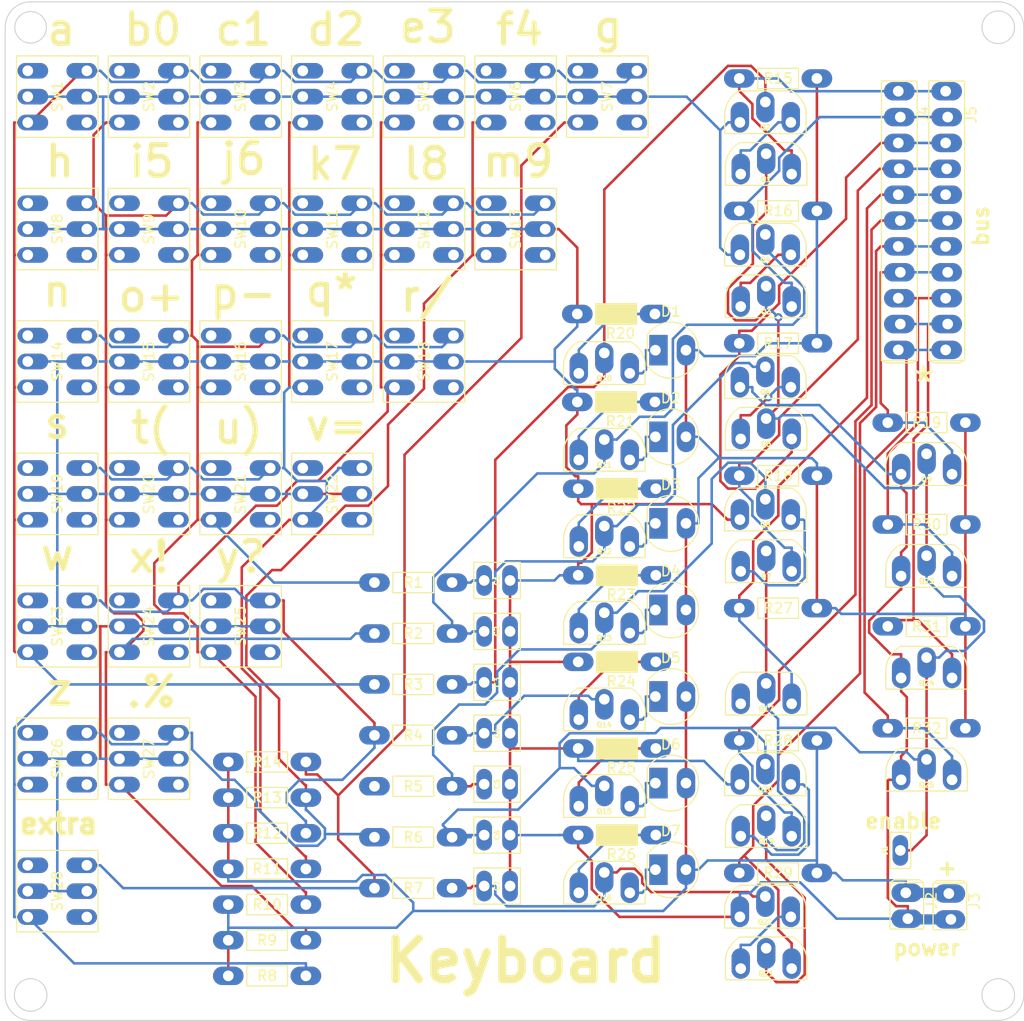
<source format=kicad_pcb>
(kicad_pcb (version 20171130) (host pcbnew 5.1.5+dfsg1-2build2)
  (layers (0 F.Cu signal) (31 B.Cu signal) (34 B.Paste user) (35 F.Paste user) (36 B.SilkS user) (37 F.SilkS user) (38 B.Mask user) (39 F.Mask user) (44 Edge.Cuts user))
  (net 0 "")
  (net 1 GND)
  (net 2 /Sheet63C1613A/a)
  (net 3 /Sheet63C1613A/b)
  (net 4 /sheet63C343CC/b)
  (net 5 /sheet63C348D6/b)
  (net 6 /sheet63C348D7/b)
  (net 7 /sheet63C348D8/b)
  (net 8 /sheet63C34C32/b)
  (net 9 /Sheet63C33C3A/a)
  (net 10 +5V)
  (net 11 /Sheet63CC3F40/out)
  (net 12 /sheet63C34C32/out)
  (net 13 /sheet63C348D8/out)
  (net 14 /sheet63C348D7/out)
  (net 15 /sheet63C348D6/out)
  (net 16 /sheet63C343CC/out)
  (net 17 /sheet63C342CE/out)
  (net 18 /Sheet63C33C3A/out)
  (net 19 "Net-(Q1-Pad1)")
  (net 20 "Net-(Q3-Pad1)")
  (net 21 "Net-(Q5-Pad1)")
  (net 22 "Net-(Q7-Pad1)")
  (net 23 "Net-(Q11-Pad1)")
  (net 24 "Net-(Q13-Pad1)")
  (net 25 /Sheet63C1613A/sheet63C18FE1/a)
  (net 26 /Sheet63C1613A/sheet63C18FE1/b)
  (net 27 /Sheet63C1613A/sheet63C18FE1/c)
  (net 28 /Sheet63C1613A/sheet63C18FE1/d)
  (net 29 /Sheet63C1613A/sheet63C18FE1/e)
  (net 30 /Sheet63C1613A/sheet63C18FE1/f)
  (net 31 /Sheet63C1613A/sheet63C18FE1/g)
  (net 32 "Net-(D1-Pad1)")
  (net 33 "Net-(D2-Pad1)")
  (net 34 "Net-(D3-Pad1)")
  (net 35 "Net-(D4-Pad1)")
  (net 36 "Net-(D5-Pad1)")
  (net 37 "Net-(D6-Pad1)")
  (net 38 "Net-(D7-Pad1)")
  (net 39 "Net-(Q16-Pad1)")
  (net 40 "Net-(Q17-Pad1)")
  (net 41 "Net-(Q19-Pad1)")
  (net 42 "Net-(Q21-Pad1)")
  (net 43 /sheet63E76C8C/out)
  (net 44 /sheet63E79FE1/out)
  (net 45 /sheet63E7D33C/out)
  (net 46 "Net-(Q10-Pad1)")
  (net 47 "Net-(Q12-Pad1)")
  (net 48 "Net-(Q14-Pad1)")
  (net 49 "Net-(Q15-Pad1)")
  (module processor2:dpdt_switch (layer F.Cu) (at 90.5 62.53)
    (fp_text reference SW11 (at 0 0 90) (layer F.SilkS))
    (fp_text value SW_Push_DPDT)
    (pad 1 thru_hole oval (at 2.9 2.54) (size 3 1.524) (drill 1.05 (offset -0.5 0)) (layers *.Cu *.Mask))
    (pad 3 thru_hole oval (at 2.9 0) (size 3 1.524) (drill 1.05 (offset -0.5 0)) (layers *.Cu *.Mask) (net 1 GND))
    (pad 2 thru_hole oval (at 2.9 -2.54) (size 3 1.524) (drill 1.05 (offset -0.5 0)) (layers *.Cu *.Mask) (net 26 /Sheet63C1613A/sheet63C18FE1/b))
    (pad 5 thru_hole oval (at -2.9 2.54) (size 3 1.524) (drill 1.05 (offset 0.5 0)) (layers *.Cu *.Mask) (net 28 /Sheet63C1613A/sheet63C18FE1/d))
    (pad 6 thru_hole oval (at -2.9 0) (size 3 1.524) (drill 1.05 (offset 0.5 0)) (layers *.Cu *.Mask) (net 1 GND))
    (pad 4 thru_hole oval (at -2.9 -2.54) (size 3 1.524) (drill 1.05 (offset 0.5 0)) (layers *.Cu *.Mask))
  )
  (module processor2:2n7000_tight (layer F.Cu) (at 148.844 85.598)
    (fp_text reference Q9 (at 0 1.5) (layer F.SilkS) (effects (font (size 0.5 0.5) (thickness 0.125))))
    (fp_text value 2N7000)
    (pad 3 thru_hole oval (at 2.5 1) (size 1.8 3) (drill 1.05 (offset 0 -0.5)) (layers *.Cu *.Mask) (net 11 /Sheet63CC3F40/out))
    (pad 2 thru_hole oval (at 0 -1) (size 1.8 3) (drill 1.05 (offset 0 0.5)) (layers *.Cu *.Mask) (net 9 /Sheet63C33C3A/a))
    (pad 1 thru_hole oval (at -2.5 1) (size 1.8 3) (drill 1.05 (offset 0 -0.5)) (layers *.Cu *.Mask) (net 1 GND))
  )
  (module processor2:resistor_tight (layer F.Cu) (at 134.266 73.744)
    (fp_text reference R17 (at 0 0) (layer F.SilkS))
    (fp_text value R)
    (pad 2 thru_hole oval (at -3.81 0 90) (size 1.8 3) (drill 1.05) (layers *.Cu *.Mask) (net 16 /sheet63C343CC/out))
    (pad 1 thru_hole oval (at 3.81 0 90) (size 1.8 3) (drill 1.05) (layers *.Cu *.Mask) (net 10 +5V))
  )
  (module processor2:dpdt_switch (layer F.Cu) (at 72.5 49.53)
    (fp_text reference SW2 (at 0 0 90) (layer F.SilkS))
    (fp_text value SW_Push_DPDT)
    (pad 1 thru_hole oval (at 2.9 2.54) (size 3 1.524) (drill 1.05 (offset -0.5 0)) (layers *.Cu *.Mask))
    (pad 3 thru_hole oval (at 2.9 0) (size 3 1.524) (drill 1.05 (offset -0.5 0)) (layers *.Cu *.Mask) (net 1 GND))
    (pad 2 thru_hole oval (at 2.9 -2.54) (size 3 1.524) (drill 1.05 (offset -0.5 0)) (layers *.Cu *.Mask) (net 25 /Sheet63C1613A/sheet63C18FE1/a))
    (pad 5 thru_hole oval (at -2.9 2.54) (size 3 1.524) (drill 1.05 (offset 0.5 0)) (layers *.Cu *.Mask) (net 26 /Sheet63C1613A/sheet63C18FE1/b))
    (pad 6 thru_hole oval (at -2.9 0) (size 3 1.524) (drill 1.05 (offset 0.5 0)) (layers *.Cu *.Mask) (net 1 GND))
    (pad 4 thru_hole oval (at -2.9 -2.54) (size 3 1.524) (drill 1.05 (offset 0.5 0)) (layers *.Cu *.Mask))
  )
  (module processor2:2n7000_tight (layer F.Cu) (at 148.844 115.598)
    (fp_text reference Q25 (at 0 1.5) (layer F.SilkS) (effects (font (size 0.5 0.5) (thickness 0.125))))
    (fp_text value 2N7000)
    (pad 3 thru_hole oval (at 2.5 1) (size 1.8 3) (drill 1.05 (offset 0 -0.5)) (layers *.Cu *.Mask) (net 45 /sheet63E7D33C/out))
    (pad 2 thru_hole oval (at 0 -1) (size 1.8 3) (drill 1.05 (offset 0 0.5)) (layers *.Cu *.Mask) (net 9 /Sheet63C33C3A/a))
    (pad 1 thru_hole oval (at -2.5 1) (size 1.8 3) (drill 1.05 (offset 0 -0.5)) (layers *.Cu *.Mask) (net 1 GND))
  )
  (module processor2:dpdt_switch (layer F.Cu) (at 81.5 49.53)
    (fp_text reference SW3 (at 0 0 90) (layer F.SilkS))
    (fp_text value SW_Push_DPDT)
    (pad 1 thru_hole oval (at 2.9 2.54) (size 3 1.524) (drill 1.05 (offset -0.5 0)) (layers *.Cu *.Mask))
    (pad 3 thru_hole oval (at 2.9 0) (size 3 1.524) (drill 1.05 (offset -0.5 0)) (layers *.Cu *.Mask) (net 1 GND))
    (pad 2 thru_hole oval (at 2.9 -2.54) (size 3 1.524) (drill 1.05 (offset -0.5 0)) (layers *.Cu *.Mask) (net 25 /Sheet63C1613A/sheet63C18FE1/a))
    (pad 5 thru_hole oval (at -2.9 2.54) (size 3 1.524) (drill 1.05 (offset 0.5 0)) (layers *.Cu *.Mask) (net 27 /Sheet63C1613A/sheet63C18FE1/c))
    (pad 6 thru_hole oval (at -2.9 0) (size 3 1.524) (drill 1.05 (offset 0.5 0)) (layers *.Cu *.Mask) (net 1 GND))
    (pad 4 thru_hole oval (at -2.9 -2.54) (size 3 1.524) (drill 1.05 (offset 0.5 0)) (layers *.Cu *.Mask))
  )
  (module processor2:resistor_led_tight (layer F.Cu) (at 118.452 113.522)
    (fp_text reference R25 (at 0.42 1.905) (layer F.SilkS))
    (fp_text value R)
    (pad 2 thru_hole oval (at -3.81 0 90) (size 1.8 3) (drill 1.05) (layers *.Cu *.Mask) (net 1 GND))
    (pad 1 thru_hole oval (at 3.81 0 90) (size 1.8 3) (drill 1.05) (layers *.Cu *.Mask) (net 49 "Net-(Q15-Pad1)"))
  )
  (module processor2:resistor_tight (layer F.Cu) (at 134.266 125.744)
    (fp_text reference R29 (at 0 0) (layer F.SilkS))
    (fp_text value R)
    (pad 2 thru_hole oval (at -3.81 0 90) (size 1.8 3) (drill 1.05) (layers *.Cu *.Mask) (net 12 /sheet63C34C32/out))
    (pad 1 thru_hole oval (at 3.81 0 90) (size 1.8 3) (drill 1.05) (layers *.Cu *.Mask) (net 10 +5V))
  )
  (module processor2:resistor_tight (layer F.Cu) (at 134.266 112.744)
    (fp_text reference R28 (at 0 0) (layer F.SilkS))
    (fp_text value R)
    (pad 2 thru_hole oval (at -3.81 0 90) (size 1.8 3) (drill 1.05) (layers *.Cu *.Mask) (net 13 /sheet63C348D8/out))
    (pad 1 thru_hole oval (at 3.81 0 90) (size 1.8 3) (drill 1.05) (layers *.Cu *.Mask) (net 10 +5V))
  )
  (module processor2:resistor_tight (layer F.Cu) (at 84.098 128.846 180)
    (fp_text reference R10 (at 0 0) (layer F.SilkS))
    (fp_text value R)
    (pad 2 thru_hole oval (at -3.81 0 270) (size 1.8 3) (drill 1.05) (layers *.Cu *.Mask) (net 27 /Sheet63C1613A/sheet63C18FE1/c))
    (pad 1 thru_hole oval (at 3.81 0 270) (size 1.8 3) (drill 1.05) (layers *.Cu *.Mask) (net 10 +5V))
  )
  (module processor2:resistor_tight (layer F.Cu) (at 148.844 101.534)
    (fp_text reference R31 (at 0 0) (layer F.SilkS))
    (fp_text value R)
    (pad 2 thru_hole oval (at -3.81 0 90) (size 1.8 3) (drill 1.05) (layers *.Cu *.Mask) (net 44 /sheet63E79FE1/out))
    (pad 1 thru_hole oval (at 3.81 0 90) (size 1.8 3) (drill 1.05) (layers *.Cu *.Mask) (net 10 +5V))
  )
  (module processor2:dpdt_switch (layer F.Cu) (at 108.5 62.53)
    (fp_text reference SW13 (at 0 0 90) (layer F.SilkS))
    (fp_text value SW_Push_DPDT)
    (pad 1 thru_hole oval (at 2.9 2.54) (size 3 1.524) (drill 1.05 (offset -0.5 0)) (layers *.Cu *.Mask))
    (pad 3 thru_hole oval (at 2.9 0) (size 3 1.524) (drill 1.05 (offset -0.5 0)) (layers *.Cu *.Mask) (net 1 GND))
    (pad 2 thru_hole oval (at 2.9 -2.54) (size 3 1.524) (drill 1.05 (offset -0.5 0)) (layers *.Cu *.Mask) (net 26 /Sheet63C1613A/sheet63C18FE1/b))
    (pad 5 thru_hole oval (at -2.9 2.54) (size 3 1.524) (drill 1.05 (offset 0.5 0)) (layers *.Cu *.Mask) (net 30 /Sheet63C1613A/sheet63C18FE1/f))
    (pad 6 thru_hole oval (at -2.9 0) (size 3 1.524) (drill 1.05 (offset 0.5 0)) (layers *.Cu *.Mask) (net 1 GND))
    (pad 4 thru_hole oval (at -2.9 -2.54) (size 3 1.524) (drill 1.05 (offset 0.5 0)) (layers *.Cu *.Mask))
  )
  (module processor2:resistor_tight (layer F.Cu) (at 84.098 118.346 180)
    (fp_text reference R13 (at 0 0) (layer F.SilkS))
    (fp_text value R)
    (pad 2 thru_hole oval (at -3.81 0 270) (size 1.8 3) (drill 1.05) (layers *.Cu *.Mask) (net 30 /Sheet63C1613A/sheet63C18FE1/f))
    (pad 1 thru_hole oval (at 3.81 0 270) (size 1.8 3) (drill 1.05) (layers *.Cu *.Mask) (net 10 +5V))
  )
  (module processor2:resistor_tight (layer F.Cu) (at 134.266 86.744)
    (fp_text reference R18 (at 0 0) (layer F.SilkS))
    (fp_text value R)
    (pad 2 thru_hole oval (at -3.81 0 90) (size 1.8 3) (drill 1.05) (layers *.Cu *.Mask) (net 15 /sheet63C348D6/out))
    (pad 1 thru_hole oval (at 3.81 0 90) (size 1.8 3) (drill 1.05) (layers *.Cu *.Mask) (net 10 +5V))
  )
  (module processor2:resistor_led_tight (layer F.Cu) (at 118.452 105.022)
    (fp_text reference R24 (at 0.42 1.905) (layer F.SilkS))
    (fp_text value R)
    (pad 2 thru_hole oval (at -3.81 0 90) (size 1.8 3) (drill 1.05) (layers *.Cu *.Mask) (net 1 GND))
    (pad 1 thru_hole oval (at 3.81 0 90) (size 1.8 3) (drill 1.05) (layers *.Cu *.Mask) (net 48 "Net-(Q14-Pad1)"))
  )
  (module processor2:led_5mm_tight (layer F.Cu) (at 123.722 125.422)
    (fp_text reference D7 (at 0 -3.81) (layer F.SilkS))
    (fp_text value LED)
    (pad 2 thru_hole oval (at 1.5 0) (size 1.8 3) (drill 1.05) (layers *.Cu *.Mask) (net 10 +5V))
    (pad 1 thru_hole rect (at -1.5 0) (size 1.8 3) (drill 1.05 (offset 0.3 0)) (layers *.Cu *.Mask) (net 38 "Net-(D7-Pad1)"))
  )
  (module processor2:2pin_tight (layer F.Cu) (at 151.13 127.762 90)
    (fp_text reference J3 (at -0.762 2.413 90) (layer F.SilkS))
    (fp_text value Conn_01x02_Male)
    (pad 2 thru_hole oval (at -2.54 0.1 90) (size 1.8 3) (drill 1.05 (offset 0 -0.1)) (layers *.Cu *.Mask) (net 1 GND))
    (pad 1 thru_hole oval (at 0 -0.1 90) (size 1.8 3) (drill 1.05 (offset 0 0.1)) (layers *.Cu *.Mask) (net 10 +5V))
  )
  (module processor2:2n7000_tight (layer F.Cu) (at 148.844 95.598)
    (fp_text reference Q23 (at 0 1.5) (layer F.SilkS) (effects (font (size 0.5 0.5) (thickness 0.125))))
    (fp_text value 2N7000)
    (pad 3 thru_hole oval (at 2.5 1) (size 1.8 3) (drill 1.05 (offset 0 -0.5)) (layers *.Cu *.Mask) (net 43 /sheet63E76C8C/out))
    (pad 2 thru_hole oval (at 0 -1) (size 1.8 3) (drill 1.05 (offset 0 0.5)) (layers *.Cu *.Mask) (net 9 /Sheet63C33C3A/a))
    (pad 1 thru_hole oval (at -2.5 1) (size 1.8 3) (drill 1.05 (offset 0 -0.5)) (layers *.Cu *.Mask) (net 1 GND))
  )
  (module processor2:dpdt_switch (layer F.Cu) (at 72.5 101.53)
    (fp_text reference SW24 (at 0 0 90) (layer F.SilkS))
    (fp_text value SW_Push_DPDT)
    (pad 1 thru_hole oval (at 2.9 2.54) (size 3 1.524) (drill 1.05 (offset -0.5 0)) (layers *.Cu *.Mask))
    (pad 3 thru_hole oval (at 2.9 0) (size 3 1.524) (drill 1.05 (offset -0.5 0)) (layers *.Cu *.Mask) (net 1 GND))
    (pad 2 thru_hole oval (at 2.9 -2.54) (size 3 1.524) (drill 1.05 (offset -0.5 0)) (layers *.Cu *.Mask) (net 29 /Sheet63C1613A/sheet63C18FE1/e))
    (pad 5 thru_hole oval (at -2.9 2.54) (size 3 1.524) (drill 1.05 (offset 0.5 0)) (layers *.Cu *.Mask) (net 26 /Sheet63C1613A/sheet63C18FE1/b))
    (pad 6 thru_hole oval (at -2.9 0) (size 3 1.524) (drill 1.05 (offset 0.5 0)) (layers *.Cu *.Mask) (net 1 GND))
    (pad 4 thru_hole oval (at -2.9 -2.54) (size 3 1.524) (drill 1.05 (offset 0.5 0)) (layers *.Cu *.Mask))
  )
  (module processor2:resistor_tight (layer F.Cu) (at 84.098 132.346 180)
    (fp_text reference R9 (at 0 0) (layer F.SilkS))
    (fp_text value R)
    (pad 2 thru_hole oval (at -3.81 0 270) (size 1.8 3) (drill 1.05) (layers *.Cu *.Mask) (net 26 /Sheet63C1613A/sheet63C18FE1/b))
    (pad 1 thru_hole oval (at 3.81 0 270) (size 1.8 3) (drill 1.05) (layers *.Cu *.Mask) (net 10 +5V))
  )
  (module processor2:2n7000_tight (layer F.Cu) (at 133.016 129.054)
    (fp_text reference Q22 (at 0 1.5) (layer F.SilkS) (effects (font (size 0.5 0.5) (thickness 0.125))))
    (fp_text value 2N7000)
    (pad 3 thru_hole oval (at 2.5 1) (size 1.8 3) (drill 1.05 (offset 0 -0.5)) (layers *.Cu *.Mask) (net 42 "Net-(Q21-Pad1)"))
    (pad 2 thru_hole oval (at 0 -1) (size 1.8 3) (drill 1.05 (offset 0 0.5)) (layers *.Cu *.Mask) (net 8 /sheet63C34C32/b))
    (pad 1 thru_hole oval (at -2.5 1) (size 1.8 3) (drill 1.05 (offset 0 -0.5)) (layers *.Cu *.Mask) (net 1 GND))
  )
  (module processor2:2n7000_tight (layer F.Cu) (at 133.096 134.134)
    (fp_text reference Q21 (at 0 1.5) (layer F.SilkS) (effects (font (size 0.5 0.5) (thickness 0.125))))
    (fp_text value 2N7000)
    (pad 3 thru_hole oval (at 2.5 1) (size 1.8 3) (drill 1.05 (offset 0 -0.5)) (layers *.Cu *.Mask) (net 12 /sheet63C34C32/out))
    (pad 2 thru_hole oval (at 0 -1) (size 1.8 3) (drill 1.05 (offset 0 0.5)) (layers *.Cu *.Mask) (net 9 /Sheet63C33C3A/a))
    (pad 1 thru_hole oval (at -2.5 1) (size 1.8 3) (drill 1.05 (offset 0 -0.5)) (layers *.Cu *.Mask) (net 42 "Net-(Q21-Pad1)"))
  )
  (module processor2:resistor_tight (layer F.Cu) (at 98.448 102.234 180)
    (fp_text reference R2 (at 0 0) (layer F.SilkS))
    (fp_text value R)
    (pad 2 thru_hole oval (at -3.81 0 270) (size 1.8 3) (drill 1.05) (layers *.Cu *.Mask) (net 3 /Sheet63C1613A/b))
    (pad 1 thru_hole oval (at 3.81 0 270) (size 1.8 3) (drill 1.05) (layers *.Cu *.Mask) (net 26 /Sheet63C1613A/sheet63C18FE1/b))
  )
  (module processor2:resistor_led_tight (layer F.Cu) (at 118.364 70.866)
    (fp_text reference R20 (at 0.42 1.905) (layer F.SilkS))
    (fp_text value R)
    (pad 2 thru_hole oval (at -3.81 0 90) (size 1.8 3) (drill 1.05) (layers *.Cu *.Mask) (net 1 GND))
    (pad 1 thru_hole oval (at 3.81 0 90) (size 1.8 3) (drill 1.05) (layers *.Cu *.Mask) (net 46 "Net-(Q10-Pad1)"))
  )
  (module processor2:resistor_tight (layer F.Cu) (at 84.098 135.846 180)
    (fp_text reference R8 (at 0 0) (layer F.SilkS))
    (fp_text value R)
    (pad 2 thru_hole oval (at -3.81 0 270) (size 1.8 3) (drill 1.05) (layers *.Cu *.Mask) (net 25 /Sheet63C1613A/sheet63C18FE1/a))
    (pad 1 thru_hole oval (at 3.81 0 270) (size 1.8 3) (drill 1.05) (layers *.Cu *.Mask) (net 10 +5V))
  )
  (module processor2:resistor_tight (layer F.Cu) (at 98.448 127.234 180)
    (fp_text reference R7 (at 0 0) (layer F.SilkS))
    (fp_text value R)
    (pad 2 thru_hole oval (at -3.81 0 270) (size 1.8 3) (drill 1.05) (layers *.Cu *.Mask) (net 8 /sheet63C34C32/b))
    (pad 1 thru_hole oval (at 3.81 0 270) (size 1.8 3) (drill 1.05) (layers *.Cu *.Mask) (net 31 /Sheet63C1613A/sheet63C18FE1/g))
  )
  (module processor2:dpdt_switch (layer F.Cu) (at 63.5 88.53)
    (fp_text reference SW19 (at 0 0 90) (layer F.SilkS))
    (fp_text value SW_Push_DPDT)
    (pad 1 thru_hole oval (at 2.9 2.54) (size 3 1.524) (drill 1.05 (offset -0.5 0)) (layers *.Cu *.Mask))
    (pad 3 thru_hole oval (at 2.9 0) (size 3 1.524) (drill 1.05 (offset -0.5 0)) (layers *.Cu *.Mask) (net 1 GND))
    (pad 2 thru_hole oval (at 2.9 -2.54) (size 3 1.524) (drill 1.05 (offset -0.5 0)) (layers *.Cu *.Mask) (net 28 /Sheet63C1613A/sheet63C18FE1/d))
    (pad 5 thru_hole oval (at -2.9 2.54) (size 3 1.524) (drill 1.05 (offset 0.5 0)) (layers *.Cu *.Mask) (net 25 /Sheet63C1613A/sheet63C18FE1/a))
    (pad 6 thru_hole oval (at -2.9 0) (size 3 1.524) (drill 1.05 (offset 0.5 0)) (layers *.Cu *.Mask) (net 1 GND))
    (pad 4 thru_hole oval (at -2.9 -2.54) (size 3 1.524) (drill 1.05 (offset 0.5 0)) (layers *.Cu *.Mask))
  )
  (module processor2:resistor_tight (layer F.Cu) (at 134.266 60.744)
    (fp_text reference R16 (at 0 0) (layer F.SilkS))
    (fp_text value R)
    (pad 2 thru_hole oval (at -3.81 0 90) (size 1.8 3) (drill 1.05) (layers *.Cu *.Mask) (net 17 /sheet63C342CE/out))
    (pad 1 thru_hole oval (at 3.81 0 90) (size 1.8 3) (drill 1.05) (layers *.Cu *.Mask) (net 10 +5V))
  )
  (module processor2:dpdt_switch (layer F.Cu) (at 99.5 49.53)
    (fp_text reference SW5 (at 0 0 90) (layer F.SilkS))
    (fp_text value SW_Push_DPDT)
    (pad 1 thru_hole oval (at 2.9 2.54) (size 3 1.524) (drill 1.05 (offset -0.5 0)) (layers *.Cu *.Mask))
    (pad 3 thru_hole oval (at 2.9 0) (size 3 1.524) (drill 1.05 (offset -0.5 0)) (layers *.Cu *.Mask) (net 1 GND))
    (pad 2 thru_hole oval (at 2.9 -2.54) (size 3 1.524) (drill 1.05 (offset -0.5 0)) (layers *.Cu *.Mask) (net 25 /Sheet63C1613A/sheet63C18FE1/a))
    (pad 5 thru_hole oval (at -2.9 2.54) (size 3 1.524) (drill 1.05 (offset 0.5 0)) (layers *.Cu *.Mask) (net 29 /Sheet63C1613A/sheet63C18FE1/e))
    (pad 6 thru_hole oval (at -2.9 0) (size 3 1.524) (drill 1.05 (offset 0.5 0)) (layers *.Cu *.Mask) (net 1 GND))
    (pad 4 thru_hole oval (at -2.9 -2.54) (size 3 1.524) (drill 1.05 (offset 0.5 0)) (layers *.Cu *.Mask))
  )
  (module processor2:dpdt_switch (layer F.Cu) (at 99.5 62.53)
    (fp_text reference SW12 (at 0 0 90) (layer F.SilkS))
    (fp_text value SW_Push_DPDT)
    (pad 1 thru_hole oval (at 2.9 2.54) (size 3 1.524) (drill 1.05 (offset -0.5 0)) (layers *.Cu *.Mask))
    (pad 3 thru_hole oval (at 2.9 0) (size 3 1.524) (drill 1.05 (offset -0.5 0)) (layers *.Cu *.Mask) (net 1 GND))
    (pad 2 thru_hole oval (at 2.9 -2.54) (size 3 1.524) (drill 1.05 (offset -0.5 0)) (layers *.Cu *.Mask) (net 26 /Sheet63C1613A/sheet63C18FE1/b))
    (pad 5 thru_hole oval (at -2.9 2.54) (size 3 1.524) (drill 1.05 (offset 0.5 0)) (layers *.Cu *.Mask) (net 29 /Sheet63C1613A/sheet63C18FE1/e))
    (pad 6 thru_hole oval (at -2.9 0) (size 3 1.524) (drill 1.05 (offset 0.5 0)) (layers *.Cu *.Mask) (net 1 GND))
    (pad 4 thru_hole oval (at -2.9 -2.54) (size 3 1.524) (drill 1.05 (offset 0.5 0)) (layers *.Cu *.Mask))
  )
  (module processor2:dpdt_switch (layer F.Cu) (at 81.5 101.53)
    (fp_text reference SW25 (at 0 0 90) (layer F.SilkS))
    (fp_text value SW_Push_DPDT)
    (pad 1 thru_hole oval (at 2.9 2.54) (size 3 1.524) (drill 1.05 (offset -0.5 0)) (layers *.Cu *.Mask))
    (pad 3 thru_hole oval (at 2.9 0) (size 3 1.524) (drill 1.05 (offset -0.5 0)) (layers *.Cu *.Mask) (net 1 GND))
    (pad 2 thru_hole oval (at 2.9 -2.54) (size 3 1.524) (drill 1.05 (offset -0.5 0)) (layers *.Cu *.Mask) (net 29 /Sheet63C1613A/sheet63C18FE1/e))
    (pad 5 thru_hole oval (at -2.9 2.54) (size 3 1.524) (drill 1.05 (offset 0.5 0)) (layers *.Cu *.Mask) (net 27 /Sheet63C1613A/sheet63C18FE1/c))
    (pad 6 thru_hole oval (at -2.9 0) (size 3 1.524) (drill 1.05 (offset 0.5 0)) (layers *.Cu *.Mask) (net 1 GND))
    (pad 4 thru_hole oval (at -2.9 -2.54) (size 3 1.524) (drill 1.05 (offset 0.5 0)) (layers *.Cu *.Mask))
  )
  (module processor2:dpdt_switch (layer F.Cu) (at 63.5 49.53)
    (fp_text reference SW1 (at 0 0 90) (layer F.SilkS))
    (fp_text value SW_Push_DPDT)
    (pad 1 thru_hole oval (at 2.9 2.54) (size 3 1.524) (drill 1.05 (offset -0.5 0)) (layers *.Cu *.Mask))
    (pad 3 thru_hole oval (at 2.9 0) (size 3 1.524) (drill 1.05 (offset -0.5 0)) (layers *.Cu *.Mask) (net 1 GND))
    (pad 2 thru_hole oval (at 2.9 -2.54) (size 3 1.524) (drill 1.05 (offset -0.5 0)) (layers *.Cu *.Mask) (net 25 /Sheet63C1613A/sheet63C18FE1/a))
    (pad 5 thru_hole oval (at -2.9 2.54) (size 3 1.524) (drill 1.05 (offset 0.5 0)) (layers *.Cu *.Mask) (net 25 /Sheet63C1613A/sheet63C18FE1/a))
    (pad 6 thru_hole oval (at -2.9 0) (size 3 1.524) (drill 1.05 (offset 0.5 0)) (layers *.Cu *.Mask) (net 1 GND))
    (pad 4 thru_hole oval (at -2.9 -2.54) (size 3 1.524) (drill 1.05 (offset 0.5 0)) (layers *.Cu *.Mask))
  )
  (module processor2:dpdt_switch (layer F.Cu) (at 63.5 101.53)
    (fp_text reference SW23 (at 0 0 90) (layer F.SilkS))
    (fp_text value SW_Push_DPDT)
    (pad 1 thru_hole oval (at 2.9 2.54) (size 3 1.524) (drill 1.05 (offset -0.5 0)) (layers *.Cu *.Mask))
    (pad 3 thru_hole oval (at 2.9 0) (size 3 1.524) (drill 1.05 (offset -0.5 0)) (layers *.Cu *.Mask) (net 1 GND))
    (pad 2 thru_hole oval (at 2.9 -2.54) (size 3 1.524) (drill 1.05 (offset -0.5 0)) (layers *.Cu *.Mask) (net 29 /Sheet63C1613A/sheet63C18FE1/e))
    (pad 5 thru_hole oval (at -2.9 2.54) (size 3 1.524) (drill 1.05 (offset 0.5 0)) (layers *.Cu *.Mask) (net 25 /Sheet63C1613A/sheet63C18FE1/a))
    (pad 6 thru_hole oval (at -2.9 0) (size 3 1.524) (drill 1.05 (offset 0.5 0)) (layers *.Cu *.Mask) (net 1 GND))
    (pad 4 thru_hole oval (at -2.9 -2.54) (size 3 1.524) (drill 1.05 (offset 0.5 0)) (layers *.Cu *.Mask))
  )
  (module processor2:resistor_tight (layer F.Cu) (at 98.448 117.234 180)
    (fp_text reference R5 (at 0 0) (layer F.SilkS))
    (fp_text value R)
    (pad 2 thru_hole oval (at -3.81 0 270) (size 1.8 3) (drill 1.05) (layers *.Cu *.Mask) (net 5 /sheet63C348D6/b))
    (pad 1 thru_hole oval (at 3.81 0 270) (size 1.8 3) (drill 1.05) (layers *.Cu *.Mask))
  )
  (module processor2:2n7000_tight (layer F.Cu) (at 133.096 82.134)
    (fp_text reference Q5 (at 0 1.5) (layer F.SilkS) (effects (font (size 0.5 0.5) (thickness 0.125))))
    (fp_text value 2N7000)
    (pad 3 thru_hole oval (at 2.5 1) (size 1.8 3) (drill 1.05 (offset 0 -0.5)) (layers *.Cu *.Mask) (net 16 /sheet63C343CC/out))
    (pad 2 thru_hole oval (at 0 -1) (size 1.8 3) (drill 1.05 (offset 0 0.5)) (layers *.Cu *.Mask) (net 9 /Sheet63C33C3A/a))
    (pad 1 thru_hole oval (at -2.5 1) (size 1.8 3) (drill 1.05 (offset 0 -0.5)) (layers *.Cu *.Mask) (net 21 "Net-(Q5-Pad1)"))
  )
  (module processor2:2n7000_tight (layer F.Cu) (at 133.016 90.054)
    (fp_text reference Q8 (at 0 1.5) (layer F.SilkS) (effects (font (size 0.5 0.5) (thickness 0.125))))
    (fp_text value 2N7000)
    (pad 3 thru_hole oval (at 2.5 1) (size 1.8 3) (drill 1.05 (offset 0 -0.5)) (layers *.Cu *.Mask) (net 22 "Net-(Q7-Pad1)"))
    (pad 2 thru_hole oval (at 0 -1) (size 1.8 3) (drill 1.05 (offset 0 0.5)) (layers *.Cu *.Mask) (net 5 /sheet63C348D6/b))
    (pad 1 thru_hole oval (at -2.5 1) (size 1.8 3) (drill 1.05 (offset 0 -0.5)) (layers *.Cu *.Mask) (net 1 GND))
  )
  (module processor2:dpdt_switch (layer F.Cu) (at 72.5 114.53)
    (fp_text reference SW27 (at 0 0 90) (layer F.SilkS))
    (fp_text value SW_Push_DPDT)
    (pad 1 thru_hole oval (at 2.9 2.54) (size 3 1.524) (drill 1.05 (offset -0.5 0)) (layers *.Cu *.Mask))
    (pad 3 thru_hole oval (at 2.9 0) (size 3 1.524) (drill 1.05 (offset -0.5 0)) (layers *.Cu *.Mask) (net 1 GND))
    (pad 2 thru_hole oval (at 2.9 -2.54) (size 3 1.524) (drill 1.05 (offset -0.5 0)) (layers *.Cu *.Mask) (net 30 /Sheet63C1613A/sheet63C18FE1/f))
    (pad 5 thru_hole oval (at -2.9 2.54) (size 3 1.524) (drill 1.05 (offset 0.5 0)) (layers *.Cu *.Mask) (net 26 /Sheet63C1613A/sheet63C18FE1/b))
    (pad 6 thru_hole oval (at -2.9 0) (size 3 1.524) (drill 1.05 (offset 0.5 0)) (layers *.Cu *.Mask) (net 1 GND))
    (pad 4 thru_hole oval (at -2.9 -2.54) (size 3 1.524) (drill 1.05 (offset 0.5 0)) (layers *.Cu *.Mask))
  )
  (module processor2:dpdt_switch (layer F.Cu) (at 72.5 62.53)
    (fp_text reference SW9 (at 0 0 90) (layer F.SilkS))
    (fp_text value SW_Push_DPDT)
    (pad 1 thru_hole oval (at 2.9 2.54) (size 3 1.524) (drill 1.05 (offset -0.5 0)) (layers *.Cu *.Mask))
    (pad 3 thru_hole oval (at 2.9 0) (size 3 1.524) (drill 1.05 (offset -0.5 0)) (layers *.Cu *.Mask) (net 1 GND))
    (pad 2 thru_hole oval (at 2.9 -2.54) (size 3 1.524) (drill 1.05 (offset -0.5 0)) (layers *.Cu *.Mask) (net 26 /Sheet63C1613A/sheet63C18FE1/b))
    (pad 5 thru_hole oval (at -2.9 2.54) (size 3 1.524) (drill 1.05 (offset 0.5 0)) (layers *.Cu *.Mask) (net 26 /Sheet63C1613A/sheet63C18FE1/b))
    (pad 6 thru_hole oval (at -2.9 0) (size 3 1.524) (drill 1.05 (offset 0.5 0)) (layers *.Cu *.Mask) (net 1 GND))
    (pad 4 thru_hole oval (at -2.9 -2.54) (size 3 1.524) (drill 1.05 (offset 0.5 0)) (layers *.Cu *.Mask))
  )
  (module processor2:dpdt_switch (layer F.Cu) (at 72.5 75.53)
    (fp_text reference SW15 (at 0 0 90) (layer F.SilkS))
    (fp_text value SW_Push_DPDT)
    (pad 1 thru_hole oval (at 2.9 2.54) (size 3 1.524) (drill 1.05 (offset -0.5 0)) (layers *.Cu *.Mask))
    (pad 3 thru_hole oval (at 2.9 0) (size 3 1.524) (drill 1.05 (offset -0.5 0)) (layers *.Cu *.Mask) (net 1 GND))
    (pad 2 thru_hole oval (at 2.9 -2.54) (size 3 1.524) (drill 1.05 (offset -0.5 0)) (layers *.Cu *.Mask) (net 27 /Sheet63C1613A/sheet63C18FE1/c))
    (pad 5 thru_hole oval (at -2.9 2.54) (size 3 1.524) (drill 1.05 (offset 0.5 0)) (layers *.Cu *.Mask) (net 26 /Sheet63C1613A/sheet63C18FE1/b))
    (pad 6 thru_hole oval (at -2.9 0) (size 3 1.524) (drill 1.05 (offset 0.5 0)) (layers *.Cu *.Mask) (net 1 GND))
    (pad 4 thru_hole oval (at -2.9 -2.54) (size 3 1.524) (drill 1.05 (offset 0.5 0)) (layers *.Cu *.Mask))
  )
  (module processor2:dpdt_switch (layer F.Cu) (at 81.5 75.53)
    (fp_text reference SW16 (at 0 0 90) (layer F.SilkS))
    (fp_text value SW_Push_DPDT)
    (pad 1 thru_hole oval (at 2.9 2.54) (size 3 1.524) (drill 1.05 (offset -0.5 0)) (layers *.Cu *.Mask))
    (pad 3 thru_hole oval (at 2.9 0) (size 3 1.524) (drill 1.05 (offset -0.5 0)) (layers *.Cu *.Mask) (net 1 GND))
    (pad 2 thru_hole oval (at 2.9 -2.54) (size 3 1.524) (drill 1.05 (offset -0.5 0)) (layers *.Cu *.Mask) (net 27 /Sheet63C1613A/sheet63C18FE1/c))
    (pad 5 thru_hole oval (at -2.9 2.54) (size 3 1.524) (drill 1.05 (offset 0.5 0)) (layers *.Cu *.Mask) (net 27 /Sheet63C1613A/sheet63C18FE1/c))
    (pad 6 thru_hole oval (at -2.9 0) (size 3 1.524) (drill 1.05 (offset 0.5 0)) (layers *.Cu *.Mask) (net 1 GND))
    (pad 4 thru_hole oval (at -2.9 -2.54) (size 3 1.524) (drill 1.05 (offset 0.5 0)) (layers *.Cu *.Mask))
  )
  (module processor2:2n7000_tight (layer F.Cu) (at 133.016 77.054)
    (fp_text reference Q6 (at 0 1.5) (layer F.SilkS) (effects (font (size 0.5 0.5) (thickness 0.125))))
    (fp_text value 2N7000)
    (pad 3 thru_hole oval (at 2.5 1) (size 1.8 3) (drill 1.05 (offset 0 -0.5)) (layers *.Cu *.Mask) (net 21 "Net-(Q5-Pad1)"))
    (pad 2 thru_hole oval (at 0 -1) (size 1.8 3) (drill 1.05 (offset 0 0.5)) (layers *.Cu *.Mask) (net 4 /sheet63C343CC/b))
    (pad 1 thru_hole oval (at -2.5 1) (size 1.8 3) (drill 1.05 (offset 0 -0.5)) (layers *.Cu *.Mask) (net 1 GND))
  )
  (module processor2:dpdt_switch (layer F.Cu) (at 81.5 62.53)
    (fp_text reference SW10 (at 0 0 90) (layer F.SilkS))
    (fp_text value SW_Push_DPDT)
    (pad 1 thru_hole oval (at 2.9 2.54) (size 3 1.524) (drill 1.05 (offset -0.5 0)) (layers *.Cu *.Mask))
    (pad 3 thru_hole oval (at 2.9 0) (size 3 1.524) (drill 1.05 (offset -0.5 0)) (layers *.Cu *.Mask) (net 1 GND))
    (pad 2 thru_hole oval (at 2.9 -2.54) (size 3 1.524) (drill 1.05 (offset -0.5 0)) (layers *.Cu *.Mask) (net 26 /Sheet63C1613A/sheet63C18FE1/b))
    (pad 5 thru_hole oval (at -2.9 2.54) (size 3 1.524) (drill 1.05 (offset 0.5 0)) (layers *.Cu *.Mask) (net 27 /Sheet63C1613A/sheet63C18FE1/c))
    (pad 6 thru_hole oval (at -2.9 0) (size 3 1.524) (drill 1.05 (offset 0.5 0)) (layers *.Cu *.Mask) (net 1 GND))
    (pad 4 thru_hole oval (at -2.9 -2.54) (size 3 1.524) (drill 1.05 (offset 0.5 0)) (layers *.Cu *.Mask))
  )
  (module processor2:resistor_tight (layer F.Cu) (at 84.098 125.346 180)
    (fp_text reference R11 (at 0 0) (layer F.SilkS))
    (fp_text value R)
    (pad 2 thru_hole oval (at -3.81 0 270) (size 1.8 3) (drill 1.05) (layers *.Cu *.Mask) (net 28 /Sheet63C1613A/sheet63C18FE1/d))
    (pad 1 thru_hole oval (at 3.81 0 270) (size 1.8 3) (drill 1.05) (layers *.Cu *.Mask) (net 10 +5V))
  )
  (module processor2:resistor_led_tight (layer F.Cu) (at 118.452 96.522)
    (fp_text reference R23 (at 0.42 1.905) (layer F.SilkS))
    (fp_text value R)
    (pad 2 thru_hole oval (at -3.81 0 90) (size 1.8 3) (drill 1.05) (layers *.Cu *.Mask) (net 1 GND))
    (pad 1 thru_hole oval (at 3.81 0 90) (size 1.8 3) (drill 1.05) (layers *.Cu *.Mask) (net 24 "Net-(Q13-Pad1)"))
  )
  (module processor2:2n7000_tight (layer F.Cu) (at 133.096 56.134)
    (fp_text reference Q1 (at 0 1.5) (layer F.SilkS) (effects (font (size 0.5 0.5) (thickness 0.125))))
    (fp_text value 2N7000)
    (pad 3 thru_hole oval (at 2.5 1) (size 1.8 3) (drill 1.05 (offset 0 -0.5)) (layers *.Cu *.Mask) (net 18 /Sheet63C33C3A/out))
    (pad 2 thru_hole oval (at 0 -1) (size 1.8 3) (drill 1.05 (offset 0 0.5)) (layers *.Cu *.Mask) (net 9 /Sheet63C33C3A/a))
    (pad 1 thru_hole oval (at -2.5 1) (size 1.8 3) (drill 1.05 (offset 0 -0.5)) (layers *.Cu *.Mask) (net 19 "Net-(Q1-Pad1)"))
  )
  (module processor2:2n7000_tight (layer F.Cu) (at 117.202 118.192)
    (fp_text reference Q15 (at 0 1.5) (layer F.SilkS) (effects (font (size 0.5 0.5) (thickness 0.125))))
    (fp_text value 2N7000)
    (pad 3 thru_hole oval (at 2.5 1) (size 1.8 3) (drill 1.05 (offset 0 -0.5)) (layers *.Cu *.Mask) (net 37 "Net-(D6-Pad1)"))
    (pad 2 thru_hole oval (at 0 -1) (size 1.8 3) (drill 1.05 (offset 0 0.5)) (layers *.Cu *.Mask) (net 7 /sheet63C348D8/b))
    (pad 1 thru_hole oval (at -2.5 1) (size 1.8 3) (drill 1.05 (offset 0 -0.5)) (layers *.Cu *.Mask) (net 49 "Net-(Q15-Pad1)"))
  )
  (module processor2:11pin_tight (layer F.Cu) (at 150.816 48.994 270)
    (fp_text reference J5 (at 2.3114 -2.413 90) (layer F.SilkS))
    (fp_text value Conn_01x11_Male)
    (pad 11 thru_hole oval (at 25.4 0.1 270) (size 1.8 3) (drill 1.05 (offset 0 -0.1)) (layers *.Cu *.Mask) (net 45 /sheet63E7D33C/out))
    (pad 10 thru_hole oval (at 22.86 -0.1 270) (size 1.8 3) (drill 1.05 (offset 0 0.1)) (layers *.Cu *.Mask) (net 44 /sheet63E79FE1/out))
    (pad 9 thru_hole oval (at 20.32 0.1 270) (size 1.8 3) (drill 1.05 (offset 0 -0.1)) (layers *.Cu *.Mask) (net 43 /sheet63E76C8C/out))
    (pad 8 thru_hole oval (at 17.78 -0.1 270) (size 1.8 3) (drill 1.05 (offset 0 0.1)) (layers *.Cu *.Mask) (net 11 /Sheet63CC3F40/out))
    (pad 7 thru_hole oval (at 15.24 0.1 270) (size 1.8 3) (drill 1.05 (offset 0 -0.1)) (layers *.Cu *.Mask) (net 12 /sheet63C34C32/out))
    (pad 6 thru_hole oval (at 12.7 -0.1 270) (size 1.8 3) (drill 1.05 (offset 0 0.1)) (layers *.Cu *.Mask) (net 13 /sheet63C348D8/out))
    (pad 5 thru_hole oval (at 10.16 0.1 270) (size 1.8 3) (drill 1.05 (offset 0 -0.1)) (layers *.Cu *.Mask) (net 14 /sheet63C348D7/out))
    (pad 4 thru_hole oval (at 7.62 0 270) (size 1.8 3) (drill 1.05 (offset 0 0.1)) (layers *.Cu *.Mask) (net 15 /sheet63C348D6/out))
    (pad 3 thru_hole oval (at 5.08 0.1 270) (size 1.8 3) (drill 1.05 (offset 0 -0.1)) (layers *.Cu *.Mask) (net 16 /sheet63C343CC/out))
    (pad 2 thru_hole oval (at 2.54 -0.1 270) (size 1.8 3) (drill 1.05 (offset 0 0.1)) (layers *.Cu *.Mask) (net 17 /sheet63C342CE/out))
    (pad 1 thru_hole oval (at 0 0.1 270) (size 1.8 3) (drill 1.05 (offset 0 -0.1)) (layers *.Cu *.Mask) (net 18 /Sheet63C33C3A/out))
  )
  (module processor2:2n7000_tight (layer F.Cu) (at 133.016 51.054)
    (fp_text reference Q2 (at 0 1.5) (layer F.SilkS) (effects (font (size 0.5 0.5) (thickness 0.125))))
    (fp_text value 2N7000)
    (pad 3 thru_hole oval (at 2.5 1) (size 1.8 3) (drill 1.05 (offset 0 -0.5)) (layers *.Cu *.Mask) (net 19 "Net-(Q1-Pad1)"))
    (pad 2 thru_hole oval (at 0 -1) (size 1.8 3) (drill 1.05 (offset 0 0.5)) (layers *.Cu *.Mask) (net 2 /Sheet63C1613A/a))
    (pad 1 thru_hole oval (at -2.5 1) (size 1.8 3) (drill 1.05 (offset 0 -0.5)) (layers *.Cu *.Mask) (net 1 GND))
  )
  (module processor2:resistor_tight (layer F.Cu) (at 148.844 111.534)
    (fp_text reference R32 (at 0 0) (layer F.SilkS))
    (fp_text value R)
    (pad 2 thru_hole oval (at -3.81 0 90) (size 1.8 3) (drill 1.05) (layers *.Cu *.Mask) (net 45 /sheet63E7D33C/out))
    (pad 1 thru_hole oval (at 3.81 0 90) (size 1.8 3) (drill 1.05) (layers *.Cu *.Mask) (net 10 +5V))
  )
  (module processor2:dpdt_switch (layer F.Cu) (at 63.5 75.53)
    (fp_text reference SW14 (at 0 0 90) (layer F.SilkS))
    (fp_text value SW_Push_DPDT)
    (pad 1 thru_hole oval (at 2.9 2.54) (size 3 1.524) (drill 1.05 (offset -0.5 0)) (layers *.Cu *.Mask))
    (pad 3 thru_hole oval (at 2.9 0) (size 3 1.524) (drill 1.05 (offset -0.5 0)) (layers *.Cu *.Mask) (net 1 GND))
    (pad 2 thru_hole oval (at 2.9 -2.54) (size 3 1.524) (drill 1.05 (offset -0.5 0)) (layers *.Cu *.Mask) (net 27 /Sheet63C1613A/sheet63C18FE1/c))
    (pad 5 thru_hole oval (at -2.9 2.54) (size 3 1.524) (drill 1.05 (offset 0.5 0)) (layers *.Cu *.Mask) (net 25 /Sheet63C1613A/sheet63C18FE1/a))
    (pad 6 thru_hole oval (at -2.9 0) (size 3 1.524) (drill 1.05 (offset 0.5 0)) (layers *.Cu *.Mask) (net 1 GND))
    (pad 4 thru_hole oval (at -2.9 -2.54) (size 3 1.524) (drill 1.05 (offset 0.5 0)) (layers *.Cu *.Mask))
  )
  (module processor2:dpdt_switch (layer F.Cu) (at 63.5 114.53)
    (fp_text reference SW26 (at 0 0 90) (layer F.SilkS))
    (fp_text value SW_Push_DPDT)
    (pad 1 thru_hole oval (at 2.9 2.54) (size 3 1.524) (drill 1.05 (offset -0.5 0)) (layers *.Cu *.Mask))
    (pad 3 thru_hole oval (at 2.9 0) (size 3 1.524) (drill 1.05 (offset -0.5 0)) (layers *.Cu *.Mask) (net 1 GND))
    (pad 2 thru_hole oval (at 2.9 -2.54) (size 3 1.524) (drill 1.05 (offset -0.5 0)) (layers *.Cu *.Mask) (net 30 /Sheet63C1613A/sheet63C18FE1/f))
    (pad 5 thru_hole oval (at -2.9 2.54) (size 3 1.524) (drill 1.05 (offset 0.5 0)) (layers *.Cu *.Mask) (net 25 /Sheet63C1613A/sheet63C18FE1/a))
    (pad 6 thru_hole oval (at -2.9 0) (size 3 1.524) (drill 1.05 (offset 0.5 0)) (layers *.Cu *.Mask) (net 1 GND))
    (pad 4 thru_hole oval (at -2.9 -2.54) (size 3 1.524) (drill 1.05 (offset 0.5 0)) (layers *.Cu *.Mask))
  )
  (module processor2:2n7000_tight (layer F.Cu) (at 117.202 92.692)
    (fp_text reference Q12 (at 0 1.5) (layer F.SilkS) (effects (font (size 0.5 0.5) (thickness 0.125))))
    (fp_text value 2N7000)
    (pad 3 thru_hole oval (at 2.5 1) (size 1.8 3) (drill 1.05 (offset 0 -0.5)) (layers *.Cu *.Mask) (net 34 "Net-(D3-Pad1)"))
    (pad 2 thru_hole oval (at 0 -1) (size 1.8 3) (drill 1.05 (offset 0 0.5)) (layers *.Cu *.Mask) (net 4 /sheet63C343CC/b))
    (pad 1 thru_hole oval (at -2.5 1) (size 1.8 3) (drill 1.05 (offset 0 -0.5)) (layers *.Cu *.Mask) (net 47 "Net-(Q12-Pad1)"))
  )
  (module processor2:dpdt_switch (layer F.Cu) (at 63.5 127.53)
    (fp_text reference SW28 (at 0 0 90) (layer F.SilkS))
    (fp_text value SW_Push_DPDT)
    (pad 1 thru_hole oval (at 2.9 2.54) (size 3 1.524) (drill 1.05 (offset -0.5 0)) (layers *.Cu *.Mask))
    (pad 3 thru_hole oval (at 2.9 0) (size 3 1.524) (drill 1.05 (offset -0.5 0)) (layers *.Cu *.Mask) (net 1 GND))
    (pad 2 thru_hole oval (at 2.9 -2.54) (size 3 1.524) (drill 1.05 (offset -0.5 0)) (layers *.Cu *.Mask) (net 31 /Sheet63C1613A/sheet63C18FE1/g))
    (pad 5 thru_hole oval (at -2.9 2.54) (size 3 1.524) (drill 1.05 (offset 0.5 0)) (layers *.Cu *.Mask) (net 25 /Sheet63C1613A/sheet63C18FE1/a))
    (pad 6 thru_hole oval (at -2.9 0) (size 3 1.524) (drill 1.05 (offset 0.5 0)) (layers *.Cu *.Mask) (net 1 GND))
    (pad 4 thru_hole oval (at -2.9 -2.54) (size 3 1.524) (drill 1.05 (offset 0.5 0)) (layers *.Cu *.Mask))
  )
  (module processor2:dpdt_switch (layer F.Cu) (at 81.5 88.53)
    (fp_text reference SW21 (at 0 0 90) (layer F.SilkS))
    (fp_text value SW_Push_DPDT)
    (pad 1 thru_hole oval (at 2.9 2.54) (size 3 1.524) (drill 1.05 (offset -0.5 0)) (layers *.Cu *.Mask))
    (pad 3 thru_hole oval (at 2.9 0) (size 3 1.524) (drill 1.05 (offset -0.5 0)) (layers *.Cu *.Mask) (net 1 GND))
    (pad 2 thru_hole oval (at 2.9 -2.54) (size 3 1.524) (drill 1.05 (offset -0.5 0)) (layers *.Cu *.Mask) (net 28 /Sheet63C1613A/sheet63C18FE1/d))
    (pad 5 thru_hole oval (at -2.9 2.54) (size 3 1.524) (drill 1.05 (offset 0.5 0)) (layers *.Cu *.Mask) (net 27 /Sheet63C1613A/sheet63C18FE1/c))
    (pad 6 thru_hole oval (at -2.9 0) (size 3 1.524) (drill 1.05 (offset 0.5 0)) (layers *.Cu *.Mask) (net 1 GND))
    (pad 4 thru_hole oval (at -2.9 -2.54) (size 3 1.524) (drill 1.05 (offset 0.5 0)) (layers *.Cu *.Mask))
  )
  (module processor2:dpdt_switch (layer F.Cu) (at 90.5 49.53)
    (fp_text reference SW4 (at 0 0 90) (layer F.SilkS))
    (fp_text value SW_Push_DPDT)
    (pad 1 thru_hole oval (at 2.9 2.54) (size 3 1.524) (drill 1.05 (offset -0.5 0)) (layers *.Cu *.Mask))
    (pad 3 thru_hole oval (at 2.9 0) (size 3 1.524) (drill 1.05 (offset -0.5 0)) (layers *.Cu *.Mask) (net 1 GND))
    (pad 2 thru_hole oval (at 2.9 -2.54) (size 3 1.524) (drill 1.05 (offset -0.5 0)) (layers *.Cu *.Mask) (net 25 /Sheet63C1613A/sheet63C18FE1/a))
    (pad 5 thru_hole oval (at -2.9 2.54) (size 3 1.524) (drill 1.05 (offset 0.5 0)) (layers *.Cu *.Mask) (net 28 /Sheet63C1613A/sheet63C18FE1/d))
    (pad 6 thru_hole oval (at -2.9 0) (size 3 1.524) (drill 1.05 (offset 0.5 0)) (layers *.Cu *.Mask) (net 1 GND))
    (pad 4 thru_hole oval (at -2.9 -2.54) (size 3 1.524) (drill 1.05 (offset 0.5 0)) (layers *.Cu *.Mask))
  )
  (module processor2:2n7000_tight (layer F.Cu) (at 133.096 108.134)
    (fp_text reference Q17 (at 0 1.5) (layer F.SilkS) (effects (font (size 0.5 0.5) (thickness 0.125))))
    (fp_text value 2N7000)
    (pad 3 thru_hole oval (at 2.5 1) (size 1.8 3) (drill 1.05 (offset 0 -0.5)) (layers *.Cu *.Mask) (net 14 /sheet63C348D7/out))
    (pad 2 thru_hole oval (at 0 -1) (size 1.8 3) (drill 1.05 (offset 0 0.5)) (layers *.Cu *.Mask) (net 9 /Sheet63C33C3A/a))
    (pad 1 thru_hole oval (at -2.5 1) (size 1.8 3) (drill 1.05 (offset 0 -0.5)) (layers *.Cu *.Mask) (net 40 "Net-(Q17-Pad1)"))
  )
  (module processor2:dpdt_switch (layer F.Cu) (at 90.5 75.53)
    (fp_text reference SW17 (at 0 0 90) (layer F.SilkS))
    (fp_text value SW_Push_DPDT)
    (pad 1 thru_hole oval (at 2.9 2.54) (size 3 1.524) (drill 1.05 (offset -0.5 0)) (layers *.Cu *.Mask))
    (pad 3 thru_hole oval (at 2.9 0) (size 3 1.524) (drill 1.05 (offset -0.5 0)) (layers *.Cu *.Mask) (net 1 GND))
    (pad 2 thru_hole oval (at 2.9 -2.54) (size 3 1.524) (drill 1.05 (offset -0.5 0)) (layers *.Cu *.Mask) (net 27 /Sheet63C1613A/sheet63C18FE1/c))
    (pad 5 thru_hole oval (at -2.9 2.54) (size 3 1.524) (drill 1.05 (offset 0.5 0)) (layers *.Cu *.Mask) (net 28 /Sheet63C1613A/sheet63C18FE1/d))
    (pad 6 thru_hole oval (at -2.9 0) (size 3 1.524) (drill 1.05 (offset 0.5 0)) (layers *.Cu *.Mask) (net 1 GND))
    (pad 4 thru_hole oval (at -2.9 -2.54) (size 3 1.524) (drill 1.05 (offset 0.5 0)) (layers *.Cu *.Mask))
  )
  (module processor2:resistor_tight (layer F.Cu) (at 84.098 121.846 180)
    (fp_text reference R12 (at 0 0) (layer F.SilkS))
    (fp_text value R)
    (pad 2 thru_hole oval (at -3.81 0 270) (size 1.8 3) (drill 1.05) (layers *.Cu *.Mask) (net 29 /Sheet63C1613A/sheet63C18FE1/e))
    (pad 1 thru_hole oval (at 3.81 0 270) (size 1.8 3) (drill 1.05) (layers *.Cu *.Mask) (net 10 +5V))
  )
  (module processor2:resistor_tight (layer F.Cu) (at 134.266 99.744)
    (fp_text reference R27 (at 0 0) (layer F.SilkS))
    (fp_text value R)
    (pad 2 thru_hole oval (at -3.81 0 90) (size 1.8 3) (drill 1.05) (layers *.Cu *.Mask) (net 14 /sheet63C348D7/out))
    (pad 1 thru_hole oval (at 3.81 0 90) (size 1.8 3) (drill 1.05) (layers *.Cu *.Mask) (net 10 +5V))
  )
  (module processor2:dpdt_switch (layer F.Cu) (at 99.5 75.53)
    (fp_text reference SW18 (at 0 0 90) (layer F.SilkS))
    (fp_text value SW_Push_DPDT)
    (pad 1 thru_hole oval (at 2.9 2.54) (size 3 1.524) (drill 1.05 (offset -0.5 0)) (layers *.Cu *.Mask))
    (pad 3 thru_hole oval (at 2.9 0) (size 3 1.524) (drill 1.05 (offset -0.5 0)) (layers *.Cu *.Mask) (net 1 GND))
    (pad 2 thru_hole oval (at 2.9 -2.54) (size 3 1.524) (drill 1.05 (offset -0.5 0)) (layers *.Cu *.Mask) (net 27 /Sheet63C1613A/sheet63C18FE1/c))
    (pad 5 thru_hole oval (at -2.9 2.54) (size 3 1.524) (drill 1.05 (offset 0.5 0)) (layers *.Cu *.Mask) (net 29 /Sheet63C1613A/sheet63C18FE1/e))
    (pad 6 thru_hole oval (at -2.9 0) (size 3 1.524) (drill 1.05 (offset 0.5 0)) (layers *.Cu *.Mask) (net 1 GND))
    (pad 4 thru_hole oval (at -2.9 -2.54) (size 3 1.524) (drill 1.05 (offset 0.5 0)) (layers *.Cu *.Mask))
  )
  (module processor2:resistor_tight (layer F.Cu) (at 98.448 97.234 180)
    (fp_text reference R1 (at 0 0) (layer F.SilkS))
    (fp_text value R)
    (pad 2 thru_hole oval (at -3.81 0 270) (size 1.8 3) (drill 1.05) (layers *.Cu *.Mask) (net 4 /sheet63C343CC/b))
    (pad 1 thru_hole oval (at 3.81 0 270) (size 1.8 3) (drill 1.05) (layers *.Cu *.Mask) (net 27 /Sheet63C1613A/sheet63C18FE1/c))
  )
  (module processor2:resistor_tight (layer F.Cu) (at 148.844 81.534)
    (fp_text reference R19 (at 0 0) (layer F.SilkS))
    (fp_text value R)
    (pad 2 thru_hole oval (at -3.81 0 90) (size 1.8 3) (drill 1.05) (layers *.Cu *.Mask) (net 11 /Sheet63CC3F40/out))
    (pad 1 thru_hole oval (at 3.81 0 90) (size 1.8 3) (drill 1.05) (layers *.Cu *.Mask) (net 10 +5V))
  )
  (module processor2:resistor_led_tight (layer F.Cu) (at 118.452 122.022)
    (fp_text reference R26 (at 0.42 1.905) (layer F.SilkS))
    (fp_text value R)
    (pad 2 thru_hole oval (at -3.81 0 90) (size 1.8 3) (drill 1.05) (layers *.Cu *.Mask) (net 1 GND))
    (pad 1 thru_hole oval (at 3.81 0 90) (size 1.8 3) (drill 1.05) (layers *.Cu *.Mask) (net 39 "Net-(Q16-Pad1)"))
  )
  (module processor2:resistor_led_tight (layer F.Cu) (at 118.364 79.502)
    (fp_text reference R21 (at 0.42 1.905) (layer F.SilkS))
    (fp_text value R)
    (pad 2 thru_hole oval (at -3.81 0 90) (size 1.8 3) (drill 1.05) (layers *.Cu *.Mask) (net 1 GND))
    (pad 1 thru_hole oval (at 3.81 0 90) (size 1.8 3) (drill 1.05) (layers *.Cu *.Mask) (net 23 "Net-(Q11-Pad1)"))
  )
  (module processor2:2n7000_tight (layer F.Cu) (at 133.016 116.054)
    (fp_text reference Q20 (at 0 1.5) (layer F.SilkS) (effects (font (size 0.5 0.5) (thickness 0.125))))
    (fp_text value 2N7000)
    (pad 3 thru_hole oval (at 2.5 1) (size 1.8 3) (drill 1.05 (offset 0 -0.5)) (layers *.Cu *.Mask) (net 41 "Net-(Q19-Pad1)"))
    (pad 2 thru_hole oval (at 0 -1) (size 1.8 3) (drill 1.05 (offset 0 0.5)) (layers *.Cu *.Mask) (net 7 /sheet63C348D8/b))
    (pad 1 thru_hole oval (at -2.5 1) (size 1.8 3) (drill 1.05 (offset 0 -0.5)) (layers *.Cu *.Mask) (net 1 GND))
  )
  (module processor2:resistor_tight (layer F.Cu) (at 98.448 107.234 180)
    (fp_text reference R3 (at 0 0) (layer F.SilkS))
    (fp_text value R)
    (pad 2 thru_hole oval (at -3.81 0 270) (size 1.8 3) (drill 1.05) (layers *.Cu *.Mask) (net 2 /Sheet63C1613A/a))
    (pad 1 thru_hole oval (at 3.81 0 270) (size 1.8 3) (drill 1.05) (layers *.Cu *.Mask) (net 25 /Sheet63C1613A/sheet63C18FE1/a))
  )
  (module processor2:2n7000_tight (layer F.Cu) (at 117.202 84.192)
    (fp_text reference Q11 (at 0 1.5) (layer F.SilkS) (effects (font (size 0.5 0.5) (thickness 0.125))))
    (fp_text value 2N7000)
    (pad 3 thru_hole oval (at 2.5 1) (size 1.8 3) (drill 1.05 (offset 0 -0.5)) (layers *.Cu *.Mask) (net 33 "Net-(D2-Pad1)"))
    (pad 2 thru_hole oval (at 0 -1) (size 1.8 3) (drill 1.05 (offset 0 0.5)) (layers *.Cu *.Mask) (net 3 /Sheet63C1613A/b))
    (pad 1 thru_hole oval (at -2.5 1) (size 1.8 3) (drill 1.05 (offset 0 -0.5)) (layers *.Cu *.Mask) (net 23 "Net-(Q11-Pad1)"))
  )
  (module processor2:2n7000_tight (layer F.Cu) (at 117.202 109.692)
    (fp_text reference Q14 (at 0 1.5) (layer F.SilkS) (effects (font (size 0.5 0.5) (thickness 0.125))))
    (fp_text value 2N7000)
    (pad 3 thru_hole oval (at 2.5 1) (size 1.8 3) (drill 1.05 (offset 0 -0.5)) (layers *.Cu *.Mask) (net 36 "Net-(D5-Pad1)"))
    (pad 2 thru_hole oval (at 0 -1) (size 1.8 3) (drill 1.05 (offset 0 0.5)) (layers *.Cu *.Mask) (net 6 /sheet63C348D7/b))
    (pad 1 thru_hole oval (at -2.5 1) (size 1.8 3) (drill 1.05 (offset 0 -0.5)) (layers *.Cu *.Mask) (net 48 "Net-(Q14-Pad1)"))
  )
  (module processor2:resistor_tight (layer F.Cu) (at 134.266 47.744)
    (fp_text reference R15 (at 0 0) (layer F.SilkS))
    (fp_text value R)
    (pad 2 thru_hole oval (at -3.81 0 90) (size 1.8 3) (drill 1.05) (layers *.Cu *.Mask) (net 18 /Sheet63C33C3A/out))
    (pad 1 thru_hole oval (at 3.81 0 90) (size 1.8 3) (drill 1.05) (layers *.Cu *.Mask) (net 10 +5V))
  )
  (module processor2:led_5mm_tight (layer F.Cu) (at 123.722 99.922)
    (fp_text reference D4 (at 0 -3.81) (layer F.SilkS))
    (fp_text value LED)
    (pad 2 thru_hole oval (at 1.5 0) (size 1.8 3) (drill 1.05) (layers *.Cu *.Mask) (net 10 +5V))
    (pad 1 thru_hole rect (at -1.5 0) (size 1.8 3) (drill 1.05 (offset 0.3 0)) (layers *.Cu *.Mask) (net 35 "Net-(D4-Pad1)"))
  )
  (module processor2:led_5mm_tight (layer F.Cu) (at 123.722 108.422)
    (fp_text reference D5 (at 0 -3.81) (layer F.SilkS))
    (fp_text value LED)
    (pad 2 thru_hole oval (at 1.5 0) (size 1.8 3) (drill 1.05) (layers *.Cu *.Mask) (net 10 +5V))
    (pad 1 thru_hole rect (at -1.5 0) (size 1.8 3) (drill 1.05 (offset 0.3 0)) (layers *.Cu *.Mask) (net 36 "Net-(D5-Pad1)"))
  )
  (module processor2:resistor_tight (layer F.Cu) (at 98.448 112.234 180)
    (fp_text reference R4 (at 0 0) (layer F.SilkS))
    (fp_text value R)
    (pad 2 thru_hole oval (at -3.81 0 270) (size 1.8 3) (drill 1.05) (layers *.Cu *.Mask) (net 6 /sheet63C348D7/b))
    (pad 1 thru_hole oval (at 3.81 0 270) (size 1.8 3) (drill 1.05) (layers *.Cu *.Mask) (net 29 /Sheet63C1613A/sheet63C18FE1/e))
  )
  (module processor2:2n7000_tight (layer F.Cu) (at 133.096 121.134)
    (fp_text reference Q19 (at 0 1.5) (layer F.SilkS) (effects (font (size 0.5 0.5) (thickness 0.125))))
    (fp_text value 2N7000)
    (pad 3 thru_hole oval (at 2.5 1) (size 1.8 3) (drill 1.05 (offset 0 -0.5)) (layers *.Cu *.Mask) (net 13 /sheet63C348D8/out))
    (pad 2 thru_hole oval (at 0 -1) (size 1.8 3) (drill 1.05 (offset 0 0.5)) (layers *.Cu *.Mask) (net 9 /Sheet63C33C3A/a))
    (pad 1 thru_hole oval (at -2.5 1) (size 1.8 3) (drill 1.05 (offset 0 -0.5)) (layers *.Cu *.Mask) (net 41 "Net-(Q19-Pad1)"))
  )
  (module processor2:dpdt_switch (layer F.Cu) (at 117.5 49.53)
    (fp_text reference SW7 (at 0 0 90) (layer F.SilkS))
    (fp_text value SW_Push_DPDT)
    (pad 1 thru_hole oval (at 2.9 2.54) (size 3 1.524) (drill 1.05 (offset -0.5 0)) (layers *.Cu *.Mask))
    (pad 3 thru_hole oval (at 2.9 0) (size 3 1.524) (drill 1.05 (offset -0.5 0)) (layers *.Cu *.Mask) (net 1 GND))
    (pad 2 thru_hole oval (at 2.9 -2.54) (size 3 1.524) (drill 1.05 (offset -0.5 0)) (layers *.Cu *.Mask) (net 25 /Sheet63C1613A/sheet63C18FE1/a))
    (pad 5 thru_hole oval (at -2.9 2.54) (size 3 1.524) (drill 1.05 (offset 0.5 0)) (layers *.Cu *.Mask) (net 31 /Sheet63C1613A/sheet63C18FE1/g))
    (pad 6 thru_hole oval (at -2.9 0) (size 3 1.524) (drill 1.05 (offset 0.5 0)) (layers *.Cu *.Mask) (net 1 GND))
    (pad 4 thru_hole oval (at -2.9 -2.54) (size 3 1.524) (drill 1.05 (offset 0.5 0)) (layers *.Cu *.Mask))
  )
  (module processor2:resistor_led_tight (layer F.Cu) (at 118.452 88.022)
    (fp_text reference R22 (at 0.42 1.905) (layer F.SilkS))
    (fp_text value R)
    (pad 2 thru_hole oval (at -3.81 0 90) (size 1.8 3) (drill 1.05) (layers *.Cu *.Mask) (net 1 GND))
    (pad 1 thru_hole oval (at 3.81 0 90) (size 1.8 3) (drill 1.05) (layers *.Cu *.Mask) (net 47 "Net-(Q12-Pad1)"))
  )
  (module processor2:2n7000_tight (layer F.Cu) (at 148.844 105.598)
    (fp_text reference Q24 (at 0 1.5) (layer F.SilkS) (effects (font (size 0.5 0.5) (thickness 0.125))))
    (fp_text value 2N7000)
    (pad 3 thru_hole oval (at 2.5 1) (size 1.8 3) (drill 1.05 (offset 0 -0.5)) (layers *.Cu *.Mask) (net 44 /sheet63E79FE1/out))
    (pad 2 thru_hole oval (at 0 -1) (size 1.8 3) (drill 1.05 (offset 0 0.5)) (layers *.Cu *.Mask) (net 9 /Sheet63C33C3A/a))
    (pad 1 thru_hole oval (at -2.5 1) (size 1.8 3) (drill 1.05 (offset 0 -0.5)) (layers *.Cu *.Mask) (net 1 GND))
  )
  (module processor2:2n7000_tight (layer F.Cu) (at 133.096 95.134)
    (fp_text reference Q7 (at 0 1.5) (layer F.SilkS) (effects (font (size 0.5 0.5) (thickness 0.125))))
    (fp_text value 2N7000)
    (pad 3 thru_hole oval (at 2.5 1) (size 1.8 3) (drill 1.05 (offset 0 -0.5)) (layers *.Cu *.Mask) (net 15 /sheet63C348D6/out))
    (pad 2 thru_hole oval (at 0 -1) (size 1.8 3) (drill 1.05 (offset 0 0.5)) (layers *.Cu *.Mask) (net 9 /Sheet63C33C3A/a))
    (pad 1 thru_hole oval (at -2.5 1) (size 1.8 3) (drill 1.05 (offset 0 -0.5)) (layers *.Cu *.Mask) (net 22 "Net-(Q7-Pad1)"))
  )
  (module processor2:2n7000_tight (layer F.Cu) (at 133.016 64.054)
    (fp_text reference Q4 (at 0 1.5) (layer F.SilkS) (effects (font (size 0.5 0.5) (thickness 0.125))))
    (fp_text value 2N7000)
    (pad 3 thru_hole oval (at 2.5 1) (size 1.8 3) (drill 1.05 (offset 0 -0.5)) (layers *.Cu *.Mask) (net 20 "Net-(Q3-Pad1)"))
    (pad 2 thru_hole oval (at 0 -1) (size 1.8 3) (drill 1.05 (offset 0 0.5)) (layers *.Cu *.Mask) (net 3 /Sheet63C1613A/b))
    (pad 1 thru_hole oval (at -2.5 1) (size 1.8 3) (drill 1.05 (offset 0 -0.5)) (layers *.Cu *.Mask) (net 1 GND))
  )
  (module processor2:led_5mm_tight (layer F.Cu) (at 123.722 82.922)
    (fp_text reference D2 (at 0 -3.81) (layer F.SilkS))
    (fp_text value LED)
    (pad 2 thru_hole oval (at 1.5 0) (size 1.8 3) (drill 1.05) (layers *.Cu *.Mask) (net 10 +5V))
    (pad 1 thru_hole rect (at -1.5 0) (size 1.8 3) (drill 1.05 (offset 0.3 0)) (layers *.Cu *.Mask) (net 33 "Net-(D2-Pad1)"))
  )
  (module processor2:capacitor (layer F.Cu) (at 105.41 107.028 90)
    (fp_text reference C3 (at 0 1.27 90) (layer F.SilkS) (effects (font (size 0.5 0.5) (thickness 0.125))))
    (fp_text value C)
    (pad 2 thru_hole oval (at 0 2.54 90) (size 3 1.524) (drill 1.05) (layers *.Cu *.Mask) (net 1 GND))
    (pad 1 thru_hole oval (at 0 0 90) (size 3 1.524) (drill 1.05) (layers *.Cu *.Mask) (net 2 /Sheet63C1613A/a))
  )
  (module processor2:led_5mm_tight (layer F.Cu) (at 123.722 74.422)
    (fp_text reference D1 (at 0 -3.81) (layer F.SilkS))
    (fp_text value LED)
    (pad 2 thru_hole oval (at 1.5 0) (size 1.8 3) (drill 1.05) (layers *.Cu *.Mask) (net 10 +5V))
    (pad 1 thru_hole rect (at -1.5 0) (size 1.8 3) (drill 1.05 (offset 0.3 0)) (layers *.Cu *.Mask) (net 32 "Net-(D1-Pad1)"))
  )
  (module processor2:2n7000_tight (layer F.Cu) (at 117.202 75.692)
    (fp_text reference Q10 (at 0 1.5) (layer F.SilkS) (effects (font (size 0.5 0.5) (thickness 0.125))))
    (fp_text value 2N7000)
    (pad 3 thru_hole oval (at 2.5 1) (size 1.8 3) (drill 1.05 (offset 0 -0.5)) (layers *.Cu *.Mask) (net 32 "Net-(D1-Pad1)"))
    (pad 2 thru_hole oval (at 0 -1) (size 1.8 3) (drill 1.05 (offset 0 0.5)) (layers *.Cu *.Mask) (net 2 /Sheet63C1613A/a))
    (pad 1 thru_hole oval (at -2.5 1) (size 1.8 3) (drill 1.05 (offset 0 -0.5)) (layers *.Cu *.Mask) (net 46 "Net-(Q10-Pad1)"))
  )
  (module processor2:dpdt_switch (layer F.Cu) (at 90.5 88.53)
    (fp_text reference SW22 (at 0 0 90) (layer F.SilkS))
    (fp_text value SW_Push_DPDT)
    (pad 1 thru_hole oval (at 2.9 2.54) (size 3 1.524) (drill 1.05 (offset -0.5 0)) (layers *.Cu *.Mask))
    (pad 3 thru_hole oval (at 2.9 0) (size 3 1.524) (drill 1.05 (offset -0.5 0)) (layers *.Cu *.Mask) (net 1 GND))
    (pad 2 thru_hole oval (at 2.9 -2.54) (size 3 1.524) (drill 1.05 (offset -0.5 0)) (layers *.Cu *.Mask) (net 28 /Sheet63C1613A/sheet63C18FE1/d))
    (pad 5 thru_hole oval (at -2.9 2.54) (size 3 1.524) (drill 1.05 (offset 0.5 0)) (layers *.Cu *.Mask) (net 28 /Sheet63C1613A/sheet63C18FE1/d))
    (pad 6 thru_hole oval (at -2.9 0) (size 3 1.524) (drill 1.05 (offset 0.5 0)) (layers *.Cu *.Mask) (net 1 GND))
    (pad 4 thru_hole oval (at -2.9 -2.54) (size 3 1.524) (drill 1.05 (offset 0.5 0)) (layers *.Cu *.Mask))
  )
  (module processor2:2n7000_tight (layer F.Cu) (at 117.202 101.192)
    (fp_text reference Q13 (at 0 1.5) (layer F.SilkS) (effects (font (size 0.5 0.5) (thickness 0.125))))
    (fp_text value 2N7000)
    (pad 3 thru_hole oval (at 2.5 1) (size 1.8 3) (drill 1.05 (offset 0 -0.5)) (layers *.Cu *.Mask) (net 35 "Net-(D4-Pad1)"))
    (pad 2 thru_hole oval (at 0 -1) (size 1.8 3) (drill 1.05 (offset 0 0.5)) (layers *.Cu *.Mask) (net 5 /sheet63C348D6/b))
    (pad 1 thru_hole oval (at -2.5 1) (size 1.8 3) (drill 1.05 (offset 0 -0.5)) (layers *.Cu *.Mask) (net 24 "Net-(Q13-Pad1)"))
  )
  (module processor2:2n7000_tight (layer F.Cu) (at 117.202 126.692)
    (fp_text reference Q16 (at 0 1.5) (layer F.SilkS) (effects (font (size 0.5 0.5) (thickness 0.125))))
    (fp_text value 2N7000)
    (pad 3 thru_hole oval (at 2.5 1) (size 1.8 3) (drill 1.05 (offset 0 -0.5)) (layers *.Cu *.Mask) (net 38 "Net-(D7-Pad1)"))
    (pad 2 thru_hole oval (at 0 -1) (size 1.8 3) (drill 1.05 (offset 0 0.5)) (layers *.Cu *.Mask) (net 8 /sheet63C34C32/b))
    (pad 1 thru_hole oval (at -2.5 1) (size 1.8 3) (drill 1.05 (offset 0 -0.5)) (layers *.Cu *.Mask) (net 39 "Net-(Q16-Pad1)"))
  )
  (module processor2:dpdt_switch (layer F.Cu) (at 108.5 49.53)
    (fp_text reference SW6 (at 0 0 90) (layer F.SilkS))
    (fp_text value SW_Push_DPDT)
    (pad 1 thru_hole oval (at 2.9 2.54) (size 3 1.524) (drill 1.05 (offset -0.5 0)) (layers *.Cu *.Mask))
    (pad 3 thru_hole oval (at 2.9 0) (size 3 1.524) (drill 1.05 (offset -0.5 0)) (layers *.Cu *.Mask) (net 1 GND))
    (pad 2 thru_hole oval (at 2.9 -2.54) (size 3 1.524) (drill 1.05 (offset -0.5 0)) (layers *.Cu *.Mask) (net 25 /Sheet63C1613A/sheet63C18FE1/a))
    (pad 5 thru_hole oval (at -2.9 2.54) (size 3 1.524) (drill 1.05 (offset 0.5 0)) (layers *.Cu *.Mask) (net 30 /Sheet63C1613A/sheet63C18FE1/f))
    (pad 6 thru_hole oval (at -2.9 0) (size 3 1.524) (drill 1.05 (offset 0.5 0)) (layers *.Cu *.Mask) (net 1 GND))
    (pad 4 thru_hole oval (at -2.9 -2.54) (size 3 1.524) (drill 1.05 (offset 0.5 0)) (layers *.Cu *.Mask))
  )
  (module processor2:2n7000_tight (layer F.Cu) (at 133.096 69.134)
    (fp_text reference Q3 (at 0 1.5) (layer F.SilkS) (effects (font (size 0.5 0.5) (thickness 0.125))))
    (fp_text value 2N7000)
    (pad 3 thru_hole oval (at 2.5 1) (size 1.8 3) (drill 1.05 (offset 0 -0.5)) (layers *.Cu *.Mask) (net 17 /sheet63C342CE/out))
    (pad 2 thru_hole oval (at 0 -1) (size 1.8 3) (drill 1.05 (offset 0 0.5)) (layers *.Cu *.Mask) (net 9 /Sheet63C33C3A/a))
    (pad 1 thru_hole oval (at -2.5 1) (size 1.8 3) (drill 1.05 (offset 0 -0.5)) (layers *.Cu *.Mask) (net 20 "Net-(Q3-Pad1)"))
  )
  (module processor2:dpdt_switch (layer F.Cu) (at 63.5 62.53)
    (fp_text reference SW8 (at 0 0 90) (layer F.SilkS))
    (fp_text value SW_Push_DPDT)
    (pad 1 thru_hole oval (at 2.9 2.54) (size 3 1.524) (drill 1.05 (offset -0.5 0)) (layers *.Cu *.Mask))
    (pad 3 thru_hole oval (at 2.9 0) (size 3 1.524) (drill 1.05 (offset -0.5 0)) (layers *.Cu *.Mask) (net 1 GND))
    (pad 2 thru_hole oval (at 2.9 -2.54) (size 3 1.524) (drill 1.05 (offset -0.5 0)) (layers *.Cu *.Mask) (net 26 /Sheet63C1613A/sheet63C18FE1/b))
    (pad 5 thru_hole oval (at -2.9 2.54) (size 3 1.524) (drill 1.05 (offset 0.5 0)) (layers *.Cu *.Mask) (net 25 /Sheet63C1613A/sheet63C18FE1/a))
    (pad 6 thru_hole oval (at -2.9 0) (size 3 1.524) (drill 1.05 (offset 0.5 0)) (layers *.Cu *.Mask) (net 1 GND))
    (pad 4 thru_hole oval (at -2.9 -2.54) (size 3 1.524) (drill 1.05 (offset 0.5 0)) (layers *.Cu *.Mask))
  )
  (module processor2:11pin_tight (layer F.Cu) (at 146.166 48.994 270)
    (fp_text reference J4 (at 2.3114 -2.413 90) (layer F.SilkS))
    (fp_text value Conn_01x11_Male)
    (pad 11 thru_hole oval (at 25.4 0.1 270) (size 1.8 3) (drill 1.05 (offset 0 -0.1)) (layers *.Cu *.Mask) (net 45 /sheet63E7D33C/out))
    (pad 10 thru_hole oval (at 22.86 -0.1 270) (size 1.8 3) (drill 1.05 (offset 0 0.1)) (layers *.Cu *.Mask) (net 44 /sheet63E79FE1/out))
    (pad 9 thru_hole oval (at 20.32 0.1 270) (size 1.8 3) (drill 1.05 (offset 0 -0.1)) (layers *.Cu *.Mask) (net 43 /sheet63E76C8C/out))
    (pad 8 thru_hole oval (at 17.78 -0.1 270) (size 1.8 3) (drill 1.05 (offset 0 0.1)) (layers *.Cu *.Mask) (net 11 /Sheet63CC3F40/out))
    (pad 7 thru_hole oval (at 15.24 0.1 270) (size 1.8 3) (drill 1.05 (offset 0 -0.1)) (layers *.Cu *.Mask) (net 12 /sheet63C34C32/out))
    (pad 6 thru_hole oval (at 12.7 -0.1 270) (size 1.8 3) (drill 1.05 (offset 0 0.1)) (layers *.Cu *.Mask) (net 13 /sheet63C348D8/out))
    (pad 5 thru_hole oval (at 10.16 0.1 270) (size 1.8 3) (drill 1.05 (offset 0 -0.1)) (layers *.Cu *.Mask) (net 14 /sheet63C348D7/out))
    (pad 4 thru_hole oval (at 7.62 0 270) (size 1.8 3) (drill 1.05 (offset 0 0.1)) (layers *.Cu *.Mask) (net 15 /sheet63C348D6/out))
    (pad 3 thru_hole oval (at 5.08 0.1 270) (size 1.8 3) (drill 1.05 (offset 0 -0.1)) (layers *.Cu *.Mask) (net 16 /sheet63C343CC/out))
    (pad 2 thru_hole oval (at 2.54 -0.1 270) (size 1.8 3) (drill 1.05 (offset 0 0.1)) (layers *.Cu *.Mask) (net 17 /sheet63C342CE/out))
    (pad 1 thru_hole oval (at 0 0.1 270) (size 1.8 3) (drill 1.05 (offset 0 -0.1)) (layers *.Cu *.Mask) (net 18 /Sheet63C33C3A/out))
  )
  (module processor2:resistor_tight (layer F.Cu) (at 98.448 122.234 180)
    (fp_text reference R6 (at 0 0) (layer F.SilkS))
    (fp_text value R)
    (pad 2 thru_hole oval (at -3.81 0 270) (size 1.8 3) (drill 1.05) (layers *.Cu *.Mask) (net 7 /sheet63C348D8/b))
    (pad 1 thru_hole oval (at 3.81 0 270) (size 1.8 3) (drill 1.05) (layers *.Cu *.Mask) (net 30 /Sheet63C1613A/sheet63C18FE1/f))
  )
  (module processor2:dpdt_switch (layer F.Cu) (at 72.5 88.53)
    (fp_text reference SW20 (at 0 0 90) (layer F.SilkS))
    (fp_text value SW_Push_DPDT)
    (pad 1 thru_hole oval (at 2.9 2.54) (size 3 1.524) (drill 1.05 (offset -0.5 0)) (layers *.Cu *.Mask))
    (pad 3 thru_hole oval (at 2.9 0) (size 3 1.524) (drill 1.05 (offset -0.5 0)) (layers *.Cu *.Mask) (net 1 GND))
    (pad 2 thru_hole oval (at 2.9 -2.54) (size 3 1.524) (drill 1.05 (offset -0.5 0)) (layers *.Cu *.Mask) (net 28 /Sheet63C1613A/sheet63C18FE1/d))
    (pad 5 thru_hole oval (at -2.9 2.54) (size 3 1.524) (drill 1.05 (offset 0.5 0)) (layers *.Cu *.Mask) (net 26 /Sheet63C1613A/sheet63C18FE1/b))
    (pad 6 thru_hole oval (at -2.9 0) (size 3 1.524) (drill 1.05 (offset 0.5 0)) (layers *.Cu *.Mask) (net 1 GND))
    (pad 4 thru_hole oval (at -2.9 -2.54) (size 3 1.524) (drill 1.05 (offset 0.5 0)) (layers *.Cu *.Mask))
  )
  (module processor2:1pin (layer F.Cu) (at 146.266 123.53 90)
    (fp_text reference J1 (at 0 -1.524 90) (layer F.SilkS) (effects (font (size 0.5 0.5) (thickness 0.125))))
    (fp_text value Conn_01x01_Male)
    (pad 1 thru_hole oval (at 0 0 90) (size 3 1.524) (drill 1.05) (layers *.Cu *.Mask) (net 9 /Sheet63C33C3A/a))
  )
  (module processor2:capacitor (layer F.Cu) (at 105.41 112.028 90)
    (fp_text reference C4 (at 0 1.27 90) (layer F.SilkS) (effects (font (size 0.5 0.5) (thickness 0.125))))
    (fp_text value C)
    (pad 2 thru_hole oval (at 0 2.54 90) (size 3 1.524) (drill 1.05) (layers *.Cu *.Mask) (net 1 GND))
    (pad 1 thru_hole oval (at 0 0 90) (size 3 1.524) (drill 1.05) (layers *.Cu *.Mask) (net 6 /sheet63C348D7/b))
  )
  (module processor2:capacitor (layer F.Cu) (at 105.41 117.028 90)
    (fp_text reference C5 (at 0 1.27 90) (layer F.SilkS) (effects (font (size 0.5 0.5) (thickness 0.125))))
    (fp_text value C)
    (pad 2 thru_hole oval (at 0 2.54 90) (size 3 1.524) (drill 1.05) (layers *.Cu *.Mask) (net 1 GND))
    (pad 1 thru_hole oval (at 0 0 90) (size 3 1.524) (drill 1.05) (layers *.Cu *.Mask) (net 5 /sheet63C348D6/b))
  )
  (module processor2:capacitor (layer F.Cu) (at 105.41 122.028 90)
    (fp_text reference C6 (at 0 1.27 90) (layer F.SilkS) (effects (font (size 0.5 0.5) (thickness 0.125))))
    (fp_text value C)
    (pad 2 thru_hole oval (at 0 2.54 90) (size 3 1.524) (drill 1.05) (layers *.Cu *.Mask) (net 1 GND))
    (pad 1 thru_hole oval (at 0 0 90) (size 3 1.524) (drill 1.05) (layers *.Cu *.Mask) (net 7 /sheet63C348D8/b))
  )
  (module processor2:led_5mm_tight (layer F.Cu) (at 123.722 91.422)
    (fp_text reference D3 (at 0 -3.81) (layer F.SilkS))
    (fp_text value LED)
    (pad 2 thru_hole oval (at 1.5 0) (size 1.8 3) (drill 1.05) (layers *.Cu *.Mask) (net 10 +5V))
    (pad 1 thru_hole rect (at -1.5 0) (size 1.8 3) (drill 1.05 (offset 0.3 0)) (layers *.Cu *.Mask) (net 34 "Net-(D3-Pad1)"))
  )
  (module processor2:capacitor (layer F.Cu) (at 105.41 97.028 90)
    (fp_text reference C1 (at 0 1.27 90) (layer F.SilkS) (effects (font (size 0.5 0.5) (thickness 0.125))))
    (fp_text value C)
    (pad 2 thru_hole oval (at 0 2.54 90) (size 3 1.524) (drill 1.05) (layers *.Cu *.Mask) (net 1 GND))
    (pad 1 thru_hole oval (at 0 0 90) (size 3 1.524) (drill 1.05) (layers *.Cu *.Mask) (net 4 /sheet63C343CC/b))
  )
  (module processor2:capacitor (layer F.Cu) (at 105.41 102.028 90)
    (fp_text reference C2 (at 0 1.27 90) (layer F.SilkS) (effects (font (size 0.5 0.5) (thickness 0.125))))
    (fp_text value C)
    (pad 2 thru_hole oval (at 0 2.54 90) (size 3 1.524) (drill 1.05) (layers *.Cu *.Mask) (net 1 GND))
    (pad 1 thru_hole oval (at 0 0 90) (size 3 1.524) (drill 1.05) (layers *.Cu *.Mask) (net 3 /Sheet63C1613A/b))
  )
  (module processor2:led_5mm_tight (layer F.Cu) (at 123.722 116.922)
    (fp_text reference D6 (at 0 -3.81) (layer F.SilkS))
    (fp_text value LED)
    (pad 2 thru_hole oval (at 1.5 0) (size 1.8 3) (drill 1.05) (layers *.Cu *.Mask) (net 10 +5V))
    (pad 1 thru_hole rect (at -1.5 0) (size 1.8 3) (drill 1.05 (offset 0.3 0)) (layers *.Cu *.Mask) (net 37 "Net-(D6-Pad1)"))
  )
  (module processor2:2pin_tight (layer F.Cu) (at 146.901 127.692 90)
    (fp_text reference J2 (at -0.762 2.413 90) (layer F.SilkS))
    (fp_text value Conn_01x02_Male)
    (pad 2 thru_hole oval (at -2.54 0.1 90) (size 1.8 3) (drill 1.05 (offset 0 -0.1)) (layers *.Cu *.Mask) (net 1 GND))
    (pad 1 thru_hole oval (at 0 -0.1 90) (size 1.8 3) (drill 1.05 (offset 0 0.1)) (layers *.Cu *.Mask) (net 10 +5V))
  )
  (module processor2:capacitor (layer F.Cu) (at 105.41 127.028 90)
    (fp_text reference C7 (at 0 1.27 90) (layer F.SilkS) (effects (font (size 0.5 0.5) (thickness 0.125))))
    (fp_text value C)
    (pad 2 thru_hole oval (at 0 2.54 90) (size 3 1.524) (drill 1.05) (layers *.Cu *.Mask) (net 1 GND))
    (pad 1 thru_hole oval (at 0 0 90) (size 3 1.524) (drill 1.05) (layers *.Cu *.Mask) (net 8 /sheet63C34C32/b))
  )
  (module processor2:resistor_tight (layer F.Cu) (at 148.844 91.534)
    (fp_text reference R30 (at 0 0) (layer F.SilkS))
    (fp_text value R)
    (pad 2 thru_hole oval (at -3.81 0 90) (size 1.8 3) (drill 1.05) (layers *.Cu *.Mask) (net 43 /sheet63E76C8C/out))
    (pad 1 thru_hole oval (at 3.81 0 90) (size 1.8 3) (drill 1.05) (layers *.Cu *.Mask) (net 10 +5V))
  )
  (module processor2:resistor_tight (layer F.Cu) (at 84.098 114.846 180)
    (fp_text reference R14 (at 0 0) (layer F.SilkS))
    (fp_text value R)
    (pad 2 thru_hole oval (at -3.81 0 270) (size 1.8 3) (drill 1.05) (layers *.Cu *.Mask) (net 31 /Sheet63C1613A/sheet63C18FE1/g))
    (pad 1 thru_hole oval (at 3.81 0 270) (size 1.8 3) (drill 1.05) (layers *.Cu *.Mask) (net 10 +5V))
  )
  (gr_circle (center 155.882 42.721) (end 157.482 42.721) (layer Edge.Cuts) (width 0.1))
  (gr_arc (start 155.882 42.721) (end 155.882 40.221) (angle 90) (layer Edge.Cuts) (width 0.1))
  (gr_arc (start 60.882 42.721) (end 60.882 40.221) (angle -90) (layer Edge.Cuts) (width 0.1))
  (gr_arc (start 155.882 137.721) (end 158.382 137.721) (angle 90) (layer Edge.Cuts) (width 0.1))
  (gr_arc (start 60.882 137.721) (end 58.382 137.795) (angle -87.17581862) (layer Edge.Cuts) (width 0.1))
  (gr_text bus (at 154.178 62.23 90) (layer F.SilkS) (effects (font (size 1.5 1.5) (thickness 0.3))))
  (gr_text enable (at 146.558 120.65) (layer F.SilkS) (effects (font (size 1.5 1.5) (thickness 0.3))))
  (gr_text + (at 150.876 125.222) (layer F.SilkS) (effects (font (size 1.5 1.5) (thickness 0.3))))
  (gr_text power (at 148.844 133.096) (layer F.SilkS) (effects (font (size 1.5 1.5) (thickness 0.3))))
  (gr_text * (at 148.59 77.724) (layer F.SilkS) (effects (font (size 3 3) (thickness 0.3))))
  (gr_text Keyboard (at 109.474 134.366) (layer F.SilkS) (effects (font (size 4 4) (thickness 0.8))))
  (gr_text z (at 63.754 107.696) (layer F.SilkS) (effects (font (size 3 3) (thickness 0.5))))
  (gr_text extra (at 63.627 120.904) (layer F.SilkS) (effects (font (size 2 2) (thickness 0.5))))
  (gr_text f4 (at 108.881 42.926) (layer F.SilkS) (effects (font (size 3 3) (thickness 0.5))))
  (gr_text k7 (at 90.754 56.134) (layer F.SilkS) (effects (font (size 3 3) (thickness 0.5))))
  (gr_text b0 (at 72.881 42.926) (layer F.SilkS) (effects (font (size 3 3) (thickness 0.5))))
  (gr_text .% (at 72.754 107.95) (layer F.SilkS) (effects (font (size 3 3) (thickness 0.5))))
  (gr_text s (at 63.5 81.534) (layer F.SilkS) (effects (font (size 3 3) (thickness 0.5))))
  (gr_text p- (at 81.788 68.834) (layer F.SilkS) (effects (font (size 3 3) (thickness 0.5))))
  (gr_text d2 (at 90.881 42.926) (layer F.SilkS) (effects (font (size 3 3) (thickness 0.5))))
  (gr_text q* (at 90.424 68.58) (layer F.SilkS) (effects (font (size 3 3) (thickness 0.5))))
  (gr_text w (at 63.5 94.488) (layer F.SilkS) (effects (font (size 3 3) (thickness 0.5))))
  (gr_text "t(" (at 72.644 82.042) (layer F.SilkS) (effects (font (size 3 3) (thickness 0.5))))
  (gr_text e3 (at 99.881 42.672) (layer F.SilkS) (effects (font (size 3 3) (thickness 0.5))))
  (gr_text m9 (at 108.754 55.88) (layer F.SilkS) (effects (font (size 3 3) (thickness 0.5))))
  (gr_text l8 (at 99.754 56.134) (layer F.SilkS) (effects (font (size 3 3) (thickness 0.5))))
  (gr_text a (at 63.881 42.926) (layer F.SilkS) (effects (font (size 3 3) (thickness 0.5))))
  (gr_text y? (at 81.534 94.742) (layer F.SilkS) (effects (font (size 3 3) (thickness 0.5))))
  (gr_text c1 (at 81.788 42.926) (layer F.SilkS) (effects (font (size 3 3) (thickness 0.5))))
  (gr_text o+ (at 72.754 69.088) (layer F.SilkS) (effects (font (size 3 3) (thickness 0.5))))
  (gr_text x! (at 72.5 94.742) (layer F.SilkS) (effects (font (size 3 3) (thickness 0.5))))
  (gr_text h (at 63.754 55.88) (layer F.SilkS) (effects (font (size 3 3) (thickness 0.5))))
  (gr_text j6 (at 81.788 55.626) (layer F.SilkS) (effects (font (size 3 3) (thickness 0.5))))
  (gr_text v= (at 90.932 81.788) (layer F.SilkS) (effects (font (size 3 3) (thickness 0.5))))
  (gr_text i5 (at 72.754 55.88) (layer F.SilkS) (effects (font (size 3 3) (thickness 0.5))))
  (gr_text r/ (at 99.754 69.088) (layer F.SilkS) (effects (font (size 3 3) (thickness 0.5))))
  (gr_text "u)" (at 81.28 82.042) (layer F.SilkS) (effects (font (size 3 3) (thickness 0.5))))
  (gr_text n (at 63.5 68.58) (layer F.SilkS) (effects (font (size 3 3) (thickness 0.5))))
  (gr_text g (at 117.602 42.672) (layer F.SilkS) (effects (font (size 3 3) (thickness 0.5))))
  (gr_line (start 158.382 42.721) (end 158.382 137.721) (layer Edge.Cuts) (width 0.1))
  (gr_line (start 58.382 42.721) (end 58.382 137.795) (layer Edge.Cuts) (width 0.1))
  (gr_line (start 60.832732 140.22161) (end 155.882 140.221) (layer Edge.Cuts) (width 0.1))
  (gr_circle (center 155.882 137.721) (end 157.482 137.721) (layer Edge.Cuts) (width 0.1))
  (gr_line (start 60.882 40.221) (end 155.882 40.221) (layer Edge.Cuts) (width 0.1))
  (gr_circle (center 60.882 137.721) (end 62.482 137.721) (layer Edge.Cuts) (width 0.1))
  (gr_circle (center 60.882 42.721) (end 62.432 42.721) (layer Edge.Cuts) (width 0.1))
  (segment (start 130.516 78.054) (end 131.7413 78.054) (width 0.25) (layer B.Cu) (net 1))
  (segment (start 146.344 86.598) (end 145.1187 86.598) (width 0.25) (layer B.Cu) (net 1))
  (segment (start 145.1187 86.598) (end 138.3293 79.8086) (width 0.25) (layer B.Cu) (net 1))
  (segment (start 138.3293 79.8086) (end 133.0364 79.8086) (width 0.25) (layer B.Cu) (net 1))
  (segment (start 133.0364 79.8086) (end 131.7413 78.5135) (width 0.25) (layer B.Cu) (net 1))
  (segment (start 131.7413 78.5135) (end 131.7413 78.054) (width 0.25) (layer B.Cu) (net 1))
  (segment (start 115.9766 89.5346) (end 127.7713 89.5346) (width 0.25) (layer F.Cu) (net 1))
  (segment (start 127.7713 89.5346) (end 129.2907 91.054) (width 0.25) (layer F.Cu) (net 1))
  (segment (start 114.642 89.2473) (end 114.9293 89.5346) (width 0.25) (layer F.Cu) (net 1))
  (segment (start 114.9293 89.5346) (end 115.9766 89.5346) (width 0.25) (layer F.Cu) (net 1))
  (segment (start 114.642 95.2967) (end 114.9483 95.2967) (width 0.25) (layer F.Cu) (net 1))
  (segment (start 114.9483 95.2967) (end 115.9766 94.2684) (width 0.25) (layer F.Cu) (net 1))
  (segment (start 115.9766 94.2684) (end 115.9766 89.5346) (width 0.25) (layer F.Cu) (net 1))
  (segment (start 130.516 91.054) (end 129.2907 91.054) (width 0.25) (layer F.Cu) (net 1))
  (segment (start 114.642 88.022) (end 114.642 89.2473) (width 0.25) (layer F.Cu) (net 1))
  (segment (start 114.642 96.522) (end 114.642 95.2967) (width 0.25) (layer F.Cu) (net 1))
  (segment (start 114.642 96.522) (end 112.8167 96.522) (width 0.25) (layer B.Cu) (net 1))
  (segment (start 107.95 97.028) (end 112.3107 97.028) (width 0.25) (layer B.Cu) (net 1))
  (segment (start 112.3107 97.028) (end 112.8167 96.522) (width 0.25) (layer B.Cu) (net 1))
  (segment (start 128.5828 52.8418) (end 128.5828 64.3461) (width 0.25) (layer B.Cu) (net 1))
  (segment (start 128.5828 64.3461) (end 129.2907 65.054) (width 0.25) (layer B.Cu) (net 1))
  (segment (start 129.4433 52.054) (end 129.3706 52.054) (width 0.25) (layer B.Cu) (net 1))
  (segment (start 129.3706 52.054) (end 128.5828 52.8418) (width 0.25) (layer B.Cu) (net 1))
  (segment (start 120.4 49.53) (end 125.271 49.53) (width 0.25) (layer B.Cu) (net 1))
  (segment (start 125.271 49.53) (end 128.5828 52.8418) (width 0.25) (layer B.Cu) (net 1))
  (segment (start 114.6 49.53) (end 120.4 49.53) (width 0.25) (layer B.Cu) (net 1))
  (segment (start 130.516 65.054) (end 129.2907 65.054) (width 0.25) (layer B.Cu) (net 1))
  (segment (start 130.516 52.054) (end 129.4433 52.054) (width 0.25) (layer B.Cu) (net 1))
  (segment (start 107.95 105.022) (end 107.95 107.028) (width 0.25) (layer F.Cu) (net 1))
  (segment (start 107.95 102.028) (end 107.95 105.022) (width 0.25) (layer F.Cu) (net 1))
  (segment (start 107.95 105.022) (end 112.8167 105.022) (width 0.25) (layer F.Cu) (net 1))
  (segment (start 114.642 105.022) (end 112.8167 105.022) (width 0.25) (layer F.Cu) (net 1))
  (segment (start 107.95 113.522) (end 107.95 112.028) (width 0.25) (layer F.Cu) (net 1))
  (segment (start 107.95 117.028) (end 107.95 113.522) (width 0.25) (layer F.Cu) (net 1))
  (segment (start 107.95 113.522) (end 112.8167 113.522) (width 0.25) (layer F.Cu) (net 1))
  (segment (start 114.642 113.522) (end 112.8167 113.522) (width 0.25) (layer F.Cu) (net 1))
  (segment (start 68 49.53) (end 69.6 49.53) (width 0.25) (layer B.Cu) (net 1))
  (segment (start 66.4 49.53) (end 68 49.53) (width 0.25) (layer B.Cu) (net 1))
  (segment (start 68 62.53) (end 68 49.53) (width 0.25) (layer B.Cu) (net 1))
  (segment (start 68 62.53) (end 69.6 62.53) (width 0.25) (layer B.Cu) (net 1))
  (segment (start 66.4 62.53) (end 68 62.53) (width 0.25) (layer B.Cu) (net 1))
  (segment (start 84.4 62.53) (end 78.6 62.53) (width 0.25) (layer B.Cu) (net 1))
  (segment (start 87.6 62.53) (end 84.4 62.53) (width 0.25) (layer B.Cu) (net 1))
  (segment (start 63.5 75.53) (end 66.4 75.53) (width 0.25) (layer B.Cu) (net 1))
  (segment (start 60.6 75.53) (end 63.5 75.53) (width 0.25) (layer B.Cu) (net 1))
  (segment (start 63.5 75.53) (end 63.5 88.53) (width 0.25) (layer B.Cu) (net 1))
  (segment (start 75.4 49.53) (end 69.6 49.53) (width 0.25) (layer B.Cu) (net 1))
  (segment (start 78.6 49.53) (end 75.4 49.53) (width 0.25) (layer B.Cu) (net 1))
  (segment (start 67.7253 101.53) (end 69.6 101.53) (width 0.25) (layer F.Cu) (net 1))
  (segment (start 67.0627 101.53) (end 67.7253 101.53) (width 0.25) (layer F.Cu) (net 1))
  (segment (start 66.4 101.53) (end 67.0627 101.53) (width 0.25) (layer F.Cu) (net 1))
  (segment (start 63.5 114.53) (end 66.4 114.53) (width 0.25) (layer B.Cu) (net 1))
  (segment (start 60.6 114.53) (end 63.5 114.53) (width 0.25) (layer B.Cu) (net 1))
  (segment (start 63.5 127.53) (end 63.5 114.53) (width 0.25) (layer B.Cu) (net 1))
  (segment (start 63.5 127.53) (end 66.4 127.53) (width 0.25) (layer B.Cu) (net 1))
  (segment (start 60.6 127.53) (end 63.5 127.53) (width 0.25) (layer B.Cu) (net 1))
  (segment (start 66.4 114.53) (end 67.7253 114.53) (width 0.25) (layer F.Cu) (net 1))
  (segment (start 67.7253 101.53) (end 67.7253 114.53) (width 0.25) (layer F.Cu) (net 1))
  (segment (start 63.5 101.53) (end 66.4 101.53) (width 0.25) (layer B.Cu) (net 1))
  (segment (start 60.6 101.53) (end 63.5 101.53) (width 0.25) (layer B.Cu) (net 1))
  (segment (start 63.5 88.53) (end 63.5 101.53) (width 0.25) (layer B.Cu) (net 1))
  (segment (start 63.5 88.53) (end 66.4 88.53) (width 0.25) (layer B.Cu) (net 1))
  (segment (start 60.6 88.53) (end 63.5 88.53) (width 0.25) (layer B.Cu) (net 1))
  (segment (start 130.516 127.7287) (end 131.5059 127.7287) (width 0.25) (layer B.Cu) (net 1))
  (segment (start 131.5059 127.7287) (end 132.5631 126.6715) (width 0.25) (layer B.Cu) (net 1))
  (segment (start 132.5631 126.6715) (end 136.4435 126.6715) (width 0.25) (layer B.Cu) (net 1))
  (segment (start 136.4435 126.6715) (end 140.004 130.232) (width 0.25) (layer B.Cu) (net 1))
  (segment (start 140.004 130.232) (end 147.001 130.232) (width 0.25) (layer B.Cu) (net 1))
  (segment (start 146.344 116.598) (end 145.1187 116.598) (width 0.25) (layer F.Cu) (net 1))
  (segment (start 147.001 130.232) (end 147.001 129.0067) (width 0.25) (layer F.Cu) (net 1))
  (segment (start 147.001 129.0067) (end 145.8523 129.0067) (width 0.25) (layer F.Cu) (net 1))
  (segment (start 145.8523 129.0067) (end 145.0384 128.1928) (width 0.25) (layer F.Cu) (net 1))
  (segment (start 145.0384 128.1928) (end 145.0384 116.6783) (width 0.25) (layer F.Cu) (net 1))
  (segment (start 145.0384 116.6783) (end 145.1187 116.598) (width 0.25) (layer F.Cu) (net 1))
  (segment (start 130.516 130.054) (end 130.516 127.7287) (width 0.25) (layer B.Cu) (net 1))
  (segment (start 112.3435 75.53) (end 112.3435 74.3018) (width 0.25) (layer B.Cu) (net 1))
  (segment (start 112.3435 74.3018) (end 114.554 72.0913) (width 0.25) (layer B.Cu) (net 1))
  (segment (start 114.554 78.2767) (end 114.381 78.2767) (width 0.25) (layer B.Cu) (net 1))
  (segment (start 114.381 78.2767) (end 112.3435 76.2392) (width 0.25) (layer B.Cu) (net 1))
  (segment (start 112.3435 76.2392) (end 112.3435 75.53) (width 0.25) (layer B.Cu) (net 1))
  (segment (start 112.3435 75.53) (end 103.7253 75.53) (width 0.25) (layer B.Cu) (net 1))
  (segment (start 102.4 75.53) (end 103.7253 75.53) (width 0.25) (layer B.Cu) (net 1))
  (segment (start 87.6 62.53) (end 93.4 62.53) (width 0.25) (layer B.Cu) (net 1))
  (segment (start 84.4 49.53) (end 78.6 49.53) (width 0.25) (layer B.Cu) (net 1))
  (segment (start 87.6 49.53) (end 84.4 49.53) (width 0.25) (layer B.Cu) (net 1))
  (segment (start 111.4 62.53) (end 105.6 62.53) (width 0.25) (layer B.Cu) (net 1))
  (segment (start 102.4 62.53) (end 96.6 62.53) (width 0.25) (layer B.Cu) (net 1))
  (segment (start 105.6 62.53) (end 102.4 62.53) (width 0.25) (layer B.Cu) (net 1))
  (segment (start 69.6 101.53) (end 75.4 101.53) (width 0.25) (layer B.Cu) (net 1))
  (segment (start 102.4 49.53) (end 96.6 49.53) (width 0.25) (layer B.Cu) (net 1))
  (segment (start 105.6 49.53) (end 102.4 49.53) (width 0.25) (layer B.Cu) (net 1))
  (segment (start 93.4 49.53) (end 87.6 49.53) (width 0.25) (layer B.Cu) (net 1))
  (segment (start 96.6 49.53) (end 93.4 49.53) (width 0.25) (layer B.Cu) (net 1))
  (segment (start 96.6 62.53) (end 93.4 62.53) (width 0.25) (layer B.Cu) (net 1))
  (segment (start 84.4 101.53) (end 78.6 101.53) (width 0.25) (layer B.Cu) (net 1))
  (segment (start 78.6 101.53) (end 75.4 101.53) (width 0.25) (layer B.Cu) (net 1))
  (segment (start 60.6 49.53) (end 66.4 49.53) (width 0.25) (layer B.Cu) (net 1))
  (segment (start 69.6 114.53) (end 75.4 114.53) (width 0.25) (layer B.Cu) (net 1))
  (segment (start 66.4 114.53) (end 69.6 114.53) (width 0.25) (layer B.Cu) (net 1))
  (segment (start 75.4 62.53) (end 78.6 62.53) (width 0.25) (layer B.Cu) (net 1))
  (segment (start 69.6 62.53) (end 75.4 62.53) (width 0.25) (layer B.Cu) (net 1))
  (segment (start 114.554 79.502) (end 114.554 78.2767) (width 0.25) (layer B.Cu) (net 1))
  (segment (start 114.554 70.866) (end 114.554 72.0913) (width 0.25) (layer B.Cu) (net 1))
  (segment (start 69.6 75.53) (end 75.4 75.53) (width 0.25) (layer B.Cu) (net 1))
  (segment (start 66.4 75.53) (end 69.6 75.53) (width 0.25) (layer B.Cu) (net 1))
  (segment (start 84.4 75.53) (end 78.6 75.53) (width 0.25) (layer B.Cu) (net 1))
  (segment (start 87.6 75.53) (end 84.4 75.53) (width 0.25) (layer B.Cu) (net 1))
  (segment (start 78.6 75.53) (end 75.4 75.53) (width 0.25) (layer B.Cu) (net 1))
  (segment (start 84.4 88.53) (end 78.6 88.53) (width 0.25) (layer B.Cu) (net 1))
  (segment (start 87.6 88.53) (end 84.4 88.53) (width 0.25) (layer B.Cu) (net 1))
  (segment (start 75.4 88.53) (end 69.6 88.53) (width 0.25) (layer B.Cu) (net 1))
  (segment (start 78.6 88.53) (end 75.4 88.53) (width 0.25) (layer B.Cu) (net 1))
  (segment (start 93.4 75.53) (end 87.6 75.53) (width 0.25) (layer B.Cu) (net 1))
  (segment (start 96.6 75.53) (end 93.4 75.53) (width 0.25) (layer B.Cu) (net 1))
  (segment (start 102.4 75.53) (end 96.6 75.53) (width 0.25) (layer B.Cu) (net 1))
  (segment (start 111.4 49.53) (end 105.6 49.53) (width 0.25) (layer B.Cu) (net 1))
  (segment (start 114.6 49.53) (end 111.4 49.53) (width 0.25) (layer B.Cu) (net 1))
  (segment (start 93.4 88.53) (end 87.6 88.53) (width 0.25) (layer F.Cu) (net 1))
  (segment (start 60.6 62.53) (end 66.4 62.53) (width 0.25) (layer B.Cu) (net 1))
  (segment (start 69.6 88.53) (end 66.4 88.53) (width 0.25) (layer B.Cu) (net 1))
  (segment (start 146.344 96.598) (end 146.344 97.9233) (width 0.25) (layer F.Cu) (net 1))
  (segment (start 146.344 106.598) (end 146.344 104.2727) (width 0.25) (layer F.Cu) (net 1))
  (segment (start 146.344 104.2727) (end 145.3313 104.2727) (width 0.25) (layer F.Cu) (net 1))
  (segment (start 145.3313 104.2727) (end 143.2086 102.15) (width 0.25) (layer F.Cu) (net 1))
  (segment (start 143.2086 102.15) (end 143.2086 100.9838) (width 0.25) (layer F.Cu) (net 1))
  (segment (start 143.2086 100.9838) (end 146.2691 97.9233) (width 0.25) (layer F.Cu) (net 1))
  (segment (start 146.2691 97.9233) (end 146.344 97.9233) (width 0.25) (layer F.Cu) (net 1))
  (segment (start 146.344 107.2606) (end 146.344 106.598) (width 0.25) (layer F.Cu) (net 1))
  (segment (start 146.344 107.2606) (end 146.344 107.9233) (width 0.25) (layer F.Cu) (net 1))
  (segment (start 146.344 86.598) (end 146.344 87.9233) (width 0.25) (layer F.Cu) (net 1))
  (segment (start 146.344 96.598) (end 146.344 94.2727) (width 0.25) (layer F.Cu) (net 1))
  (segment (start 146.344 94.2727) (end 146.8737 93.743) (width 0.25) (layer F.Cu) (net 1))
  (segment (start 146.8737 93.743) (end 146.8737 88.453) (width 0.25) (layer F.Cu) (net 1))
  (segment (start 146.8737 88.453) (end 146.344 87.9233) (width 0.25) (layer F.Cu) (net 1))
  (segment (start 114.642 122.022) (end 114.642 123.2473) (width 0.25) (layer F.Cu) (net 1))
  (segment (start 130.516 130.054) (end 118.6856 130.054) (width 0.25) (layer F.Cu) (net 1))
  (segment (start 118.6856 130.054) (end 115.9766 127.345) (width 0.25) (layer F.Cu) (net 1))
  (segment (start 115.9766 127.345) (end 115.9766 124.5819) (width 0.25) (layer F.Cu) (net 1))
  (segment (start 115.9766 124.5819) (end 114.642 123.2473) (width 0.25) (layer F.Cu) (net 1))
  (segment (start 114.642 113.522) (end 114.642 114.7473) (width 0.25) (layer B.Cu) (net 1))
  (segment (start 130.516 117.054) (end 129.2907 117.054) (width 0.25) (layer B.Cu) (net 1))
  (segment (start 129.2907 117.054) (end 126.984 114.7473) (width 0.25) (layer B.Cu) (net 1))
  (segment (start 126.984 114.7473) (end 114.642 114.7473) (width 0.25) (layer B.Cu) (net 1))
  (segment (start 146.344 116.598) (end 146.344 114.2727) (width 0.25) (layer F.Cu) (net 1))
  (segment (start 146.344 107.9233) (end 146.9016 108.4809) (width 0.25) (layer F.Cu) (net 1))
  (segment (start 146.9016 108.4809) (end 146.9016 113.7151) (width 0.25) (layer F.Cu) (net 1))
  (segment (start 146.9016 113.7151) (end 146.344 114.2727) (width 0.25) (layer F.Cu) (net 1))
  (segment (start 111.4 62.53) (end 112.7253 62.53) (width 0.25) (layer F.Cu) (net 1))
  (segment (start 114.554 70.866) (end 114.554 64.3587) (width 0.25) (layer F.Cu) (net 1))
  (segment (start 114.554 64.3587) (end 112.7253 62.53) (width 0.25) (layer F.Cu) (net 1))
  (segment (start 114.642 87.4093) (end 114.642 88.022) (width 0.25) (layer F.Cu) (net 1))
  (segment (start 114.642 87.4093) (end 114.642 86.7967) (width 0.25) (layer F.Cu) (net 1))
  (segment (start 114.554 79.502) (end 114.554 80.7273) (width 0.25) (layer F.Cu) (net 1))
  (segment (start 114.642 86.7967) (end 114.362 86.7967) (width 0.25) (layer F.Cu) (net 1))
  (segment (start 114.362 86.7967) (end 113.4766 85.9113) (width 0.25) (layer F.Cu) (net 1))
  (segment (start 113.4766 85.9113) (end 113.4766 81.8047) (width 0.25) (layer F.Cu) (net 1))
  (segment (start 113.4766 81.8047) (end 114.554 80.7273) (width 0.25) (layer F.Cu) (net 1))
  (segment (start 114.642 122.022) (end 112.8167 122.022) (width 0.25) (layer B.Cu) (net 1))
  (segment (start 107.95 122.028) (end 112.8107 122.028) (width 0.25) (layer B.Cu) (net 1))
  (segment (start 112.8107 122.028) (end 112.8167 122.022) (width 0.25) (layer B.Cu) (net 1))
  (segment (start 107.95 112.028) (end 107.95 107.028) (width 0.25) (layer F.Cu) (net 1))
  (segment (start 107.95 122.028) (end 107.95 117.028) (width 0.25) (layer F.Cu) (net 1))
  (segment (start 107.95 127.028) (end 107.95 122.028) (width 0.25) (layer F.Cu) (net 1))
  (segment (start 107.95 97.028) (end 107.95 102.028) (width 0.25) (layer F.Cu) (net 1))
  (segment (start 147.071 130.302) (end 147.001 130.232) (width 1) (layer B.Cu) (net 1))
  (segment (start 151.23 130.302) (end 147.071 130.302) (width 1) (layer B.Cu) (net 1))
  (segment (start 117.202 74.692) (end 117.202 77.0173) (width 0.25) (layer F.Cu) (net 2))
  (segment (start 105.41 107.028) (end 106.4973 107.028) (width 0.25) (layer F.Cu) (net 2))
  (segment (start 106.4973 107.028) (end 106.4973 85.1886) (width 0.25) (layer F.Cu) (net 2))
  (segment (start 106.4973 85.1886) (end 113.6499 78.036) (width 0.25) (layer F.Cu) (net 2))
  (segment (start 113.6499 78.036) (end 116.1833 78.036) (width 0.25) (layer F.Cu) (net 2))
  (segment (start 116.1833 78.036) (end 117.202 77.0173) (width 0.25) (layer F.Cu) (net 2))
  (segment (start 117.202 74.692) (end 117.202 58.6472) (width 0.25) (layer F.Cu) (net 2))
  (segment (start 117.202 58.6472) (end 129.3376 46.5116) (width 0.25) (layer F.Cu) (net 2))
  (segment (start 129.3376 46.5116) (end 131.6142 46.5116) (width 0.25) (layer F.Cu) (net 2))
  (segment (start 131.6142 46.5116) (end 133.016 47.9134) (width 0.25) (layer F.Cu) (net 2))
  (segment (start 133.016 47.9134) (end 133.016 50.054) (width 0.25) (layer F.Cu) (net 2))
  (segment (start 102.258 107.234) (end 104.0833 107.234) (width 0.25) (layer B.Cu) (net 2))
  (segment (start 105.41 107.028) (end 104.2893 107.028) (width 0.25) (layer B.Cu) (net 2))
  (segment (start 104.2893 107.028) (end 104.0833 107.234) (width 0.25) (layer B.Cu) (net 2))
  (segment (start 102.258 102.234) (end 104.0833 102.234) (width 0.25) (layer B.Cu) (net 3))
  (segment (start 105.41 102.028) (end 104.2893 102.028) (width 0.25) (layer B.Cu) (net 3))
  (segment (start 104.2893 102.028) (end 104.0833 102.234) (width 0.25) (layer B.Cu) (net 3))
  (segment (start 118.4273 83.192) (end 120.6624 80.9569) (width 0.25) (layer B.Cu) (net 3))
  (segment (start 120.6624 80.9569) (end 123.1123 80.9569) (width 0.25) (layer B.Cu) (net 3))
  (segment (start 123.1123 80.9569) (end 124 80.0692) (width 0.25) (layer B.Cu) (net 3))
  (segment (start 124 80.0692) (end 124 78.7498) (width 0.25) (layer B.Cu) (net 3))
  (segment (start 124 78.7498) (end 123.9364 78.6862) (width 0.25) (layer B.Cu) (net 3))
  (segment (start 123.9364 78.6862) (end 123.9364 73.3236) (width 0.25) (layer B.Cu) (net 3))
  (segment (start 123.9364 73.3236) (end 125.3388 71.9212) (width 0.25) (layer B.Cu) (net 3))
  (segment (start 125.3388 71.9212) (end 135.7108 71.9212) (width 0.25) (layer B.Cu) (net 3))
  (segment (start 135.7108 71.9212) (end 136.828 70.804) (width 0.25) (layer B.Cu) (net 3))
  (segment (start 136.828 70.804) (end 136.828 68.2658) (width 0.25) (layer B.Cu) (net 3))
  (segment (start 136.828 68.2658) (end 133.016 64.4538) (width 0.25) (layer B.Cu) (net 3))
  (segment (start 133.016 64.4538) (end 133.016 63.054) (width 0.25) (layer B.Cu) (net 3))
  (segment (start 117.202 83.192) (end 118.4273 83.192) (width 0.25) (layer B.Cu) (net 3))
  (segment (start 117.202 83.192) (end 117.202 85.5173) (width 0.25) (layer B.Cu) (net 3))
  (segment (start 102.258 102.234) (end 102.258 101.0087) (width 0.25) (layer B.Cu) (net 3))
  (segment (start 102.258 101.0087) (end 100.418 99.1687) (width 0.25) (layer B.Cu) (net 3))
  (segment (start 100.418 99.1687) (end 100.418 96.7273) (width 0.25) (layer B.Cu) (net 3))
  (segment (start 100.418 96.7273) (end 110.6215 86.5238) (width 0.25) (layer B.Cu) (net 3))
  (segment (start 110.6215 86.5238) (end 116.1955 86.5238) (width 0.25) (layer B.Cu) (net 3))
  (segment (start 116.1955 86.5238) (end 117.202 85.5173) (width 0.25) (layer B.Cu) (net 3))
  (segment (start 105.41 97.028) (end 106.4973 97.028) (width 0.25) (layer B.Cu) (net 4))
  (segment (start 106.4973 97.028) (end 106.4973 96.1955) (width 0.25) (layer B.Cu) (net 4))
  (segment (start 106.4973 96.1955) (end 107.5357 95.1571) (width 0.25) (layer B.Cu) (net 4))
  (segment (start 107.5357 95.1571) (end 116.0622 95.1571) (width 0.25) (layer B.Cu) (net 4))
  (segment (start 116.0622 95.1571) (end 117.202 94.0173) (width 0.25) (layer B.Cu) (net 4))
  (segment (start 105.41 97.028) (end 104.2893 97.028) (width 0.25) (layer B.Cu) (net 4))
  (segment (start 104.2893 97.028) (end 104.0833 97.234) (width 0.25) (layer B.Cu) (net 4))
  (segment (start 117.202 91.692) (end 117.202 94.0173) (width 0.25) (layer B.Cu) (net 4))
  (segment (start 102.258 97.234) (end 104.0833 97.234) (width 0.25) (layer B.Cu) (net 4))
  (segment (start 133.016 76.054) (end 131.7907 76.054) (width 0.25) (layer B.Cu) (net 4))
  (segment (start 117.202 91.692) (end 118.4273 91.692) (width 0.25) (layer B.Cu) (net 4))
  (segment (start 118.4273 91.692) (end 120.538 89.5813) (width 0.25) (layer B.Cu) (net 4))
  (segment (start 120.538 89.5813) (end 123.0792 89.5813) (width 0.25) (layer B.Cu) (net 4))
  (segment (start 123.0792 89.5813) (end 124.1319 88.5286) (width 0.25) (layer B.Cu) (net 4))
  (segment (start 124.1319 88.5286) (end 124.1319 86.0872) (width 0.25) (layer B.Cu) (net 4))
  (segment (start 124.1319 86.0872) (end 123.9396 85.8949) (width 0.25) (layer B.Cu) (net 4))
  (segment (start 123.9396 85.8949) (end 123.9396 81.7612) (width 0.25) (layer B.Cu) (net 4))
  (segment (start 123.9396 81.7612) (end 130.0195 75.6813) (width 0.25) (layer B.Cu) (net 4))
  (segment (start 130.0195 75.6813) (end 131.418 75.6813) (width 0.25) (layer B.Cu) (net 4))
  (segment (start 131.418 75.6813) (end 131.7907 76.054) (width 0.25) (layer B.Cu) (net 4))
  (segment (start 117.202 100.192) (end 117.202 102.5173) (width 0.25) (layer B.Cu) (net 5))
  (segment (start 102.258 117.234) (end 102.258 116.0087) (width 0.25) (layer B.Cu) (net 5))
  (segment (start 102.258 116.0087) (end 100.4048 114.1555) (width 0.25) (layer B.Cu) (net 5))
  (segment (start 100.4048 114.1555) (end 100.4048 111.7518) (width 0.25) (layer B.Cu) (net 5))
  (segment (start 100.4048 111.7518) (end 102.9461 109.2105) (width 0.25) (layer B.Cu) (net 5))
  (segment (start 102.9461 109.2105) (end 105.5058 109.2105) (width 0.25) (layer B.Cu) (net 5))
  (segment (start 105.5058 109.2105) (end 106.68 108.0363) (width 0.25) (layer B.Cu) (net 5))
  (segment (start 106.68 108.0363) (end 106.68 105.9933) (width 0.25) (layer B.Cu) (net 5))
  (segment (start 106.68 105.9933) (end 108.8767 103.7966) (width 0.25) (layer B.Cu) (net 5))
  (segment (start 108.8767 103.7966) (end 115.9227 103.7966) (width 0.25) (layer B.Cu) (net 5))
  (segment (start 115.9227 103.7966) (end 117.202 102.5173) (width 0.25) (layer B.Cu) (net 5))
  (segment (start 117.202 100.192) (end 118.4273 100.192) (width 0.25) (layer B.Cu) (net 5))
  (segment (start 118.4273 100.192) (end 120.538 98.0813) (width 0.25) (layer B.Cu) (net 5))
  (segment (start 120.538 98.0813) (end 123.067 98.0813) (width 0.25) (layer B.Cu) (net 5))
  (segment (start 123.067 98.0813) (end 127.7485 93.3998) (width 0.25) (layer B.Cu) (net 5))
  (segment (start 127.7485 93.3998) (end 127.7485 87.0675) (width 0.25) (layer B.Cu) (net 5))
  (segment (start 127.7485 87.0675) (end 129.3508 85.4652) (width 0.25) (layer B.Cu) (net 5))
  (segment (start 129.3508 85.4652) (end 131.5305 85.4652) (width 0.25) (layer B.Cu) (net 5))
  (segment (start 131.5305 85.4652) (end 133.016 86.9507) (width 0.25) (layer B.Cu) (net 5))
  (segment (start 133.016 86.9507) (end 133.016 89.054) (width 0.25) (layer B.Cu) (net 5))
  (segment (start 102.258 117.234) (end 104.0833 117.234) (width 0.25) (layer F.Cu) (net 5))
  (segment (start 105.41 117.028) (end 104.2893 117.028) (width 0.25) (layer F.Cu) (net 5))
  (segment (start 104.2893 117.028) (end 104.0833 117.234) (width 0.25) (layer F.Cu) (net 5))
  (segment (start 105.41 112.028) (end 106.4973 112.028) (width 0.25) (layer B.Cu) (net 6))
  (segment (start 106.4973 112.028) (end 106.4973 111.1955) (width 0.25) (layer B.Cu) (net 6))
  (segment (start 106.4973 111.1955) (end 109.3492 108.3436) (width 0.25) (layer B.Cu) (net 6))
  (segment (start 109.3492 108.3436) (end 115.6283 108.3436) (width 0.25) (layer B.Cu) (net 6))
  (segment (start 115.6283 108.3436) (end 115.9767 108.692) (width 0.25) (layer B.Cu) (net 6))
  (segment (start 104.0833 112.234) (end 104.2893 112.028) (width 0.25) (layer B.Cu) (net 6))
  (segment (start 104.2893 112.028) (end 105.41 112.028) (width 0.25) (layer B.Cu) (net 6))
  (segment (start 117.202 108.692) (end 115.9767 108.692) (width 0.25) (layer B.Cu) (net 6))
  (segment (start 102.258 112.234) (end 104.0833 112.234) (width 0.25) (layer B.Cu) (net 6))
  (segment (start 112.8167 115.4491) (end 114.2338 115.4491) (width 0.25) (layer B.Cu) (net 7))
  (segment (start 114.2338 115.4491) (end 115.9767 117.192) (width 0.25) (layer B.Cu) (net 7))
  (segment (start 133.016 115.054) (end 133.016 112.9711) (width 0.25) (layer B.Cu) (net 7))
  (segment (start 133.016 112.9711) (end 131.5588 111.5139) (width 0.25) (layer B.Cu) (net 7))
  (segment (start 131.5588 111.5139) (end 122.7352 111.5139) (width 0.25) (layer B.Cu) (net 7))
  (segment (start 122.7352 111.5139) (end 122.2229 112.0262) (width 0.25) (layer B.Cu) (net 7))
  (segment (start 122.2229 112.0262) (end 113.7908 112.0262) (width 0.25) (layer B.Cu) (net 7))
  (segment (start 113.7908 112.0262) (end 112.8167 113.0003) (width 0.25) (layer B.Cu) (net 7))
  (segment (start 112.8167 113.0003) (end 112.8167 115.4491) (width 0.25) (layer B.Cu) (net 7))
  (segment (start 104.0833 122.028) (end 102.3147 122.028) (width 0.25) (layer B.Cu) (net 7))
  (segment (start 102.3147 122.028) (end 101.3701 121.0834) (width 0.25) (layer B.Cu) (net 7))
  (segment (start 101.3701 121.0834) (end 101.3701 120.9733) (width 0.25) (layer B.Cu) (net 7))
  (segment (start 101.3701 120.9733) (end 102.8154 119.528) (width 0.25) (layer B.Cu) (net 7))
  (segment (start 102.8154 119.528) (end 108.7378 119.528) (width 0.25) (layer B.Cu) (net 7))
  (segment (start 108.7378 119.528) (end 112.8167 115.4491) (width 0.25) (layer B.Cu) (net 7))
  (segment (start 117.202 117.192) (end 115.9767 117.192) (width 0.25) (layer B.Cu) (net 7))
  (segment (start 105.41 122.028) (end 104.0833 122.028) (width 0.25) (layer B.Cu) (net 7))
  (segment (start 104.0833 122.028) (end 104.0833 122.234) (width 0.25) (layer B.Cu) (net 7))
  (segment (start 102.258 122.234) (end 104.0833 122.234) (width 0.25) (layer B.Cu) (net 7))
  (segment (start 117.202 125.692) (end 117.202 128.0173) (width 0.25) (layer B.Cu) (net 8))
  (segment (start 105.41 127.028) (end 106.4973 127.028) (width 0.25) (layer B.Cu) (net 8))
  (segment (start 106.4973 127.028) (end 106.4973 127.8605) (width 0.25) (layer B.Cu) (net 8))
  (segment (start 106.4973 127.8605) (end 107.6549 129.0181) (width 0.25) (layer B.Cu) (net 8))
  (segment (start 107.6549 129.0181) (end 116.2012 129.0181) (width 0.25) (layer B.Cu) (net 8))
  (segment (start 116.2012 129.0181) (end 117.202 128.0173) (width 0.25) (layer B.Cu) (net 8))
  (segment (start 102.258 127.234) (end 104.0833 127.234) (width 0.25) (layer F.Cu) (net 8))
  (segment (start 105.41 127.028) (end 104.2893 127.028) (width 0.25) (layer F.Cu) (net 8))
  (segment (start 104.2893 127.028) (end 104.0833 127.234) (width 0.25) (layer F.Cu) (net 8))
  (segment (start 133.016 128.054) (end 131.7907 128.054) (width 0.25) (layer F.Cu) (net 8))
  (segment (start 117.202 125.692) (end 118.4273 125.692) (width 0.25) (layer F.Cu) (net 8))
  (segment (start 118.4273 125.692) (end 118.7917 125.3276) (width 0.25) (layer F.Cu) (net 8))
  (segment (start 118.7917 125.3276) (end 120.1793 125.3276) (width 0.25) (layer F.Cu) (net 8))
  (segment (start 120.1793 125.3276) (end 120.9274 126.0757) (width 0.25) (layer F.Cu) (net 8))
  (segment (start 120.9274 126.0757) (end 120.9274 126.7348) (width 0.25) (layer F.Cu) (net 8))
  (segment (start 120.9274 126.7348) (end 121.8116 127.619) (width 0.25) (layer F.Cu) (net 8))
  (segment (start 121.8116 127.619) (end 131.3557 127.619) (width 0.25) (layer F.Cu) (net 8))
  (segment (start 131.3557 127.619) (end 131.7907 128.054) (width 0.25) (layer F.Cu) (net 8))
  (segment (start 134.3213 81.134) (end 134.6496 80.8057) (width 0.25) (layer B.Cu) (net 9))
  (segment (start 134.6496 80.8057) (end 137.6075 80.8057) (width 0.25) (layer B.Cu) (net 9))
  (segment (start 137.6075 80.8057) (end 144.7591 87.9573) (width 0.25) (layer B.Cu) (net 9))
  (segment (start 144.7591 87.9573) (end 147.81 87.9573) (width 0.25) (layer B.Cu) (net 9))
  (segment (start 147.81 87.9573) (end 148.844 86.9233) (width 0.25) (layer B.Cu) (net 9))
  (segment (start 148.844 94.598) (end 148.844 96.9233) (width 0.25) (layer B.Cu) (net 9))
  (segment (start 148.844 104.598) (end 150.0693 104.598) (width 0.25) (layer B.Cu) (net 9))
  (segment (start 150.0693 104.598) (end 150.7189 103.9484) (width 0.25) (layer B.Cu) (net 9))
  (segment (start 150.7189 103.9484) (end 152.5802 103.9484) (width 0.25) (layer B.Cu) (net 9))
  (segment (start 152.5802 103.9484) (end 154.4794 102.0492) (width 0.25) (layer B.Cu) (net 9))
  (segment (start 154.4794 102.0492) (end 154.4794 100.9843) (width 0.25) (layer B.Cu) (net 9))
  (segment (start 154.4794 100.9843) (end 152.093 98.5979) (width 0.25) (layer B.Cu) (net 9))
  (segment (start 152.093 98.5979) (end 150.5186 98.5979) (width 0.25) (layer B.Cu) (net 9))
  (segment (start 150.5186 98.5979) (end 148.844 96.9233) (width 0.25) (layer B.Cu) (net 9))
  (segment (start 133.096 81.134) (end 134.3213 81.134) (width 0.25) (layer B.Cu) (net 9))
  (segment (start 148.844 84.598) (end 148.844 86.9233) (width 0.25) (layer B.Cu) (net 9))
  (segment (start 134.266 111.4967) (end 134.266 117.7038) (width 0.25) (layer B.Cu) (net 9))
  (segment (start 134.266 117.7038) (end 136.8324 120.2702) (width 0.25) (layer B.Cu) (net 9))
  (segment (start 136.8324 120.2702) (end 136.8324 122.7455) (width 0.25) (layer B.Cu) (net 9))
  (segment (start 136.8324 122.7455) (end 136.0814 123.4965) (width 0.25) (layer B.Cu) (net 9))
  (segment (start 136.0814 123.4965) (end 134.1332 123.4965) (width 0.25) (layer B.Cu) (net 9))
  (segment (start 134.1332 123.4965) (end 133.096 122.4593) (width 0.25) (layer B.Cu) (net 9))
  (segment (start 133.096 109.4593) (end 134.266 110.6293) (width 0.25) (layer B.Cu) (net 9))
  (segment (start 134.266 110.6293) (end 134.266 111.4967) (width 0.25) (layer B.Cu) (net 9))
  (segment (start 147.6187 114.598) (end 146.9155 113.8948) (width 0.25) (layer B.Cu) (net 9))
  (segment (start 146.9155 113.8948) (end 142.2815 113.8948) (width 0.25) (layer B.Cu) (net 9))
  (segment (start 142.2815 113.8948) (end 139.8834 111.4967) (width 0.25) (layer B.Cu) (net 9))
  (segment (start 139.8834 111.4967) (end 134.266 111.4967) (width 0.25) (layer B.Cu) (net 9))
  (segment (start 133.096 120.134) (end 133.096 122.4593) (width 0.25) (layer B.Cu) (net 9))
  (segment (start 133.096 107.134) (end 133.096 109.4593) (width 0.25) (layer B.Cu) (net 9))
  (segment (start 148.844 114.598) (end 147.6187 114.598) (width 0.25) (layer B.Cu) (net 9))
  (segment (start 133.096 133.134) (end 133.096 135.4593) (width 0.25) (layer F.Cu) (net 9))
  (segment (start 133.096 120.134) (end 133.096 124.4166) (width 0.25) (layer F.Cu) (net 9))
  (segment (start 133.096 124.4166) (end 136.8771 128.1977) (width 0.25) (layer F.Cu) (net 9))
  (segment (start 136.8771 128.1977) (end 136.8771 135.7068) (width 0.25) (layer F.Cu) (net 9))
  (segment (start 136.8771 135.7068) (end 136.1197 136.4642) (width 0.25) (layer F.Cu) (net 9))
  (segment (start 136.1197 136.4642) (end 134.1009 136.4642) (width 0.25) (layer F.Cu) (net 9))
  (segment (start 134.1009 136.4642) (end 133.096 135.4593) (width 0.25) (layer F.Cu) (net 9))
  (segment (start 148.844 114.598) (end 148.844 104.598) (width 0.25) (layer F.Cu) (net 9))
  (segment (start 147.3533 123.53) (end 148.844 122.0393) (width 0.25) (layer F.Cu) (net 9))
  (segment (start 148.844 122.0393) (end 148.844 114.598) (width 0.25) (layer F.Cu) (net 9))
  (segment (start 133.096 68.134) (end 133.096 70.4593) (width 0.25) (layer F.Cu) (net 9))
  (segment (start 148.844 84.598) (end 148.844 94.598) (width 0.25) (layer F.Cu) (net 9))
  (segment (start 133.096 81.134) (end 134.2905 79.9395) (width 0.25) (layer F.Cu) (net 9))
  (segment (start 134.2905 79.9395) (end 134.2905 71.1959) (width 0.25) (layer F.Cu) (net 9))
  (segment (start 133.096 70.4593) (end 133.5539 70.4593) (width 0.25) (layer B.Cu) (net 9))
  (segment (start 133.5539 70.4593) (end 134.2905 71.1959) (width 0.25) (layer B.Cu) (net 9))
  (segment (start 133.096 68.134) (end 133.096 70.4593) (width 0.25) (layer B.Cu) (net 9))
  (segment (start 133.096 94.134) (end 133.096 107.134) (width 0.25) (layer F.Cu) (net 9))
  (segment (start 133.096 70.4593) (end 132.0672 71.4881) (width 0.25) (layer F.Cu) (net 9))
  (segment (start 132.0672 71.4881) (end 130.0824 71.4881) (width 0.25) (layer F.Cu) (net 9))
  (segment (start 130.0824 71.4881) (end 129.3491 70.7548) (width 0.25) (layer F.Cu) (net 9))
  (segment (start 129.3491 70.7548) (end 129.3491 68.3775) (width 0.25) (layer F.Cu) (net 9))
  (segment (start 129.3491 68.3775) (end 131.7905 65.9361) (width 0.25) (layer F.Cu) (net 9))
  (segment (start 131.7905 65.9361) (end 131.7905 62.2195) (width 0.25) (layer F.Cu) (net 9))
  (segment (start 131.7905 62.2195) (end 133.096 60.914) (width 0.25) (layer F.Cu) (net 9))
  (segment (start 133.096 60.914) (end 133.096 55.134) (width 0.25) (layer F.Cu) (net 9))
  (segment (start 146.266 123.53) (end 147.3533 123.53) (width 0.25) (layer F.Cu) (net 9))
  (via (at 134.2905 71.1959) (size 0.8) (layers F.Cu B.Cu) (net 9))
  (segment (start 138.076 124.5187) (end 138.076 112.744) (width 0.25) (layer B.Cu) (net 10))
  (segment (start 126.4473 125.422) (end 127.3506 124.5187) (width 0.25) (layer B.Cu) (net 10))
  (segment (start 127.3506 124.5187) (end 138.076 124.5187) (width 0.25) (layer B.Cu) (net 10))
  (segment (start 128.4093 85.0149) (end 128.4093 84.884) (width 0.25) (layer B.Cu) (net 10))
  (segment (start 128.4093 84.884) (end 126.4473 82.922) (width 0.25) (layer B.Cu) (net 10))
  (segment (start 126.4473 91.422) (end 126.4473 86.9769) (width 0.25) (layer B.Cu) (net 10))
  (segment (start 126.4473 86.9769) (end 128.4093 85.0149) (width 0.25) (layer B.Cu) (net 10))
  (segment (start 138.076 85.5187) (end 137.5722 85.0149) (width 0.25) (layer B.Cu) (net 10))
  (segment (start 137.5722 85.0149) (end 128.4093 85.0149) (width 0.25) (layer B.Cu) (net 10))
  (segment (start 138.076 86.744) (end 138.076 85.5187) (width 0.25) (layer B.Cu) (net 10))
  (segment (start 125.222 91.422) (end 126.4473 91.422) (width 0.25) (layer B.Cu) (net 10))
  (segment (start 98.448 129.4751) (end 98.448 128.666) (width 0.25) (layer B.Cu) (net 10))
  (segment (start 98.448 128.666) (end 95.723 125.941) (width 0.25) (layer B.Cu) (net 10))
  (segment (start 95.723 125.941) (end 93.4688 125.941) (width 0.25) (layer B.Cu) (net 10))
  (segment (start 93.4688 125.941) (end 92.8385 126.5713) (width 0.25) (layer B.Cu) (net 10))
  (segment (start 92.8385 126.5713) (end 80.288 126.5713) (width 0.25) (layer B.Cu) (net 10))
  (segment (start 80.288 131.1207) (end 96.8024 131.1207) (width 0.25) (layer B.Cu) (net 10))
  (segment (start 96.8024 131.1207) (end 98.448 129.4751) (width 0.25) (layer B.Cu) (net 10))
  (segment (start 98.448 129.4751) (end 122.9942 129.4751) (width 0.25) (layer B.Cu) (net 10))
  (segment (start 122.9942 129.4751) (end 125.222 127.2473) (width 0.25) (layer B.Cu) (net 10))
  (segment (start 80.288 131.1207) (end 80.288 130.0713) (width 0.25) (layer B.Cu) (net 10))
  (segment (start 80.288 128.846) (end 80.288 130.0713) (width 0.25) (layer B.Cu) (net 10))
  (segment (start 80.288 125.346) (end 80.288 126.5713) (width 0.25) (layer B.Cu) (net 10))
  (segment (start 152.654 101.534) (end 152.654 111.534) (width 0.25) (layer F.Cu) (net 10))
  (segment (start 152.654 91.534) (end 152.654 101.534) (width 0.25) (layer F.Cu) (net 10))
  (segment (start 138.076 73.744) (end 138.076 61.9693) (width 0.25) (layer B.Cu) (net 10))
  (segment (start 138.076 60.744) (end 138.076 61.9693) (width 0.25) (layer B.Cu) (net 10))
  (segment (start 126.4473 74.422) (end 127.0172 74.9919) (width 0.25) (layer B.Cu) (net 10))
  (segment (start 127.0172 74.9919) (end 132.0181 74.9919) (width 0.25) (layer B.Cu) (net 10))
  (segment (start 132.0181 74.9919) (end 133.266 73.744) (width 0.25) (layer B.Cu) (net 10))
  (segment (start 133.266 73.744) (end 138.076 73.744) (width 0.25) (layer B.Cu) (net 10))
  (segment (start 125.222 74.422) (end 126.4473 74.422) (width 0.25) (layer B.Cu) (net 10))
  (segment (start 125.222 82.922) (end 126.4473 82.922) (width 0.25) (layer B.Cu) (net 10))
  (segment (start 125.222 125.422) (end 125.222 127.2473) (width 0.25) (layer B.Cu) (net 10))
  (segment (start 80.288 132.346) (end 80.288 131.1207) (width 0.25) (layer B.Cu) (net 10))
  (segment (start 138.076 125.744) (end 138.076 124.5187) (width 0.25) (layer B.Cu) (net 10))
  (segment (start 125.222 125.422) (end 126.4473 125.422) (width 0.25) (layer B.Cu) (net 10))
  (segment (start 138.076 125.744) (end 139.9013 125.744) (width 0.25) (layer B.Cu) (net 10))
  (segment (start 146.801 127.692) (end 146.801 126.4667) (width 0.25) (layer B.Cu) (net 10))
  (segment (start 146.801 126.4667) (end 140.624 126.4667) (width 0.25) (layer B.Cu) (net 10))
  (segment (start 140.624 126.4667) (end 139.9013 125.744) (width 0.25) (layer B.Cu) (net 10))
  (segment (start 138.076 99.744) (end 139.9013 99.744) (width 0.25) (layer B.Cu) (net 10))
  (segment (start 152.654 101.534) (end 152.654 100.3087) (width 0.25) (layer B.Cu) (net 10))
  (segment (start 152.654 100.3087) (end 140.466 100.3087) (width 0.25) (layer B.Cu) (net 10))
  (segment (start 140.466 100.3087) (end 139.9013 99.744) (width 0.25) (layer B.Cu) (net 10))
  (segment (start 80.288 135.846) (end 80.288 132.346) (width 0.25) (layer F.Cu) (net 10))
  (segment (start 80.288 121.846) (end 80.288 118.346) (width 0.25) (layer F.Cu) (net 10))
  (segment (start 80.288 125.346) (end 80.288 121.846) (width 0.25) (layer F.Cu) (net 10))
  (segment (start 138.076 99.744) (end 138.076 86.744) (width 0.25) (layer F.Cu) (net 10))
  (segment (start 152.654 81.534) (end 152.654 91.534) (width 0.25) (layer F.Cu) (net 10))
  (segment (start 138.076 47.744) (end 138.076 60.744) (width 0.25) (layer F.Cu) (net 10))
  (segment (start 80.288 114.846) (end 80.288 118.346) (width 0.25) (layer F.Cu) (net 10))
  (segment (start 125.222 116.922) (end 125.222 125.422) (width 0.25) (layer F.Cu) (net 10))
  (segment (start 125.222 108.422) (end 125.222 116.922) (width 0.25) (layer F.Cu) (net 10))
  (segment (start 125.222 108.422) (end 125.222 99.922) (width 0.25) (layer F.Cu) (net 10))
  (segment (start 125.222 91.422) (end 125.222 99.922) (width 0.25) (layer F.Cu) (net 10))
  (segment (start 125.222 74.422) (end 125.222 82.922) (width 0.25) (layer F.Cu) (net 10))
  (segment (start 150.96 127.692) (end 151.03 127.762) (width 1) (layer B.Cu) (net 10))
  (segment (start 146.801 127.692) (end 150.96 127.692) (width 1) (layer B.Cu) (net 10))
  (segment (start 145.034 81.534) (end 145.034 80.3087) (width 0.25) (layer F.Cu) (net 11))
  (segment (start 146.266 66.774) (end 144.3407 66.774) (width 0.25) (layer F.Cu) (net 11))
  (segment (start 144.3407 66.774) (end 144.3407 79.6154) (width 0.25) (layer F.Cu) (net 11))
  (segment (start 144.3407 79.6154) (end 145.034 80.3087) (width 0.25) (layer F.Cu) (net 11))
  (segment (start 151.344 86.598) (end 151.344 84.2727) (width 0.25) (layer B.Cu) (net 11))
  (segment (start 145.034 81.534) (end 148.6053 81.534) (width 0.25) (layer B.Cu) (net 11))
  (segment (start 148.6053 81.534) (end 151.344 84.2727) (width 0.25) (layer B.Cu) (net 11))
  (segment (start 146.266 66.774) (end 150.916 66.774) (width 0.25) (layer B.Cu) (net 11))
  (segment (start 144.3407 64.234) (end 143.8904 64.6843) (width 0.25) (layer F.Cu) (net 12))
  (segment (start 143.8904 64.6843) (end 143.8904 79.9973) (width 0.25) (layer F.Cu) (net 12))
  (segment (start 143.8904 79.9973) (end 142.308 81.5797) (width 0.25) (layer F.Cu) (net 12))
  (segment (start 142.308 81.5797) (end 142.308 106.1618) (width 0.25) (layer F.Cu) (net 12))
  (segment (start 142.308 106.1618) (end 134.2906 114.1792) (width 0.25) (layer F.Cu) (net 12))
  (segment (start 134.2906 114.1792) (end 134.2906 116.6686) (width 0.25) (layer F.Cu) (net 12))
  (segment (start 134.2906 116.6686) (end 131.8215 119.1377) (width 0.25) (layer F.Cu) (net 12))
  (segment (start 131.8215 119.1377) (end 131.8215 123.1532) (width 0.25) (layer F.Cu) (net 12))
  (segment (start 131.8215 123.1532) (end 130.9254 124.0493) (width 0.25) (layer F.Cu) (net 12))
  (segment (start 130.9254 124.0493) (end 130.456 124.5187) (width 0.25) (layer F.Cu) (net 12))
  (segment (start 130.9254 124.0493) (end 134.2905 127.4144) (width 0.25) (layer F.Cu) (net 12))
  (segment (start 134.2905 127.4144) (end 134.2905 131.3485) (width 0.25) (layer F.Cu) (net 12))
  (segment (start 134.2905 131.3485) (end 135.596 132.654) (width 0.25) (layer F.Cu) (net 12))
  (segment (start 135.596 132.654) (end 135.596 135.134) (width 0.25) (layer F.Cu) (net 12))
  (segment (start 146.066 64.234) (end 144.3407 64.234) (width 0.25) (layer F.Cu) (net 12))
  (segment (start 130.456 125.744) (end 130.456 124.5187) (width 0.25) (layer F.Cu) (net 12))
  (segment (start 146.066 64.234) (end 150.716 64.234) (width 0.25) (layer B.Cu) (net 12))
  (segment (start 144.3407 61.694) (end 143.4401 62.5946) (width 0.25) (layer F.Cu) (net 13))
  (segment (start 143.4401 62.5946) (end 143.4401 79.8107) (width 0.25) (layer F.Cu) (net 13))
  (segment (start 143.4401 79.8107) (end 141.8577 81.3931) (width 0.25) (layer F.Cu) (net 13))
  (segment (start 141.8577 81.3931) (end 141.8577 98.417) (width 0.25) (layer F.Cu) (net 13))
  (segment (start 141.8577 98.417) (end 134.3706 105.9041) (width 0.25) (layer F.Cu) (net 13))
  (segment (start 134.3706 105.9041) (end 134.3706 108.7528) (width 0.25) (layer F.Cu) (net 13))
  (segment (start 134.3706 108.7528) (end 131.6047 111.5187) (width 0.25) (layer F.Cu) (net 13))
  (segment (start 131.6047 111.5187) (end 130.456 111.5187) (width 0.25) (layer F.Cu) (net 13))
  (segment (start 135.596 122.134) (end 135.596 119.8087) (width 0.25) (layer B.Cu) (net 13))
  (segment (start 130.456 112.744) (end 130.456 113.9693) (width 0.25) (layer B.Cu) (net 13))
  (segment (start 130.456 113.9693) (end 131.7414 115.2547) (width 0.25) (layer B.Cu) (net 13))
  (segment (start 131.7414 115.2547) (end 131.7414 116.6596) (width 0.25) (layer B.Cu) (net 13))
  (segment (start 131.7414 116.6596) (end 134.8905 119.8087) (width 0.25) (layer B.Cu) (net 13))
  (segment (start 134.8905 119.8087) (end 135.596 119.8087) (width 0.25) (layer B.Cu) (net 13))
  (segment (start 146.266 61.694) (end 144.3407 61.694) (width 0.25) (layer F.Cu) (net 13))
  (segment (start 130.456 112.744) (end 130.456 111.5187) (width 0.25) (layer F.Cu) (net 13))
  (segment (start 146.266 61.694) (end 150.916 61.694) (width 0.25) (layer B.Cu) (net 13))
  (segment (start 144.3407 59.154) (end 142.9898 60.5049) (width 0.25) (layer F.Cu) (net 14))
  (segment (start 142.9898 60.5049) (end 142.9898 79.0905) (width 0.25) (layer F.Cu) (net 14))
  (segment (start 142.9898 79.0905) (end 134.2906 87.7897) (width 0.25) (layer F.Cu) (net 14))
  (segment (start 134.2906 87.7897) (end 134.2906 90.6686) (width 0.25) (layer F.Cu) (net 14))
  (segment (start 134.2906 90.6686) (end 131.8215 93.1377) (width 0.25) (layer F.Cu) (net 14))
  (segment (start 131.8215 93.1377) (end 131.8215 97.1532) (width 0.25) (layer F.Cu) (net 14))
  (segment (start 131.8215 97.1532) (end 130.456 98.5187) (width 0.25) (layer F.Cu) (net 14))
  (segment (start 130.456 99.744) (end 130.456 100.9693) (width 0.25) (layer B.Cu) (net 14))
  (segment (start 130.456 100.9693) (end 135.596 106.1093) (width 0.25) (layer B.Cu) (net 14))
  (segment (start 135.596 106.1093) (end 135.596 109.134) (width 0.25) (layer B.Cu) (net 14))
  (segment (start 146.066 59.154) (end 144.3407 59.154) (width 0.25) (layer F.Cu) (net 14))
  (segment (start 130.456 99.744) (end 130.456 98.5187) (width 0.25) (layer F.Cu) (net 14))
  (segment (start 146.066 59.154) (end 150.716 59.154) (width 0.25) (layer B.Cu) (net 14))
  (segment (start 144.2407 56.614) (end 142.0892 58.7655) (width 0.25) (layer F.Cu) (net 15))
  (segment (start 142.0892 58.7655) (end 142.0892 73.37) (width 0.25) (layer F.Cu) (net 15))
  (segment (start 142.0892 73.37) (end 134.3706 81.0886) (width 0.25) (layer F.Cu) (net 15))
  (segment (start 134.3706 81.0886) (end 134.3706 82.7528) (width 0.25) (layer F.Cu) (net 15))
  (segment (start 134.3706 82.7528) (end 131.6047 85.5187) (width 0.25) (layer F.Cu) (net 15))
  (segment (start 131.6047 85.5187) (end 130.456 85.5187) (width 0.25) (layer F.Cu) (net 15))
  (segment (start 135.596 96.134) (end 135.596 93.8087) (width 0.25) (layer B.Cu) (net 15))
  (segment (start 130.456 86.744) (end 130.456 87.9693) (width 0.25) (layer B.Cu) (net 15))
  (segment (start 130.456 87.9693) (end 131.7414 89.2547) (width 0.25) (layer B.Cu) (net 15))
  (segment (start 131.7414 89.2547) (end 131.7414 90.6596) (width 0.25) (layer B.Cu) (net 15))
  (segment (start 131.7414 90.6596) (end 134.8905 93.8087) (width 0.25) (layer B.Cu) (net 15))
  (segment (start 134.8905 93.8087) (end 135.596 93.8087) (width 0.25) (layer B.Cu) (net 15))
  (segment (start 130.456 86.744) (end 130.456 85.5187) (width 0.25) (layer F.Cu) (net 15))
  (segment (start 146.166 56.614) (end 144.2407 56.614) (width 0.25) (layer F.Cu) (net 15))
  (segment (start 146.166 56.614) (end 150.816 56.614) (width 0.25) (layer B.Cu) (net 15))
  (segment (start 130.456 73.744) (end 130.456 72.5187) (width 0.25) (layer F.Cu) (net 16))
  (segment (start 146.066 54.074) (end 144.3407 54.074) (width 0.25) (layer F.Cu) (net 16))
  (segment (start 144.3407 54.074) (end 140.9445 57.4702) (width 0.25) (layer F.Cu) (net 16))
  (segment (start 140.9445 57.4702) (end 140.9445 61.5147) (width 0.25) (layer F.Cu) (net 16))
  (segment (start 140.9445 61.5147) (end 134.3706 68.0886) (width 0.25) (layer F.Cu) (net 16))
  (segment (start 134.3706 68.0886) (end 134.3706 69.8294) (width 0.25) (layer F.Cu) (net 16))
  (segment (start 134.3706 69.8294) (end 131.6813 72.5187) (width 0.25) (layer F.Cu) (net 16))
  (segment (start 131.6813 72.5187) (end 130.456 72.5187) (width 0.25) (layer F.Cu) (net 16))
  (segment (start 135.596 83.134) (end 135.596 84.4593) (width 0.25) (layer F.Cu) (net 16))
  (segment (start 130.456 73.744) (end 130.456 74.9693) (width 0.25) (layer F.Cu) (net 16))
  (segment (start 130.456 74.9693) (end 128.6006 76.8247) (width 0.25) (layer F.Cu) (net 16))
  (segment (start 128.6006 76.8247) (end 128.6006 87.2671) (width 0.25) (layer F.Cu) (net 16))
  (segment (start 128.6006 87.2671) (end 129.3403 88.0068) (width 0.25) (layer F.Cu) (net 16))
  (segment (start 129.3403 88.0068) (end 132.0485 88.0068) (width 0.25) (layer F.Cu) (net 16))
  (segment (start 132.0485 88.0068) (end 135.596 84.4593) (width 0.25) (layer F.Cu) (net 16))
  (segment (start 146.066 54.074) (end 150.716 54.074) (width 0.25) (layer B.Cu) (net 16))
  (segment (start 146.266 51.534) (end 138.3529 51.534) (width 0.25) (layer B.Cu) (net 17))
  (segment (start 138.3529 51.534) (end 134.3706 55.5163) (width 0.25) (layer B.Cu) (net 17))
  (segment (start 134.3706 55.5163) (end 134.3706 56.815) (width 0.25) (layer B.Cu) (net 17))
  (segment (start 134.3706 56.815) (end 130.456 60.7296) (width 0.25) (layer B.Cu) (net 17))
  (segment (start 150.916 51.534) (end 146.266 51.534) (width 0.25) (layer B.Cu) (net 17))
  (segment (start 135.596 70.134) (end 135.596 67.8087) (width 0.25) (layer B.Cu) (net 17))
  (segment (start 130.456 60.7296) (end 131.7414 62.015) (width 0.25) (layer B.Cu) (net 17))
  (segment (start 131.7414 62.015) (end 131.7414 64.6596) (width 0.25) (layer B.Cu) (net 17))
  (segment (start 131.7414 64.6596) (end 134.8905 67.8087) (width 0.25) (layer B.Cu) (net 17))
  (segment (start 134.8905 67.8087) (end 135.596 67.8087) (width 0.25) (layer B.Cu) (net 17))
  (segment (start 130.456 60.744) (end 130.456 60.7296) (width 0.25) (layer B.Cu) (net 17))
  (segment (start 135.596 57.134) (end 135.596 54.8087) (width 0.25) (layer F.Cu) (net 18))
  (segment (start 130.456 47.744) (end 130.456 48.9693) (width 0.25) (layer F.Cu) (net 18))
  (segment (start 130.456 48.9693) (end 131.7414 50.2547) (width 0.25) (layer F.Cu) (net 18))
  (segment (start 131.7414 50.2547) (end 131.7414 51.6596) (width 0.25) (layer F.Cu) (net 18))
  (segment (start 131.7414 51.6596) (end 134.8905 54.8087) (width 0.25) (layer F.Cu) (net 18))
  (segment (start 134.8905 54.8087) (end 135.596 54.8087) (width 0.25) (layer F.Cu) (net 18))
  (segment (start 146.066 48.994) (end 135.516 48.994) (width 0.25) (layer B.Cu) (net 18))
  (segment (start 135.516 48.994) (end 134.266 47.744) (width 0.25) (layer B.Cu) (net 18))
  (segment (start 134.266 47.744) (end 130.456 47.744) (width 0.25) (layer B.Cu) (net 18))
  (segment (start 150.716 48.994) (end 146.066 48.994) (width 0.25) (layer B.Cu) (net 18))
  (segment (start 130.596 57.134) (end 130.596 54.8087) (width 0.25) (layer B.Cu) (net 19))
  (segment (start 135.516 52.054) (end 134.2835 52.054) (width 0.25) (layer B.Cu) (net 19))
  (segment (start 134.2835 52.054) (end 131.5288 54.8087) (width 0.25) (layer B.Cu) (net 19))
  (segment (start 131.5288 54.8087) (end 130.596 54.8087) (width 0.25) (layer B.Cu) (net 19))
  (segment (start 135.516 65.054) (end 134.2907 65.054) (width 0.25) (layer F.Cu) (net 20))
  (segment (start 130.596 70.134) (end 130.596 67.8087) (width 0.25) (layer F.Cu) (net 20))
  (segment (start 130.596 67.8087) (end 131.536 67.8087) (width 0.25) (layer F.Cu) (net 20))
  (segment (start 131.536 67.8087) (end 134.2907 65.054) (width 0.25) (layer F.Cu) (net 20))
  (segment (start 135.516 78.054) (end 134.2907 78.054) (width 0.25) (layer B.Cu) (net 21))
  (segment (start 130.596 80.8087) (end 131.5355 80.8087) (width 0.25) (layer F.Cu) (net 21))
  (segment (start 131.5355 80.8087) (end 133.3052 79.039) (width 0.25) (layer F.Cu) (net 21))
  (segment (start 134.2907 78.054) (end 133.3057 79.039) (width 0.25) (layer B.Cu) (net 21))
  (segment (start 133.3057 79.039) (end 133.3052 79.039) (width 0.25) (layer B.Cu) (net 21))
  (segment (start 130.596 83.134) (end 130.596 80.8087) (width 0.25) (layer F.Cu) (net 21))
  (via (at 133.3052 79.039) (size 0.8) (layers F.Cu B.Cu) (net 21))
  (segment (start 135.516 91.054) (end 136.7413 91.054) (width 0.25) (layer B.Cu) (net 22))
  (segment (start 130.596 96.134) (end 131.8213 96.134) (width 0.25) (layer B.Cu) (net 22))
  (segment (start 131.8213 96.134) (end 133.1862 97.4989) (width 0.25) (layer B.Cu) (net 22))
  (segment (start 133.1862 97.4989) (end 136.1347 97.4989) (width 0.25) (layer B.Cu) (net 22))
  (segment (start 136.1347 97.4989) (end 136.8786 96.755) (width 0.25) (layer B.Cu) (net 22))
  (segment (start 136.8786 96.755) (end 136.8786 91.1913) (width 0.25) (layer B.Cu) (net 22))
  (segment (start 136.8786 91.1913) (end 136.7413 91.054) (width 0.25) (layer B.Cu) (net 22))
  (segment (start 114.702 85.192) (end 114.702 82.8667) (width 0.25) (layer B.Cu) (net 23))
  (segment (start 122.174 79.502) (end 118.0667 79.502) (width 0.25) (layer B.Cu) (net 23))
  (segment (start 118.0667 79.502) (end 114.702 82.8667) (width 0.25) (layer B.Cu) (net 23))
  (segment (start 114.702 102.192) (end 114.702 99.8667) (width 0.25) (layer B.Cu) (net 24))
  (segment (start 122.262 96.522) (end 118.0467 96.522) (width 0.25) (layer B.Cu) (net 24))
  (segment (start 118.0467 96.522) (end 114.702 99.8667) (width 0.25) (layer B.Cu) (net 24))
  (segment (start 84.4 46.99) (end 85.7253 46.99) (width 0.25) (layer B.Cu) (net 25))
  (segment (start 85.7253 46.99) (end 86.8127 48.0774) (width 0.25) (layer B.Cu) (net 25))
  (segment (start 86.8127 48.0774) (end 92.3126 48.0774) (width 0.25) (layer B.Cu) (net 25))
  (segment (start 92.3126 48.0774) (end 93.4 46.99) (width 0.25) (layer B.Cu) (net 25))
  (segment (start 84.4 46.99) (end 83.3127 48.0773) (width 0.25) (layer B.Cu) (net 25))
  (segment (start 83.3127 48.0773) (end 77.8126 48.0773) (width 0.25) (layer B.Cu) (net 25))
  (segment (start 77.8126 48.0773) (end 76.7253 46.99) (width 0.25) (layer B.Cu) (net 25))
  (segment (start 66.4 46.99) (end 67.7253 46.99) (width 0.25) (layer B.Cu) (net 25))
  (segment (start 67.7253 46.99) (end 68.8127 48.0774) (width 0.25) (layer B.Cu) (net 25))
  (segment (start 68.8127 48.0774) (end 74.3126 48.0774) (width 0.25) (layer B.Cu) (net 25))
  (segment (start 74.3126 48.0774) (end 75.4 46.99) (width 0.25) (layer B.Cu) (net 25))
  (segment (start 60.6 52.07) (end 59.2747 52.07) (width 0.25) (layer F.Cu) (net 25))
  (segment (start 59.2747 52.07) (end 59.2747 65.07) (width 0.25) (layer F.Cu) (net 25))
  (segment (start 60.6 52.07) (end 60.842 52.07) (width 0.25) (layer F.Cu) (net 25))
  (segment (start 60.842 52.07) (end 65.922 46.99) (width 0.25) (layer F.Cu) (net 25))
  (segment (start 65.922 46.99) (end 66.4 46.99) (width 0.25) (layer F.Cu) (net 25))
  (segment (start 60.6 65.07) (end 59.2747 65.07) (width 0.25) (layer F.Cu) (net 25))
  (segment (start 59.2747 65.07) (end 59.2747 78.07) (width 0.25) (layer F.Cu) (net 25))
  (segment (start 60.6 78.07) (end 59.2747 78.07) (width 0.25) (layer F.Cu) (net 25))
  (segment (start 59.2747 91.07) (end 59.2747 78.07) (width 0.25) (layer F.Cu) (net 25))
  (segment (start 59.3873 104.07) (end 59.2747 103.9574) (width 0.25) (layer F.Cu) (net 25))
  (segment (start 59.2747 103.9574) (end 59.2747 91.07) (width 0.25) (layer F.Cu) (net 25))
  (segment (start 60.6 130.07) (end 59.2747 130.07) (width 0.25) (layer B.Cu) (net 25))
  (segment (start 59.2747 117.07) (end 59.2747 130.07) (width 0.25) (layer B.Cu) (net 25))
  (segment (start 63.6652 107.1351) (end 59.2747 111.5256) (width 0.25) (layer B.Cu) (net 25))
  (segment (start 59.2747 111.5256) (end 59.2747 117.07) (width 0.25) (layer B.Cu) (net 25))
  (segment (start 87.908 134.6207) (end 65.1507 134.6207) (width 0.25) (layer B.Cu) (net 25))
  (segment (start 65.1507 134.6207) (end 60.6 130.07) (width 0.25) (layer B.Cu) (net 25))
  (segment (start 63.6652 107.1351) (end 60.6 104.07) (width 0.25) (layer B.Cu) (net 25))
  (segment (start 94.638 107.234) (end 63.764 107.234) (width 0.25) (layer B.Cu) (net 25))
  (segment (start 63.764 107.234) (end 63.6652 107.1351) (width 0.25) (layer B.Cu) (net 25))
  (segment (start 60.6 117.07) (end 59.2747 117.07) (width 0.25) (layer B.Cu) (net 25))
  (segment (start 102.4 46.99) (end 103.7253 46.99) (width 0.25) (layer B.Cu) (net 25))
  (segment (start 103.7253 46.99) (end 104.8476 48.1123) (width 0.25) (layer B.Cu) (net 25))
  (segment (start 104.8476 48.1123) (end 110.2777 48.1123) (width 0.25) (layer B.Cu) (net 25))
  (segment (start 110.2777 48.1123) (end 111.4 46.99) (width 0.25) (layer B.Cu) (net 25))
  (segment (start 102.4 46.99) (end 101.3127 48.0773) (width 0.25) (layer B.Cu) (net 25))
  (segment (start 101.3127 48.0773) (end 95.8126 48.0773) (width 0.25) (layer B.Cu) (net 25))
  (segment (start 95.8126 48.0773) (end 94.7253 46.99) (width 0.25) (layer B.Cu) (net 25))
  (segment (start 60.6 104.07) (end 59.3873 104.07) (width 0.25) (layer F.Cu) (net 25))
  (segment (start 60.6 91.07) (end 59.2747 91.07) (width 0.25) (layer F.Cu) (net 25))
  (segment (start 75.4 46.99) (end 76.7253 46.99) (width 0.25) (layer B.Cu) (net 25))
  (segment (start 93.4 46.99) (end 94.7253 46.99) (width 0.25) (layer B.Cu) (net 25))
  (segment (start 111.4 46.99) (end 112.7253 46.99) (width 0.25) (layer B.Cu) (net 25))
  (segment (start 120.4 46.99) (end 119.2889 48.1011) (width 0.25) (layer B.Cu) (net 25))
  (segment (start 119.2889 48.1011) (end 113.8364 48.1011) (width 0.25) (layer B.Cu) (net 25))
  (segment (start 113.8364 48.1011) (end 112.7253 46.99) (width 0.25) (layer B.Cu) (net 25))
  (segment (start 87.908 135.846) (end 87.908 134.6207) (width 0.25) (layer B.Cu) (net 25))
  (segment (start 75.4 59.99) (end 76.7253 59.99) (width 0.25) (layer B.Cu) (net 26))
  (segment (start 76.7253 59.99) (end 77.8365 61.1012) (width 0.25) (layer B.Cu) (net 26))
  (segment (start 77.8365 61.1012) (end 83.2888 61.1012) (width 0.25) (layer B.Cu) (net 26))
  (segment (start 83.2888 61.1012) (end 84.4 59.99) (width 0.25) (layer B.Cu) (net 26))
  (segment (start 68.2747 61.202) (end 68.2747 65.07) (width 0.25) (layer F.Cu) (net 26))
  (segment (start 67.0627 59.99) (end 68.2747 61.202) (width 0.25) (layer F.Cu) (net 26))
  (segment (start 68.2747 61.202) (end 74.188 61.202) (width 0.25) (layer F.Cu) (net 26))
  (segment (start 74.188 61.202) (end 75.4 59.99) (width 0.25) (layer F.Cu) (net 26))
  (segment (start 69.6 104.07) (end 68.2747 104.07) (width 0.25) (layer F.Cu) (net 26))
  (segment (start 68.2747 104.07) (end 68.2747 117.07) (width 0.25) (layer F.Cu) (net 26))
  (segment (start 69.6 104.07) (end 69.8421 104.07) (width 0.25) (layer F.Cu) (net 26))
  (segment (start 69.8421 104.07) (end 71.9525 101.9596) (width 0.25) (layer F.Cu) (net 26))
  (segment (start 71.9525 101.9596) (end 71.9525 101.0628) (width 0.25) (layer F.Cu) (net 26))
  (segment (start 71.9525 101.0628) (end 71.1497 100.26) (width 0.25) (layer F.Cu) (net 26))
  (segment (start 71.1497 100.26) (end 69.0832 100.26) (width 0.25) (layer F.Cu) (net 26))
  (segment (start 69.0832 100.26) (end 68.2747 99.4515) (width 0.25) (layer F.Cu) (net 26))
  (segment (start 68.2747 99.4515) (end 68.2747 91.07) (width 0.25) (layer F.Cu) (net 26))
  (segment (start 69.6 117.07) (end 68.2747 117.07) (width 0.25) (layer F.Cu) (net 26))
  (segment (start 94.638 102.234) (end 92.8127 102.234) (width 0.25) (layer B.Cu) (net 26))
  (segment (start 92.8127 102.234) (end 92.2915 102.7552) (width 0.25) (layer B.Cu) (net 26))
  (segment (start 92.2915 102.7552) (end 70.9148 102.7552) (width 0.25) (layer B.Cu) (net 26))
  (segment (start 70.9148 102.7552) (end 69.6 104.07) (width 0.25) (layer B.Cu) (net 26))
  (segment (start 87.908 132.346) (end 87.908 131.1207) (width 0.25) (layer F.Cu) (net 26))
  (segment (start 87.908 131.1207) (end 86.6827 131.1207) (width 0.25) (layer F.Cu) (net 26))
  (segment (start 86.6827 131.1207) (end 82.5921 127.0301) (width 0.25) (layer F.Cu) (net 26))
  (segment (start 82.5921 127.0301) (end 79.6224 127.0301) (width 0.25) (layer F.Cu) (net 26))
  (segment (start 79.6224 127.0301) (end 69.6623 117.07) (width 0.25) (layer F.Cu) (net 26))
  (segment (start 69.6623 117.07) (end 69.6 117.07) (width 0.25) (layer F.Cu) (net 26))
  (segment (start 68.2747 65.07) (end 68.2747 78.07) (width 0.25) (layer F.Cu) (net 26))
  (segment (start 69.6 78.07) (end 68.2747 78.07) (width 0.25) (layer F.Cu) (net 26))
  (segment (start 69.6 91.07) (end 68.2747 91.07) (width 0.25) (layer F.Cu) (net 26))
  (segment (start 68.2747 91.07) (end 68.2747 78.07) (width 0.25) (layer F.Cu) (net 26))
  (segment (start 68.2747 52.07) (end 67.0627 53.282) (width 0.25) (layer F.Cu) (net 26))
  (segment (start 67.0627 53.282) (end 67.0627 59.99) (width 0.25) (layer F.Cu) (net 26))
  (segment (start 69.6 65.07) (end 68.2747 65.07) (width 0.25) (layer F.Cu) (net 26))
  (segment (start 84.4 59.99) (end 85.7253 59.99) (width 0.25) (layer B.Cu) (net 26))
  (segment (start 85.7253 59.99) (end 86.8536 61.1183) (width 0.25) (layer B.Cu) (net 26))
  (segment (start 86.8536 61.1183) (end 92.2717 61.1183) (width 0.25) (layer B.Cu) (net 26))
  (segment (start 92.2717 61.1183) (end 93.4 59.99) (width 0.25) (layer B.Cu) (net 26))
  (segment (start 102.4 59.99) (end 103.7253 59.99) (width 0.25) (layer B.Cu) (net 26))
  (segment (start 111.4 59.99) (end 110.2889 61.1011) (width 0.25) (layer B.Cu) (net 26))
  (segment (start 110.2889 61.1011) (end 104.8364 61.1011) (width 0.25) (layer B.Cu) (net 26))
  (segment (start 104.8364 61.1011) (end 103.7253 59.99) (width 0.25) (layer B.Cu) (net 26))
  (segment (start 93.4 59.99) (end 94.7253 59.99) (width 0.25) (layer B.Cu) (net 26))
  (segment (start 102.4 59.99) (end 101.2889 61.1011) (width 0.25) (layer B.Cu) (net 26))
  (segment (start 101.2889 61.1011) (end 95.8364 61.1011) (width 0.25) (layer B.Cu) (net 26))
  (segment (start 95.8364 61.1011) (end 94.7253 59.99) (width 0.25) (layer B.Cu) (net 26))
  (segment (start 69.6 52.07) (end 68.2747 52.07) (width 0.25) (layer F.Cu) (net 26))
  (segment (start 66.4 59.99) (end 67.0627 59.99) (width 0.25) (layer F.Cu) (net 26))
  (segment (start 66.4 72.99) (end 67.7253 72.99) (width 0.25) (layer B.Cu) (net 27))
  (segment (start 75.4 72.99) (end 74.2889 74.1011) (width 0.25) (layer B.Cu) (net 27))
  (segment (start 74.2889 74.1011) (end 68.8364 74.1011) (width 0.25) (layer B.Cu) (net 27))
  (segment (start 68.8364 74.1011) (end 67.7253 72.99) (width 0.25) (layer B.Cu) (net 27))
  (segment (start 93.4 72.99) (end 94.7253 72.99) (width 0.25) (layer B.Cu) (net 27))
  (segment (start 94.7253 72.99) (end 95.8536 74.1183) (width 0.25) (layer B.Cu) (net 27))
  (segment (start 95.8536 74.1183) (end 101.2717 74.1183) (width 0.25) (layer B.Cu) (net 27))
  (segment (start 101.2717 74.1183) (end 102.4 72.99) (width 0.25) (layer B.Cu) (net 27))
  (segment (start 85.7253 72.99) (end 86.8365 74.1012) (width 0.25) (layer B.Cu) (net 27))
  (segment (start 86.8365 74.1012) (end 92.2888 74.1012) (width 0.25) (layer B.Cu) (net 27))
  (segment (start 92.2888 74.1012) (end 93.4 72.99) (width 0.25) (layer B.Cu) (net 27))
  (segment (start 84.4 72.99) (end 85.7253 72.99) (width 0.25) (layer B.Cu) (net 27))
  (segment (start 77.2747 74.0798) (end 77.2747 78.07) (width 0.25) (layer F.Cu) (net 27))
  (segment (start 76.7253 72.99) (end 77.2747 73.5394) (width 0.25) (layer F.Cu) (net 27))
  (segment (start 77.2747 73.5394) (end 77.2747 74.0798) (width 0.25) (layer F.Cu) (net 27))
  (segment (start 77.2747 74.0798) (end 83.3102 74.0798) (width 0.25) (layer F.Cu) (net 27))
  (segment (start 83.3102 74.0798) (end 84.4 72.99) (width 0.25) (layer F.Cu) (net 27))
  (segment (start 78.6 104.07) (end 77.2747 104.07) (width 0.25) (layer F.Cu) (net 27))
  (segment (start 77.2747 104.07) (end 77.2747 101.6268) (width 0.25) (layer F.Cu) (net 27))
  (segment (start 77.2747 101.6268) (end 75.9079 100.26) (width 0.25) (layer F.Cu) (net 27))
  (segment (start 75.9079 100.26) (end 73.8924 100.26) (width 0.25) (layer F.Cu) (net 27))
  (segment (start 73.8924 100.26) (end 73.0221 99.3897) (width 0.25) (layer F.Cu) (net 27))
  (segment (start 73.0221 99.3897) (end 73.0221 95.3226) (width 0.25) (layer F.Cu) (net 27))
  (segment (start 73.0221 95.3226) (end 77.2747 91.07) (width 0.25) (layer F.Cu) (net 27))
  (segment (start 87.908 127.6207) (end 87.8314 127.6207) (width 0.25) (layer F.Cu) (net 27))
  (segment (start 87.8314 127.6207) (end 82.9602 122.7495) (width 0.25) (layer F.Cu) (net 27))
  (segment (start 82.9602 122.7495) (end 82.9602 108.4302) (width 0.25) (layer F.Cu) (net 27))
  (segment (start 82.9602 108.4302) (end 78.6 104.07) (width 0.25) (layer F.Cu) (net 27))
  (segment (start 78.6 91.07) (end 77.2747 91.07) (width 0.25) (layer F.Cu) (net 27))
  (segment (start 77.2747 91.07) (end 77.2747 78.07) (width 0.25) (layer F.Cu) (net 27))
  (segment (start 77.2747 65.07) (end 76.7253 65.6194) (width 0.25) (layer F.Cu) (net 27))
  (segment (start 76.7253 65.6194) (end 76.7253 72.99) (width 0.25) (layer F.Cu) (net 27))
  (segment (start 78.6 78.07) (end 77.2747 78.07) (width 0.25) (layer F.Cu) (net 27))
  (segment (start 77.2747 65.07) (end 77.2747 52.07) (width 0.25) (layer F.Cu) (net 27))
  (segment (start 78.6 52.07) (end 77.2747 52.07) (width 0.25) (layer F.Cu) (net 27))
  (segment (start 78.6 65.07) (end 77.2747 65.07) (width 0.25) (layer F.Cu) (net 27))
  (segment (start 94.638 97.234) (end 84.764 97.234) (width 0.25) (layer B.Cu) (net 27))
  (segment (start 84.764 97.234) (end 78.6 91.07) (width 0.25) (layer B.Cu) (net 27))
  (segment (start 75.4 72.99) (end 76.7253 72.99) (width 0.25) (layer F.Cu) (net 27))
  (segment (start 87.908 128.846) (end 87.908 127.6207) (width 0.25) (layer F.Cu) (net 27))
  (segment (start 85.7748 85.99) (end 85.7748 78.5699) (width 0.25) (layer B.Cu) (net 28))
  (segment (start 85.7748 78.5699) (end 86.2747 78.07) (width 0.25) (layer B.Cu) (net 28))
  (segment (start 89.956 87.26) (end 87.0448 87.26) (width 0.25) (layer B.Cu) (net 28))
  (segment (start 87.0448 87.26) (end 85.7748 85.99) (width 0.25) (layer B.Cu) (net 28))
  (segment (start 85.7748 85.99) (end 85.7253 85.99) (width 0.25) (layer B.Cu) (net 28))
  (segment (start 87.6 78.07) (end 86.2747 78.07) (width 0.25) (layer B.Cu) (net 28))
  (segment (start 93.4 85.99) (end 91.0747 85.99) (width 0.25) (layer B.Cu) (net 28))
  (segment (start 91.0747 85.99) (end 91.0747 86.1413) (width 0.25) (layer B.Cu) (net 28))
  (segment (start 91.0747 86.1413) (end 89.956 87.26) (width 0.25) (layer B.Cu) (net 28))
  (segment (start 87.6 91.07) (end 87.842 91.07) (width 0.25) (layer B.Cu) (net 28))
  (segment (start 87.842 91.07) (end 89.956 88.956) (width 0.25) (layer B.Cu) (net 28))
  (segment (start 89.956 88.956) (end 89.956 87.26) (width 0.25) (layer B.Cu) (net 28))
  (segment (start 84.4 85.99) (end 85.7253 85.99) (width 0.25) (layer B.Cu) (net 28))
  (segment (start 87.6 78.07) (end 86.2747 78.07) (width 0.25) (layer F.Cu) (net 28))
  (segment (start 86.2747 78.07) (end 86.2747 65.07) (width 0.25) (layer F.Cu) (net 28))
  (segment (start 86.2747 91.07) (end 81.6104 95.7343) (width 0.25) (layer F.Cu) (net 28))
  (segment (start 81.6104 95.7343) (end 81.6104 105.654) (width 0.25) (layer F.Cu) (net 28))
  (segment (start 81.6104 105.654) (end 83.4378 107.4814) (width 0.25) (layer F.Cu) (net 28))
  (segment (start 83.4378 107.4814) (end 83.4378 119.7271) (width 0.25) (layer F.Cu) (net 28))
  (segment (start 83.4378 119.7271) (end 87.8314 124.1207) (width 0.25) (layer F.Cu) (net 28))
  (segment (start 87.8314 124.1207) (end 87.908 124.1207) (width 0.25) (layer F.Cu) (net 28))
  (segment (start 75.4 85.99) (end 76.7253 85.99) (width 0.25) (layer B.Cu) (net 28))
  (segment (start 84.4 85.99) (end 83.2889 87.1011) (width 0.25) (layer B.Cu) (net 28))
  (segment (start 83.2889 87.1011) (end 77.8364 87.1011) (width 0.25) (layer B.Cu) (net 28))
  (segment (start 77.8364 87.1011) (end 76.7253 85.99) (width 0.25) (layer B.Cu) (net 28))
  (segment (start 87.6 65.07) (end 86.2747 65.07) (width 0.25) (layer F.Cu) (net 28))
  (segment (start 87.6 52.07) (end 86.2747 52.07) (width 0.25) (layer F.Cu) (net 28))
  (segment (start 86.2747 52.07) (end 86.2747 65.07) (width 0.25) (layer F.Cu) (net 28))
  (segment (start 66.4 85.99) (end 67.7253 85.99) (width 0.25) (layer B.Cu) (net 28))
  (segment (start 75.4 85.99) (end 74.2889 87.1011) (width 0.25) (layer B.Cu) (net 28))
  (segment (start 74.2889 87.1011) (end 68.8364 87.1011) (width 0.25) (layer B.Cu) (net 28))
  (segment (start 68.8364 87.1011) (end 67.7253 85.99) (width 0.25) (layer B.Cu) (net 28))
  (segment (start 87.6 91.07) (end 86.2747 91.07) (width 0.25) (layer F.Cu) (net 28))
  (segment (start 87.908 125.346) (end 87.908 124.1207) (width 0.25) (layer F.Cu) (net 28))
  (segment (start 75.4 98.99) (end 76.7253 98.99) (width 0.25) (layer B.Cu) (net 29))
  (segment (start 84.4 98.99) (end 82.0747 98.99) (width 0.25) (layer B.Cu) (net 29))
  (segment (start 82.0747 98.99) (end 80.938 97.8533) (width 0.25) (layer B.Cu) (net 29))
  (segment (start 80.938 97.8533) (end 77.862 97.8533) (width 0.25) (layer B.Cu) (net 29))
  (segment (start 77.862 97.8533) (end 76.7253 98.99) (width 0.25) (layer B.Cu) (net 29))
  (segment (start 95.9374 78.07) (end 95.9374 80.4361) (width 0.25) (layer F.Cu) (net 29))
  (segment (start 95.9374 80.4361) (end 89.1135 87.26) (width 0.25) (layer F.Cu) (net 29))
  (segment (start 89.1135 87.26) (end 87.0418 87.26) (width 0.25) (layer F.Cu) (net 29))
  (segment (start 87.0418 87.26) (end 86 88.3018) (width 0.25) (layer F.Cu) (net 29))
  (segment (start 86 88.3018) (end 86 88.7485) (width 0.25) (layer F.Cu) (net 29))
  (segment (start 86 88.7485) (end 85.0627 89.6858) (width 0.25) (layer F.Cu) (net 29))
  (segment (start 85.0627 89.6858) (end 83.0067 89.6858) (width 0.25) (layer F.Cu) (net 29))
  (segment (start 83.0067 89.6858) (end 75.4 97.2925) (width 0.25) (layer F.Cu) (net 29))
  (segment (start 75.4 97.2925) (end 75.4 98.99) (width 0.25) (layer F.Cu) (net 29))
  (segment (start 95.9374 78.07) (end 95.2747 78.07) (width 0.25) (layer F.Cu) (net 29))
  (segment (start 96.6 78.07) (end 95.9374 78.07) (width 0.25) (layer F.Cu) (net 29))
  (segment (start 96.6 52.07) (end 95.2747 52.07) (width 0.25) (layer F.Cu) (net 29))
  (segment (start 95.2747 65.07) (end 95.2747 52.07) (width 0.25) (layer F.Cu) (net 29))
  (segment (start 95.3873 65.07) (end 95.2747 65.07) (width 0.25) (layer F.Cu) (net 29))
  (segment (start 96.6 65.07) (end 95.3873 65.07) (width 0.25) (layer F.Cu) (net 29))
  (segment (start 67.7253 98.99) (end 68.8365 100.1012) (width 0.25) (layer B.Cu) (net 29))
  (segment (start 68.8365 100.1012) (end 74.2888 100.1012) (width 0.25) (layer B.Cu) (net 29))
  (segment (start 74.2888 100.1012) (end 75.4 98.99) (width 0.25) (layer B.Cu) (net 29))
  (segment (start 66.4 98.99) (end 67.7253 98.99) (width 0.25) (layer B.Cu) (net 29))
  (segment (start 95.2747 78.07) (end 95.2747 65.07) (width 0.25) (layer F.Cu) (net 29))
  (segment (start 84.4 98.99) (end 85.7253 98.99) (width 0.25) (layer F.Cu) (net 29))
  (segment (start 94.638 112.234) (end 94.638 111.0087) (width 0.25) (layer F.Cu) (net 29))
  (segment (start 94.638 111.0087) (end 85.7253 102.096) (width 0.25) (layer F.Cu) (net 29))
  (segment (start 85.7253 102.096) (end 85.7253 98.99) (width 0.25) (layer F.Cu) (net 29))
  (segment (start 87.908 121.846) (end 87.908 120.6207) (width 0.25) (layer B.Cu) (net 29))
  (segment (start 94.638 112.234) (end 94.638 113.4593) (width 0.25) (layer B.Cu) (net 29))
  (segment (start 94.638 113.4593) (end 91.5013 116.596) (width 0.25) (layer B.Cu) (net 29))
  (segment (start 91.5013 116.596) (end 87.2999 116.596) (width 0.25) (layer B.Cu) (net 29))
  (segment (start 87.2999 116.596) (end 86.0354 117.8605) (width 0.25) (layer B.Cu) (net 29))
  (segment (start 86.0354 117.8605) (end 86.0354 118.8247) (width 0.25) (layer B.Cu) (net 29))
  (segment (start 86.0354 118.8247) (end 87.8314 120.6207) (width 0.25) (layer B.Cu) (net 29))
  (segment (start 87.8314 120.6207) (end 87.908 120.6207) (width 0.25) (layer B.Cu) (net 29))
  (segment (start 87.908 118.346) (end 87.908 119.5713) (width 0.25) (layer B.Cu) (net 30))
  (segment (start 89.7758 121.9276) (end 89.7758 121.3625) (width 0.25) (layer B.Cu) (net 30))
  (segment (start 89.7758 121.3625) (end 87.9846 119.5713) (width 0.25) (layer B.Cu) (net 30))
  (segment (start 87.9846 119.5713) (end 87.908 119.5713) (width 0.25) (layer B.Cu) (net 30))
  (segment (start 76.7253 111.99) (end 76.7253 113.6176) (width 0.25) (layer B.Cu) (net 30))
  (segment (start 76.7253 113.6176) (end 79.7037 116.596) (width 0.25) (layer B.Cu) (net 30))
  (segment (start 79.7037 116.596) (end 80.8865 116.596) (width 0.25) (layer B.Cu) (net 30))
  (segment (start 80.8865 116.596) (end 83.0893 118.7988) (width 0.25) (layer B.Cu) (net 30))
  (segment (start 83.0893 118.7988) (end 83.0893 119.3746) (width 0.25) (layer B.Cu) (net 30))
  (segment (start 83.0893 119.3746) (end 86.7868 123.0721) (width 0.25) (layer B.Cu) (net 30))
  (segment (start 86.7868 123.0721) (end 89.0606 123.0721) (width 0.25) (layer B.Cu) (net 30))
  (segment (start 89.0606 123.0721) (end 89.7758 122.3569) (width 0.25) (layer B.Cu) (net 30))
  (segment (start 89.7758 122.3569) (end 89.7758 121.9276) (width 0.25) (layer B.Cu) (net 30))
  (segment (start 94.638 121.9276) (end 89.7758 121.9276) (width 0.25) (layer B.Cu) (net 30))
  (segment (start 94.638 122.234) (end 94.638 121.9276) (width 0.25) (layer B.Cu) (net 30))
  (segment (start 87.908 118.346) (end 87.908 117.1207) (width 0.25) (layer F.Cu) (net 30))
  (segment (start 87.908 117.1207) (end 87.8314 117.1207) (width 0.25) (layer F.Cu) (net 30))
  (segment (start 87.8314 117.1207) (end 85.2749 114.5642) (width 0.25) (layer F.Cu) (net 30))
  (segment (start 85.2749 114.5642) (end 85.2749 108.6432) (width 0.25) (layer F.Cu) (net 30))
  (segment (start 85.2749 108.6432) (end 82.0607 105.429) (width 0.25) (layer F.Cu) (net 30))
  (segment (start 82.0607 105.429) (end 82.0607 98.5378) (width 0.25) (layer F.Cu) (net 30))
  (segment (start 82.0607 98.5378) (end 84.5899 96.0086) (width 0.25) (layer F.Cu) (net 30))
  (segment (start 84.5899 96.0086) (end 85.4643 96.0086) (width 0.25) (layer F.Cu) (net 30))
  (segment (start 85.4643 96.0086) (end 91.7873 89.6856) (width 0.25) (layer F.Cu) (net 30))
  (segment (start 91.7873 89.6856) (end 94.0352 89.6856) (width 0.25) (layer F.Cu) (net 30))
  (segment (start 94.0352 89.6856) (end 95.9704 87.7504) (width 0.25) (layer F.Cu) (net 30))
  (segment (start 95.9704 87.7504) (end 95.9704 81.7238) (width 0.25) (layer F.Cu) (net 30))
  (segment (start 95.9704 81.7238) (end 99.5 78.1942) (width 0.25) (layer F.Cu) (net 30))
  (segment (start 99.5 78.1942) (end 99.5 69.8447) (width 0.25) (layer F.Cu) (net 30))
  (segment (start 99.5 69.8447) (end 104.2747 65.07) (width 0.25) (layer F.Cu) (net 30))
  (segment (start 66.4 111.99) (end 67.7253 111.99) (width 0.25) (layer B.Cu) (net 30))
  (segment (start 67.7253 111.99) (end 68.8365 113.1012) (width 0.25) (layer B.Cu) (net 30))
  (segment (start 68.8365 113.1012) (end 74.2888 113.1012) (width 0.25) (layer B.Cu) (net 30))
  (segment (start 74.2888 113.1012) (end 75.4 111.99) (width 0.25) (layer B.Cu) (net 30))
  (segment (start 105.6 65.07) (end 104.2747 65.07) (width 0.25) (layer F.Cu) (net 30))
  (segment (start 105.6 52.07) (end 104.2747 52.07) (width 0.25) (layer F.Cu) (net 30))
  (segment (start 104.2747 52.07) (end 104.2747 65.07) (width 0.25) (layer F.Cu) (net 30))
  (segment (start 75.4 111.99) (end 76.7253 111.99) (width 0.25) (layer B.Cu) (net 30))
  (segment (start 114.6 52.07) (end 113.2747 52.07) (width 0.25) (layer F.Cu) (net 31))
  (segment (start 91.079 118.1286) (end 91.079 122.4497) (width 0.25) (layer F.Cu) (net 31))
  (segment (start 91.079 122.4497) (end 94.638 126.0087) (width 0.25) (layer F.Cu) (net 31))
  (segment (start 113.2747 52.07) (end 109.0598 56.2849) (width 0.25) (layer F.Cu) (net 31))
  (segment (start 109.0598 56.2849) (end 109.0598 73.2155) (width 0.25) (layer F.Cu) (net 31))
  (segment (start 109.0598 73.2155) (end 97.5912 84.6841) (width 0.25) (layer F.Cu) (net 31))
  (segment (start 97.5912 84.6841) (end 97.5912 111.6164) (width 0.25) (layer F.Cu) (net 31))
  (segment (start 97.5912 111.6164) (end 91.079 118.1286) (width 0.25) (layer F.Cu) (net 31))
  (segment (start 87.908 116.0713) (end 89.0217 116.0713) (width 0.25) (layer F.Cu) (net 31))
  (segment (start 89.0217 116.0713) (end 91.079 118.1286) (width 0.25) (layer F.Cu) (net 31))
  (segment (start 94.638 127.234) (end 92.8127 127.234) (width 0.25) (layer B.Cu) (net 31))
  (segment (start 67.7253 124.99) (end 69.9693 127.234) (width 0.25) (layer B.Cu) (net 31))
  (segment (start 69.9693 127.234) (end 92.8127 127.234) (width 0.25) (layer B.Cu) (net 31))
  (segment (start 66.4 124.99) (end 67.7253 124.99) (width 0.25) (layer B.Cu) (net 31))
  (segment (start 94.638 127.234) (end 94.638 126.0087) (width 0.25) (layer F.Cu) (net 31))
  (segment (start 87.908 114.846) (end 87.908 116.0713) (width 0.25) (layer F.Cu) (net 31))
  (segment (start 119.702 76.692) (end 120.9273 76.692) (width 0.25) (layer B.Cu) (net 32))
  (segment (start 122.222 74.422) (end 121.2967 74.422) (width 0.25) (layer B.Cu) (net 32))
  (segment (start 121.2967 74.422) (end 121.2967 76.3226) (width 0.25) (layer B.Cu) (net 32))
  (segment (start 121.2967 76.3226) (end 120.9273 76.692) (width 0.25) (layer B.Cu) (net 32))
  (segment (start 119.702 85.192) (end 120.9273 85.192) (width 0.25) (layer B.Cu) (net 33))
  (segment (start 122.222 82.922) (end 121.2967 82.922) (width 0.25) (layer B.Cu) (net 33))
  (segment (start 121.2967 82.922) (end 121.2967 84.8226) (width 0.25) (layer B.Cu) (net 33))
  (segment (start 121.2967 84.8226) (end 120.9273 85.192) (width 0.25) (layer B.Cu) (net 33))
  (segment (start 119.702 93.692) (end 120.9273 93.692) (width 0.25) (layer B.Cu) (net 34))
  (segment (start 122.222 91.422) (end 121.2967 91.422) (width 0.25) (layer B.Cu) (net 34))
  (segment (start 121.2967 91.422) (end 121.2967 93.3226) (width 0.25) (layer B.Cu) (net 34))
  (segment (start 121.2967 93.3226) (end 120.9273 93.692) (width 0.25) (layer B.Cu) (net 34))
  (segment (start 119.702 102.192) (end 120.9273 102.192) (width 0.25) (layer B.Cu) (net 35))
  (segment (start 122.222 99.922) (end 121.2967 99.922) (width 0.25) (layer B.Cu) (net 35))
  (segment (start 121.2967 99.922) (end 121.2967 101.8226) (width 0.25) (layer B.Cu) (net 35))
  (segment (start 121.2967 101.8226) (end 120.9273 102.192) (width 0.25) (layer B.Cu) (net 35))
  (segment (start 119.702 110.692) (end 120.9273 110.692) (width 0.25) (layer B.Cu) (net 36))
  (segment (start 122.222 108.422) (end 121.2967 108.422) (width 0.25) (layer B.Cu) (net 36))
  (segment (start 121.2967 108.422) (end 121.2967 110.3226) (width 0.25) (layer B.Cu) (net 36))
  (segment (start 121.2967 110.3226) (end 120.9273 110.692) (width 0.25) (layer B.Cu) (net 36))
  (segment (start 119.702 119.192) (end 120.9273 119.192) (width 0.25) (layer B.Cu) (net 37))
  (segment (start 122.222 116.922) (end 121.2967 116.922) (width 0.25) (layer B.Cu) (net 37))
  (segment (start 121.2967 116.922) (end 121.2967 118.8226) (width 0.25) (layer B.Cu) (net 37))
  (segment (start 121.2967 118.8226) (end 120.9273 119.192) (width 0.25) (layer B.Cu) (net 37))
  (segment (start 119.702 127.692) (end 120.9273 127.692) (width 0.25) (layer B.Cu) (net 38))
  (segment (start 122.222 125.422) (end 121.2967 125.422) (width 0.25) (layer B.Cu) (net 38))
  (segment (start 121.2967 125.422) (end 121.2967 127.3226) (width 0.25) (layer B.Cu) (net 38))
  (segment (start 121.2967 127.3226) (end 120.9273 127.692) (width 0.25) (layer B.Cu) (net 38))
  (segment (start 114.702 127.692) (end 114.702 125.3667) (width 0.25) (layer B.Cu) (net 39))
  (segment (start 122.262 122.022) (end 118.0467 122.022) (width 0.25) (layer B.Cu) (net 39))
  (segment (start 118.0467 122.022) (end 114.702 125.3667) (width 0.25) (layer B.Cu) (net 39))
  (segment (start 131.8213 122.134) (end 133.6342 123.9469) (width 0.25) (layer B.Cu) (net 41))
  (segment (start 133.6342 123.9469) (end 136.2679 123.9469) (width 0.25) (layer B.Cu) (net 41))
  (segment (start 136.2679 123.9469) (end 137.2828 122.932) (width 0.25) (layer B.Cu) (net 41))
  (segment (start 137.2828 122.932) (end 137.2828 117.5955) (width 0.25) (layer B.Cu) (net 41))
  (segment (start 137.2828 117.5955) (end 136.7413 117.054) (width 0.25) (layer B.Cu) (net 41))
  (segment (start 135.516 117.054) (end 136.7413 117.054) (width 0.25) (layer B.Cu) (net 41))
  (segment (start 130.596 122.134) (end 131.8213 122.134) (width 0.25) (layer B.Cu) (net 41))
  (segment (start 130.596 135.134) (end 130.596 132.8087) (width 0.25) (layer B.Cu) (net 42))
  (segment (start 130.596 132.8087) (end 131.532 132.8087) (width 0.25) (layer B.Cu) (net 42))
  (segment (start 131.532 132.8087) (end 134.2867 130.054) (width 0.25) (layer B.Cu) (net 42))
  (segment (start 134.2867 130.054) (end 135.516 130.054) (width 0.25) (layer B.Cu) (net 42))
  (segment (start 147.9913 69.314) (end 148.9907 69.314) (width 0.25) (layer F.Cu) (net 43))
  (segment (start 150.716 69.314) (end 148.9907 69.314) (width 0.25) (layer F.Cu) (net 43))
  (segment (start 147.9913 69.314) (end 147.9913 81.62) (width 0.25) (layer F.Cu) (net 43))
  (segment (start 147.9913 81.62) (end 145.034 84.5773) (width 0.25) (layer F.Cu) (net 43))
  (segment (start 145.034 84.5773) (end 145.034 91.534) (width 0.25) (layer F.Cu) (net 43))
  (segment (start 146.066 69.314) (end 147.9913 69.314) (width 0.25) (layer F.Cu) (net 43))
  (segment (start 151.344 96.598) (end 151.344 94.2727) (width 0.25) (layer B.Cu) (net 43))
  (segment (start 145.034 91.534) (end 148.6053 91.534) (width 0.25) (layer B.Cu) (net 43))
  (segment (start 148.6053 91.534) (end 151.344 94.2727) (width 0.25) (layer B.Cu) (net 43))
  (segment (start 147.5694 100.9213) (end 147.9926 100.9213) (width 0.25) (layer F.Cu) (net 44))
  (segment (start 147.9926 100.9213) (end 151.344 104.2727) (width 0.25) (layer F.Cu) (net 44))
  (segment (start 145.034 100.9213) (end 147.5694 100.9213) (width 0.25) (layer F.Cu) (net 44))
  (segment (start 148.9907 71.854) (end 148.9907 81.7126) (width 0.25) (layer F.Cu) (net 44))
  (segment (start 148.9907 81.7126) (end 147.5694 83.1339) (width 0.25) (layer F.Cu) (net 44))
  (segment (start 147.5694 83.1339) (end 147.5694 100.9213) (width 0.25) (layer F.Cu) (net 44))
  (segment (start 150.916 71.854) (end 148.9907 71.854) (width 0.25) (layer F.Cu) (net 44))
  (segment (start 151.344 106.598) (end 151.344 104.2727) (width 0.25) (layer F.Cu) (net 44))
  (segment (start 145.034 101.534) (end 145.034 100.9213) (width 0.25) (layer F.Cu) (net 44))
  (segment (start 146.266 71.854) (end 150.916 71.854) (width 0.25) (layer B.Cu) (net 44))
  (segment (start 151.344 116.598) (end 151.344 114.2727) (width 0.25) (layer B.Cu) (net 45))
  (segment (start 145.034 111.534) (end 148.6053 111.534) (width 0.25) (layer B.Cu) (net 45))
  (segment (start 148.6053 111.534) (end 151.344 114.2727) (width 0.25) (layer B.Cu) (net 45))
  (segment (start 145.034 111.534) (end 145.034 110.3087) (width 0.25) (layer F.Cu) (net 45))
  (segment (start 146.066 74.394) (end 146.8704 75.1984) (width 0.25) (layer F.Cu) (net 45))
  (segment (start 146.8704 75.1984) (end 146.8704 82.057) (width 0.25) (layer F.Cu) (net 45))
  (segment (start 146.8704 82.057) (end 142.7583 86.1691) (width 0.25) (layer F.Cu) (net 45))
  (segment (start 142.7583 86.1691) (end 142.7583 108.033) (width 0.25) (layer F.Cu) (net 45))
  (segment (start 142.7583 108.033) (end 145.034 110.3087) (width 0.25) (layer F.Cu) (net 45))
  (segment (start 146.066 74.394) (end 150.716 74.394) (width 0.25) (layer B.Cu) (net 45))
  (segment (start 114.702 76.692) (end 114.702 74.3667) (width 0.25) (layer B.Cu) (net 46))
  (segment (start 122.174 70.866) (end 118.2027 70.866) (width 0.25) (layer B.Cu) (net 46))
  (segment (start 118.2027 70.866) (end 114.702 74.3667) (width 0.25) (layer B.Cu) (net 46))
  (segment (start 114.702 93.692) (end 114.702 91.3667) (width 0.25) (layer B.Cu) (net 47))
  (segment (start 122.262 88.022) (end 118.0467 88.022) (width 0.25) (layer B.Cu) (net 47))
  (segment (start 118.0467 88.022) (end 114.702 91.3667) (width 0.25) (layer B.Cu) (net 47))
  (segment (start 114.702 110.692) (end 114.702 108.3667) (width 0.25) (layer F.Cu) (net 48))
  (segment (start 122.262 105.022) (end 118.0467 105.022) (width 0.25) (layer F.Cu) (net 48))
  (segment (start 118.0467 105.022) (end 114.702 108.3667) (width 0.25) (layer F.Cu) (net 48))
  (segment (start 114.702 119.192) (end 114.702 116.8667) (width 0.25) (layer F.Cu) (net 49))
  (segment (start 122.262 113.522) (end 118.0467 113.522) (width 0.25) (layer F.Cu) (net 49))
  (segment (start 118.0467 113.522) (end 114.702 116.8667) (width 0.25) (layer F.Cu) (net 49))
)
</source>
